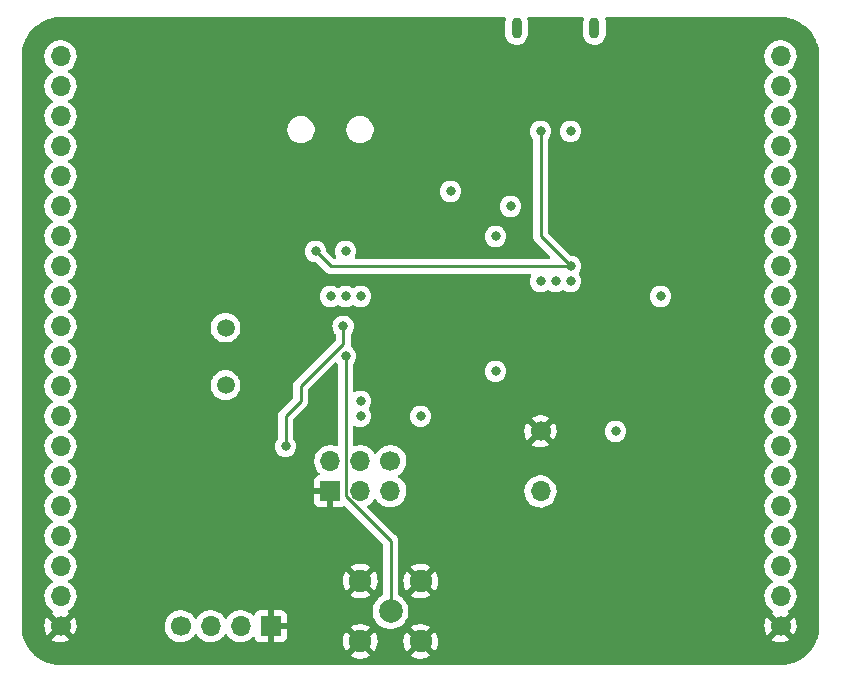
<source format=gbr>
%TF.GenerationSoftware,KiCad,Pcbnew,(6.0.5)*%
%TF.CreationDate,2022-09-12T21:51:21+10:00*%
%TF.ProjectId,shield,73686965-6c64-42e6-9b69-6361645f7063,rev?*%
%TF.SameCoordinates,Original*%
%TF.FileFunction,Copper,L3,Inr*%
%TF.FilePolarity,Positive*%
%FSLAX46Y46*%
G04 Gerber Fmt 4.6, Leading zero omitted, Abs format (unit mm)*
G04 Created by KiCad (PCBNEW (6.0.5)) date 2022-09-12 21:51:21*
%MOMM*%
%LPD*%
G01*
G04 APERTURE LIST*
%TA.AperFunction,ComponentPad*%
%ADD10C,2.006600*%
%TD*%
%TA.AperFunction,ComponentPad*%
%ADD11C,1.905000*%
%TD*%
%TA.AperFunction,ComponentPad*%
%ADD12O,0.900000X1.800000*%
%TD*%
%TA.AperFunction,ComponentPad*%
%ADD13C,1.700000*%
%TD*%
%TA.AperFunction,ComponentPad*%
%ADD14O,1.700000X1.700000*%
%TD*%
%TA.AperFunction,ComponentPad*%
%ADD15R,1.700000X1.700000*%
%TD*%
%TA.AperFunction,ComponentPad*%
%ADD16C,1.500000*%
%TD*%
%TA.AperFunction,ViaPad*%
%ADD17C,0.800000*%
%TD*%
%TA.AperFunction,Conductor*%
%ADD18C,0.250000*%
%TD*%
G04 APERTURE END LIST*
D10*
%TO.N,PIN_TRIG*%
%TO.C,J7*%
X78740000Y-111760000D03*
D11*
%TO.N,GND*%
X76187300Y-109207300D03*
X76187300Y-114312700D03*
X81292700Y-114312700D03*
X81292700Y-109207300D03*
%TD*%
D12*
%TO.N,Net-(J4-PadS1)*%
%TO.C,J4*%
X96009993Y-62407800D03*
X89410000Y-62407800D03*
%TD*%
D13*
%TO.N,H_MISO*%
%TO.C,J3*%
X78724989Y-99054996D03*
D14*
%TO.N,VCC*%
X78725000Y-101595000D03*
%TO.N,H_SCK*%
X76185000Y-99055000D03*
%TO.N,H_MOSI*%
X76185000Y-101595000D03*
%TO.N,AVR_RESET*%
X73645000Y-99055000D03*
D15*
%TO.N,GND*%
X73644989Y-101594996D03*
%TD*%
D13*
%TO.N,GND*%
%TO.C,J1*%
X50800000Y-113030000D03*
D14*
%TO.N,3.3V*%
X50800000Y-110490000D03*
%TO.N,unconnected-(J1-Pad3)*%
X50800000Y-107950000D03*
%TO.N,unconnected-(J1-Pad4)*%
X50800000Y-105410000D03*
%TO.N,unconnected-(J1-Pad5)*%
X50800000Y-102870000D03*
%TO.N,unconnected-(J1-Pad6)*%
X50800000Y-100330000D03*
%TO.N,unconnected-(J1-Pad7)*%
X50800000Y-97790000D03*
%TO.N,unconnected-(J1-Pad8)*%
X50800000Y-95250000D03*
%TO.N,unconnected-(J1-Pad9)*%
X50800000Y-92710000D03*
%TO.N,unconnected-(J1-Pad10)*%
X50800000Y-90170000D03*
%TO.N,unconnected-(J1-Pad11)*%
X50800000Y-87630000D03*
%TO.N,unconnected-(J1-Pad12)*%
X50800000Y-85090000D03*
%TO.N,unconnected-(J1-Pad13)*%
X50800000Y-82550000D03*
%TO.N,unconnected-(J1-Pad14)*%
X50800000Y-80010000D03*
%TO.N,unconnected-(J1-Pad15)*%
X50800000Y-77470000D03*
%TO.N,unconnected-(J1-Pad16)*%
X50800000Y-74930000D03*
%TO.N,unconnected-(J1-Pad17)*%
X50800000Y-72390000D03*
%TO.N,unconnected-(J1-Pad18)*%
X50800000Y-69850000D03*
%TO.N,unconnected-(J1-Pad19)*%
X50800000Y-67310000D03*
%TO.N,unconnected-(J1-Pad20)*%
X50800000Y-64770000D03*
%TD*%
D13*
%TO.N,GND*%
%TO.C,J2*%
X111760003Y-113030000D03*
D14*
%TO.N,5V*%
X111760000Y-110490000D03*
%TO.N,unconnected-(J2-Pad3)*%
X111760000Y-107950000D03*
%TO.N,unconnected-(J2-Pad4)*%
X111760000Y-105410000D03*
%TO.N,unconnected-(J2-Pad5)*%
X111760000Y-102870000D03*
%TO.N,unconnected-(J2-Pad6)*%
X111760000Y-100330000D03*
%TO.N,unconnected-(J2-Pad7)*%
X111760000Y-97790000D03*
%TO.N,unconnected-(J2-Pad8)*%
X111760000Y-95250000D03*
%TO.N,unconnected-(J2-Pad9)*%
X111760000Y-92710000D03*
%TO.N,unconnected-(J2-Pad10)*%
X111760000Y-90170000D03*
%TO.N,unconnected-(J2-Pad11)*%
X111760000Y-87630000D03*
%TO.N,unconnected-(J2-Pad12)*%
X111760000Y-85090000D03*
%TO.N,unconnected-(J2-Pad13)*%
X111760000Y-82550000D03*
%TO.N,unconnected-(J2-Pad14)*%
X111760000Y-80010000D03*
%TO.N,unconnected-(J2-Pad15)*%
X111760000Y-77470000D03*
%TO.N,unconnected-(J2-Pad16)*%
X111760000Y-74930000D03*
%TO.N,unconnected-(J2-Pad17)*%
X111760000Y-72390000D03*
%TO.N,unconnected-(J2-Pad18)*%
X111760000Y-69850000D03*
%TO.N,unconnected-(J2-Pad19)*%
X111760000Y-67310000D03*
%TO.N,unconnected-(J2-Pad20)*%
X111760000Y-64770000D03*
%TD*%
D13*
%TO.N,VCC*%
%TO.C,J6*%
X60970000Y-113030000D03*
D14*
%TO.N,TXD*%
X63510000Y-113030000D03*
%TO.N,RXD*%
X66050000Y-113030000D03*
D15*
%TO.N,GND*%
X68590000Y-113030000D03*
%TD*%
D16*
%TO.N,Net-(U1-Pad8)*%
%TO.C,Y1*%
X64770000Y-92620000D03*
%TO.N,Net-(U1-Pad7)*%
X64770000Y-87740000D03*
%TD*%
D13*
%TO.N,GND*%
%TO.C,SW1*%
X91440000Y-96535000D03*
D14*
%TO.N,AVR_RESET*%
X91440000Y-101615000D03*
%TD*%
D17*
%TO.N,PIN_TRIG*%
X74930000Y-90170000D03*
%TO.N,GND*%
X87630000Y-71120000D03*
X81280000Y-78740000D03*
X101600000Y-81280000D03*
%TO.N,5V*%
X83820000Y-76200000D03*
%TO.N,D_MINUS*%
X93980000Y-71120000D03*
X74930000Y-81280000D03*
X93980000Y-83820000D03*
%TO.N,D_PLUS*%
X91440000Y-71120000D03*
X93980000Y-82550000D03*
X72390000Y-81280000D03*
%TO.N,VCC*%
X74737011Y-87630000D03*
X101600000Y-85090000D03*
X87630000Y-80010000D03*
X69850000Y-97790000D03*
X97790000Y-96520000D03*
%TO.N,H_RESN*%
X92710000Y-83820000D03*
X76200000Y-95250000D03*
%TO.N,H_SS*%
X76200000Y-93980000D03*
X87630000Y-91440000D03*
%TO.N,H_SCK*%
X81280000Y-95250000D03*
%TO.N,AVR_RESET*%
X76200000Y-85090000D03*
%TO.N,TXD*%
X73660000Y-85090000D03*
%TO.N,RXD*%
X74930000Y-85090000D03*
%TO.N,VUSB_ON*%
X88900000Y-77470000D03*
X91440000Y-83820000D03*
%TD*%
D18*
%TO.N,PIN_TRIG*%
X74930000Y-102001010D02*
X78740000Y-105811010D01*
X78740000Y-105811010D02*
X78740000Y-111760000D01*
X74930000Y-90170000D02*
X74930000Y-102001010D01*
%TO.N,VCC*%
X69850000Y-95250000D02*
X69850000Y-97790000D01*
X71120000Y-93980000D02*
X69850000Y-95250000D01*
X74737011Y-89092989D02*
X71120000Y-92710000D01*
X71120000Y-92710000D02*
X71120000Y-93980000D01*
X74737011Y-87630000D02*
X74737011Y-89092989D01*
%TO.N,D_PLUS*%
X73660000Y-82550000D02*
X72390000Y-81280000D01*
X93980000Y-82550000D02*
X91440000Y-80010000D01*
X93980000Y-82550000D02*
X73660000Y-82550000D01*
X91440000Y-80010000D02*
X91440000Y-71120000D01*
%TD*%
%TA.AperFunction,Conductor*%
%TO.N,GND*%
G36*
X88453635Y-61488502D02*
G01*
X88500128Y-61542158D01*
X88510232Y-61612432D01*
X88501152Y-61644538D01*
X88491655Y-61666484D01*
X88490350Y-61672731D01*
X88490349Y-61672734D01*
X88471268Y-61764073D01*
X88451835Y-61857093D01*
X88451500Y-61863485D01*
X88451500Y-62906463D01*
X88466235Y-63051527D01*
X88468144Y-63057618D01*
X88522556Y-63231251D01*
X88522558Y-63231256D01*
X88524465Y-63237341D01*
X88618870Y-63407650D01*
X88623019Y-63412491D01*
X88623022Y-63412495D01*
X88720855Y-63526638D01*
X88745591Y-63555498D01*
X88899453Y-63674846D01*
X88905176Y-63677662D01*
X88905179Y-63677664D01*
X89068444Y-63758000D01*
X89074171Y-63760818D01*
X89080349Y-63762427D01*
X89080351Y-63762428D01*
X89256425Y-63808292D01*
X89256428Y-63808292D01*
X89262607Y-63809902D01*
X89346597Y-63814304D01*
X89450683Y-63819759D01*
X89450687Y-63819759D01*
X89457064Y-63820093D01*
X89612413Y-63796599D01*
X89643285Y-63791930D01*
X89643286Y-63791930D01*
X89649599Y-63790975D01*
X89655585Y-63788772D01*
X89655591Y-63788771D01*
X89826360Y-63725940D01*
X89826365Y-63725938D01*
X89832346Y-63723737D01*
X89997840Y-63621126D01*
X90002725Y-63616507D01*
X90134685Y-63491719D01*
X90139322Y-63487334D01*
X90251011Y-63327825D01*
X90328345Y-63149116D01*
X90329651Y-63142866D01*
X90367176Y-62963243D01*
X90367177Y-62963238D01*
X90368165Y-62958507D01*
X90368500Y-62952115D01*
X90368500Y-61909137D01*
X90353765Y-61764073D01*
X90312432Y-61632178D01*
X90311148Y-61561194D01*
X90348445Y-61500783D01*
X90412482Y-61470127D01*
X90432666Y-61468500D01*
X94985507Y-61468500D01*
X95053628Y-61488502D01*
X95100121Y-61542158D01*
X95110225Y-61612432D01*
X95101145Y-61644538D01*
X95091648Y-61666484D01*
X95090343Y-61672731D01*
X95090342Y-61672734D01*
X95071261Y-61764073D01*
X95051828Y-61857093D01*
X95051493Y-61863485D01*
X95051493Y-62906463D01*
X95066228Y-63051527D01*
X95068137Y-63057618D01*
X95122549Y-63231251D01*
X95122551Y-63231256D01*
X95124458Y-63237341D01*
X95218863Y-63407650D01*
X95223012Y-63412491D01*
X95223015Y-63412495D01*
X95320848Y-63526638D01*
X95345584Y-63555498D01*
X95499446Y-63674846D01*
X95505169Y-63677662D01*
X95505172Y-63677664D01*
X95668437Y-63758000D01*
X95674164Y-63760818D01*
X95680342Y-63762427D01*
X95680344Y-63762428D01*
X95856418Y-63808292D01*
X95856421Y-63808292D01*
X95862600Y-63809902D01*
X95946590Y-63814304D01*
X96050676Y-63819759D01*
X96050680Y-63819759D01*
X96057057Y-63820093D01*
X96212406Y-63796599D01*
X96243278Y-63791930D01*
X96243279Y-63791930D01*
X96249592Y-63790975D01*
X96255578Y-63788772D01*
X96255584Y-63788771D01*
X96426353Y-63725940D01*
X96426358Y-63725938D01*
X96432339Y-63723737D01*
X96597833Y-63621126D01*
X96602718Y-63616507D01*
X96734678Y-63491719D01*
X96739315Y-63487334D01*
X96851004Y-63327825D01*
X96928338Y-63149116D01*
X96929644Y-63142866D01*
X96967169Y-62963243D01*
X96967170Y-62963238D01*
X96968158Y-62958507D01*
X96968493Y-62952115D01*
X96968493Y-61909137D01*
X96953758Y-61764073D01*
X96912425Y-61632178D01*
X96911141Y-61561194D01*
X96948438Y-61500783D01*
X97012475Y-61470127D01*
X97032659Y-61468500D01*
X111710633Y-61468500D01*
X111730018Y-61470000D01*
X111744851Y-61472310D01*
X111744855Y-61472310D01*
X111753724Y-61473691D01*
X111772436Y-61471244D01*
X111795366Y-61470353D01*
X112098503Y-61486240D01*
X112111617Y-61487618D01*
X112439898Y-61539613D01*
X112452799Y-61542355D01*
X112714331Y-61612432D01*
X112773846Y-61628379D01*
X112786382Y-61632453D01*
X113057468Y-61736513D01*
X113096672Y-61751562D01*
X113108720Y-61756926D01*
X113404867Y-61907820D01*
X113416288Y-61914414D01*
X113695040Y-62095437D01*
X113705710Y-62103190D01*
X113964004Y-62312352D01*
X113973805Y-62321177D01*
X114208823Y-62556195D01*
X114217648Y-62565996D01*
X114426810Y-62824290D01*
X114434563Y-62834960D01*
X114615586Y-63113712D01*
X114622180Y-63125133D01*
X114773074Y-63421280D01*
X114778438Y-63433328D01*
X114785632Y-63452069D01*
X114888626Y-63720375D01*
X114897545Y-63743610D01*
X114901620Y-63756152D01*
X114944561Y-63916411D01*
X114987645Y-64077202D01*
X114990387Y-64090102D01*
X115042382Y-64418383D01*
X115043760Y-64431500D01*
X115059262Y-64727298D01*
X115057935Y-64753273D01*
X115057691Y-64754843D01*
X115057691Y-64754849D01*
X115056309Y-64763724D01*
X115057473Y-64772626D01*
X115057473Y-64772628D01*
X115060436Y-64795283D01*
X115061500Y-64811621D01*
X115061500Y-112980633D01*
X115060000Y-113000018D01*
X115057690Y-113014851D01*
X115057690Y-113014855D01*
X115056309Y-113023724D01*
X115058136Y-113037693D01*
X115058756Y-113042433D01*
X115059647Y-113065366D01*
X115047239Y-113302115D01*
X115043760Y-113368501D01*
X115042382Y-113381617D01*
X114990387Y-113709898D01*
X114987645Y-113722798D01*
X114927260Y-113948161D01*
X114901621Y-114043846D01*
X114897547Y-114056382D01*
X114800443Y-114309347D01*
X114778438Y-114366672D01*
X114773074Y-114378720D01*
X114622180Y-114674867D01*
X114615586Y-114686288D01*
X114434563Y-114965040D01*
X114426810Y-114975710D01*
X114217648Y-115234004D01*
X114208823Y-115243805D01*
X113973805Y-115478823D01*
X113964004Y-115487648D01*
X113705710Y-115696810D01*
X113695040Y-115704563D01*
X113416288Y-115885586D01*
X113404867Y-115892180D01*
X113108720Y-116043074D01*
X113096671Y-116048438D01*
X112786382Y-116167547D01*
X112773846Y-116171621D01*
X112452798Y-116257645D01*
X112439898Y-116260387D01*
X112111617Y-116312382D01*
X112098501Y-116313760D01*
X112064848Y-116315524D01*
X111802702Y-116329262D01*
X111776727Y-116327935D01*
X111775157Y-116327691D01*
X111775151Y-116327691D01*
X111766276Y-116326309D01*
X111757374Y-116327473D01*
X111757372Y-116327473D01*
X111742323Y-116329441D01*
X111734714Y-116330436D01*
X111718379Y-116331500D01*
X50849367Y-116331500D01*
X50829982Y-116330000D01*
X50815149Y-116327690D01*
X50815145Y-116327690D01*
X50806276Y-116326309D01*
X50787564Y-116328756D01*
X50764634Y-116329647D01*
X50461497Y-116313760D01*
X50448383Y-116312382D01*
X50120102Y-116260387D01*
X50107202Y-116257645D01*
X49786154Y-116171621D01*
X49773618Y-116167547D01*
X49463329Y-116048438D01*
X49451280Y-116043074D01*
X49155133Y-115892180D01*
X49143712Y-115885586D01*
X48864960Y-115704563D01*
X48854290Y-115696810D01*
X48627703Y-115513324D01*
X75351912Y-115513324D01*
X75355414Y-115518251D01*
X75549618Y-115631735D01*
X75558901Y-115636182D01*
X75773606Y-115718170D01*
X75783508Y-115721047D01*
X76008702Y-115766863D01*
X76018954Y-115768086D01*
X76248616Y-115776507D01*
X76258902Y-115776040D01*
X76486865Y-115746837D01*
X76496951Y-115744694D01*
X76717079Y-115678652D01*
X76726674Y-115674891D01*
X76933050Y-115573789D01*
X76941916Y-115568504D01*
X77010037Y-115519913D01*
X77015210Y-115513324D01*
X80457312Y-115513324D01*
X80460814Y-115518251D01*
X80655018Y-115631735D01*
X80664301Y-115636182D01*
X80879006Y-115718170D01*
X80888908Y-115721047D01*
X81114102Y-115766863D01*
X81124354Y-115768086D01*
X81354016Y-115776507D01*
X81364302Y-115776040D01*
X81592265Y-115746837D01*
X81602351Y-115744694D01*
X81822479Y-115678652D01*
X81832074Y-115674891D01*
X82038450Y-115573789D01*
X82047316Y-115568504D01*
X82115437Y-115519913D01*
X82123838Y-115509213D01*
X82116850Y-115496060D01*
X81305512Y-114684722D01*
X81291568Y-114677108D01*
X81289735Y-114677239D01*
X81283120Y-114681490D01*
X80464560Y-115500050D01*
X80457312Y-115513324D01*
X77015210Y-115513324D01*
X77018438Y-115509213D01*
X77011450Y-115496060D01*
X76200112Y-114684722D01*
X76186168Y-114677108D01*
X76184335Y-114677239D01*
X76177720Y-114681490D01*
X75359160Y-115500050D01*
X75351912Y-115513324D01*
X48627703Y-115513324D01*
X48595996Y-115487648D01*
X48586195Y-115478823D01*
X48351177Y-115243805D01*
X48342352Y-115234004D01*
X48133190Y-114975710D01*
X48125437Y-114965040D01*
X47944414Y-114686288D01*
X47937820Y-114674867D01*
X47786926Y-114378720D01*
X47781562Y-114366672D01*
X47759557Y-114309347D01*
X47700252Y-114154853D01*
X50039977Y-114154853D01*
X50045258Y-114161907D01*
X50206756Y-114256279D01*
X50216042Y-114260729D01*
X50415001Y-114336703D01*
X50424899Y-114339579D01*
X50633595Y-114382038D01*
X50643823Y-114383257D01*
X50856650Y-114391062D01*
X50866936Y-114390595D01*
X51078185Y-114363534D01*
X51088262Y-114361392D01*
X51292255Y-114300191D01*
X51301842Y-114296433D01*
X51493098Y-114202738D01*
X51501944Y-114197465D01*
X51549247Y-114163723D01*
X51557648Y-114153023D01*
X51550660Y-114139870D01*
X50812812Y-113402022D01*
X50798868Y-113394408D01*
X50797035Y-113394539D01*
X50790420Y-113398790D01*
X50046737Y-114142473D01*
X50039977Y-114154853D01*
X47700252Y-114154853D01*
X47662453Y-114056382D01*
X47658379Y-114043846D01*
X47632741Y-113948161D01*
X47572355Y-113722798D01*
X47569613Y-113709898D01*
X47517618Y-113381617D01*
X47516240Y-113368501D01*
X47512761Y-113302115D01*
X47500932Y-113076413D01*
X47502506Y-113048910D01*
X47502770Y-113047341D01*
X47503576Y-113042552D01*
X47503729Y-113030000D01*
X47499773Y-113002376D01*
X47499736Y-113001863D01*
X49438050Y-113001863D01*
X49450309Y-113214477D01*
X49451745Y-113224697D01*
X49498565Y-113432446D01*
X49501645Y-113442275D01*
X49581770Y-113639603D01*
X49586413Y-113648794D01*
X49666460Y-113779420D01*
X49676916Y-113788880D01*
X49685694Y-113785096D01*
X50427978Y-113042812D01*
X50434356Y-113031132D01*
X51164408Y-113031132D01*
X51164539Y-113032965D01*
X51168790Y-113039580D01*
X51910474Y-113781264D01*
X51922484Y-113787823D01*
X51934223Y-113778855D01*
X51965004Y-113736019D01*
X51970315Y-113727180D01*
X52064670Y-113536267D01*
X52068469Y-113526672D01*
X52130376Y-113322915D01*
X52132555Y-113312834D01*
X52160590Y-113099887D01*
X52161109Y-113093212D01*
X52162572Y-113033364D01*
X52162378Y-113026646D01*
X52159916Y-112996695D01*
X59607251Y-112996695D01*
X59607548Y-113001848D01*
X59607548Y-113001851D01*
X59613962Y-113113084D01*
X59620110Y-113219715D01*
X59621247Y-113224761D01*
X59621248Y-113224767D01*
X59642275Y-113318069D01*
X59669222Y-113437639D01*
X59728875Y-113584547D01*
X59745266Y-113624913D01*
X59753266Y-113644616D01*
X59793271Y-113709898D01*
X59867291Y-113830688D01*
X59869987Y-113835088D01*
X60016250Y-114003938D01*
X60188126Y-114146632D01*
X60381000Y-114259338D01*
X60589692Y-114339030D01*
X60594760Y-114340061D01*
X60594763Y-114340062D01*
X60699604Y-114361392D01*
X60808597Y-114383567D01*
X60813772Y-114383757D01*
X60813774Y-114383757D01*
X61026673Y-114391564D01*
X61026677Y-114391564D01*
X61031837Y-114391753D01*
X61036957Y-114391097D01*
X61036959Y-114391097D01*
X61248288Y-114364025D01*
X61248289Y-114364025D01*
X61253416Y-114363368D01*
X61258366Y-114361883D01*
X61462429Y-114300661D01*
X61462434Y-114300659D01*
X61467384Y-114299174D01*
X61667994Y-114200896D01*
X61849860Y-114071173D01*
X61870887Y-114050220D01*
X61973171Y-113948292D01*
X62008096Y-113913489D01*
X62067594Y-113830689D01*
X62138453Y-113732077D01*
X62139776Y-113733028D01*
X62186645Y-113689857D01*
X62256580Y-113677625D01*
X62322026Y-113705144D01*
X62349875Y-113736994D01*
X62409987Y-113835088D01*
X62556250Y-114003938D01*
X62728126Y-114146632D01*
X62921000Y-114259338D01*
X63129692Y-114339030D01*
X63134760Y-114340061D01*
X63134763Y-114340062D01*
X63239604Y-114361392D01*
X63348597Y-114383567D01*
X63353772Y-114383757D01*
X63353774Y-114383757D01*
X63566673Y-114391564D01*
X63566677Y-114391564D01*
X63571837Y-114391753D01*
X63576957Y-114391097D01*
X63576959Y-114391097D01*
X63788288Y-114364025D01*
X63788289Y-114364025D01*
X63793416Y-114363368D01*
X63798366Y-114361883D01*
X64002429Y-114300661D01*
X64002434Y-114300659D01*
X64007384Y-114299174D01*
X64207994Y-114200896D01*
X64389860Y-114071173D01*
X64410887Y-114050220D01*
X64513171Y-113948292D01*
X64548096Y-113913489D01*
X64607594Y-113830689D01*
X64678453Y-113732077D01*
X64679776Y-113733028D01*
X64726645Y-113689857D01*
X64796580Y-113677625D01*
X64862026Y-113705144D01*
X64889875Y-113736994D01*
X64949987Y-113835088D01*
X65096250Y-114003938D01*
X65268126Y-114146632D01*
X65461000Y-114259338D01*
X65669692Y-114339030D01*
X65674760Y-114340061D01*
X65674763Y-114340062D01*
X65779604Y-114361392D01*
X65888597Y-114383567D01*
X65893772Y-114383757D01*
X65893774Y-114383757D01*
X66106673Y-114391564D01*
X66106677Y-114391564D01*
X66111837Y-114391753D01*
X66116957Y-114391097D01*
X66116959Y-114391097D01*
X66328288Y-114364025D01*
X66328289Y-114364025D01*
X66333416Y-114363368D01*
X66338366Y-114361883D01*
X66542429Y-114300661D01*
X66542434Y-114300659D01*
X66547384Y-114299174D01*
X66747994Y-114200896D01*
X66929860Y-114071173D01*
X66950887Y-114050220D01*
X67038479Y-113962933D01*
X67100851Y-113929017D01*
X67171658Y-113934205D01*
X67228419Y-113976851D01*
X67245401Y-114007954D01*
X67286676Y-114118054D01*
X67295214Y-114133649D01*
X67371715Y-114235724D01*
X67384276Y-114248285D01*
X67486351Y-114324786D01*
X67501946Y-114333324D01*
X67622394Y-114378478D01*
X67637649Y-114382105D01*
X67688514Y-114387631D01*
X67695328Y-114388000D01*
X68317885Y-114388000D01*
X68333124Y-114383525D01*
X68334329Y-114382135D01*
X68336000Y-114374452D01*
X68336000Y-114369884D01*
X68844000Y-114369884D01*
X68848475Y-114385123D01*
X68849865Y-114386328D01*
X68857548Y-114387999D01*
X69484669Y-114387999D01*
X69491490Y-114387629D01*
X69542352Y-114382105D01*
X69557604Y-114378479D01*
X69678054Y-114333324D01*
X69693649Y-114324786D01*
X69750670Y-114282051D01*
X74722529Y-114282051D01*
X74735759Y-114511490D01*
X74737195Y-114521711D01*
X74787720Y-114745904D01*
X74790799Y-114755732D01*
X74877267Y-114968676D01*
X74881910Y-114977867D01*
X74979219Y-115136661D01*
X74989676Y-115146121D01*
X74998452Y-115142338D01*
X75815278Y-114325512D01*
X75821656Y-114313832D01*
X76551708Y-114313832D01*
X76551839Y-114315665D01*
X76556090Y-114322280D01*
X77371222Y-115137412D01*
X77383232Y-115143971D01*
X77394971Y-115135003D01*
X77440465Y-115071691D01*
X77445776Y-115062852D01*
X77547598Y-114856829D01*
X77551397Y-114847234D01*
X77618204Y-114627350D01*
X77620383Y-114617269D01*
X77650618Y-114387612D01*
X77651137Y-114380937D01*
X77652723Y-114316064D01*
X77652529Y-114309347D01*
X77650285Y-114282051D01*
X79827929Y-114282051D01*
X79841159Y-114511490D01*
X79842595Y-114521711D01*
X79893120Y-114745904D01*
X79896199Y-114755732D01*
X79982667Y-114968676D01*
X79987310Y-114977867D01*
X80084619Y-115136661D01*
X80095076Y-115146121D01*
X80103852Y-115142338D01*
X80920678Y-114325512D01*
X80927056Y-114313832D01*
X81657108Y-114313832D01*
X81657239Y-114315665D01*
X81661490Y-114322280D01*
X82476622Y-115137412D01*
X82488632Y-115143971D01*
X82500371Y-115135003D01*
X82545865Y-115071691D01*
X82551176Y-115062852D01*
X82652998Y-114856829D01*
X82656797Y-114847234D01*
X82723604Y-114627350D01*
X82725783Y-114617269D01*
X82756018Y-114387612D01*
X82756537Y-114380937D01*
X82758123Y-114316064D01*
X82757929Y-114309347D01*
X82745228Y-114154853D01*
X110999980Y-114154853D01*
X111005261Y-114161907D01*
X111166759Y-114256279D01*
X111176045Y-114260729D01*
X111375004Y-114336703D01*
X111384902Y-114339579D01*
X111593598Y-114382038D01*
X111603826Y-114383257D01*
X111816653Y-114391062D01*
X111826939Y-114390595D01*
X112038188Y-114363534D01*
X112048265Y-114361392D01*
X112252258Y-114300191D01*
X112261845Y-114296433D01*
X112453101Y-114202738D01*
X112461947Y-114197465D01*
X112509250Y-114163723D01*
X112517651Y-114153023D01*
X112510663Y-114139870D01*
X111772815Y-113402022D01*
X111758871Y-113394408D01*
X111757038Y-113394539D01*
X111750423Y-113398790D01*
X111006740Y-114142473D01*
X110999980Y-114154853D01*
X82745228Y-114154853D01*
X82738950Y-114078496D01*
X82737267Y-114068334D01*
X82681278Y-113845429D01*
X82677959Y-113835681D01*
X82586316Y-113624913D01*
X82581449Y-113615836D01*
X82499891Y-113489769D01*
X82489205Y-113480567D01*
X82479640Y-113484970D01*
X81664722Y-114299888D01*
X81657108Y-114313832D01*
X80927056Y-114313832D01*
X80928292Y-114311568D01*
X80928161Y-114309735D01*
X80923910Y-114303120D01*
X80108785Y-113487995D01*
X80097249Y-113481695D01*
X80084966Y-113491319D01*
X80021370Y-113584547D01*
X80016271Y-113593521D01*
X79919513Y-113801969D01*
X79915950Y-113811656D01*
X79854535Y-114033109D01*
X79852604Y-114043229D01*
X79828181Y-114271763D01*
X79827929Y-114282051D01*
X77650285Y-114282051D01*
X77633550Y-114078496D01*
X77631867Y-114068334D01*
X77575878Y-113845429D01*
X77572559Y-113835681D01*
X77480916Y-113624913D01*
X77476049Y-113615836D01*
X77394491Y-113489769D01*
X77383805Y-113480567D01*
X77374240Y-113484970D01*
X76559322Y-114299888D01*
X76551708Y-114313832D01*
X75821656Y-114313832D01*
X75822892Y-114311568D01*
X75822761Y-114309735D01*
X75818510Y-114303120D01*
X75003385Y-113487995D01*
X74991849Y-113481695D01*
X74979566Y-113491319D01*
X74915970Y-113584547D01*
X74910871Y-113593521D01*
X74814113Y-113801969D01*
X74810550Y-113811656D01*
X74749135Y-114033109D01*
X74747204Y-114043229D01*
X74722781Y-114271763D01*
X74722529Y-114282051D01*
X69750670Y-114282051D01*
X69795724Y-114248285D01*
X69808285Y-114235724D01*
X69884786Y-114133649D01*
X69893324Y-114118054D01*
X69938478Y-113997606D01*
X69942105Y-113982351D01*
X69947631Y-113931486D01*
X69948000Y-113924672D01*
X69948000Y-113302115D01*
X69943525Y-113286876D01*
X69942135Y-113285671D01*
X69934452Y-113284000D01*
X68862115Y-113284000D01*
X68846876Y-113288475D01*
X68845671Y-113289865D01*
X68844000Y-113297548D01*
X68844000Y-114369884D01*
X68336000Y-114369884D01*
X68336000Y-113115913D01*
X75355309Y-113115913D01*
X75362053Y-113128243D01*
X76174488Y-113940678D01*
X76188432Y-113948292D01*
X76190265Y-113948161D01*
X76196880Y-113943910D01*
X77013670Y-113127120D01*
X77020690Y-113114264D01*
X77012915Y-113103594D01*
X77002361Y-113095258D01*
X76993768Y-113089549D01*
X76792578Y-112978486D01*
X76783166Y-112974256D01*
X76566532Y-112897541D01*
X76556561Y-112894907D01*
X76330305Y-112854605D01*
X76320052Y-112853636D01*
X76090242Y-112850828D01*
X76079958Y-112851548D01*
X75852784Y-112886310D01*
X75842757Y-112888699D01*
X75624312Y-112960098D01*
X75614803Y-112964095D01*
X75410953Y-113070213D01*
X75402235Y-113075702D01*
X75363762Y-113104588D01*
X75355309Y-113115913D01*
X68336000Y-113115913D01*
X68336000Y-112757885D01*
X68844000Y-112757885D01*
X68848475Y-112773124D01*
X68849865Y-112774329D01*
X68857548Y-112776000D01*
X69929884Y-112776000D01*
X69945123Y-112771525D01*
X69946328Y-112770135D01*
X69947999Y-112762452D01*
X69947999Y-112135331D01*
X69947629Y-112128510D01*
X69942105Y-112077648D01*
X69938479Y-112062396D01*
X69893324Y-111941946D01*
X69884786Y-111926351D01*
X69808285Y-111824276D01*
X69795724Y-111811715D01*
X69693649Y-111735214D01*
X69678054Y-111726676D01*
X69557606Y-111681522D01*
X69542351Y-111677895D01*
X69491486Y-111672369D01*
X69484672Y-111672000D01*
X68862115Y-111672000D01*
X68846876Y-111676475D01*
X68845671Y-111677865D01*
X68844000Y-111685548D01*
X68844000Y-112757885D01*
X68336000Y-112757885D01*
X68336000Y-111690116D01*
X68331525Y-111674877D01*
X68330135Y-111673672D01*
X68322452Y-111672001D01*
X67695331Y-111672001D01*
X67688510Y-111672371D01*
X67637648Y-111677895D01*
X67622396Y-111681521D01*
X67501946Y-111726676D01*
X67486351Y-111735214D01*
X67384276Y-111811715D01*
X67371715Y-111824276D01*
X67295214Y-111926351D01*
X67286676Y-111941946D01*
X67245297Y-112052322D01*
X67202655Y-112109087D01*
X67136093Y-112133786D01*
X67066744Y-112118578D01*
X67034121Y-112092891D01*
X66983151Y-112036876D01*
X66983145Y-112036870D01*
X66979670Y-112033051D01*
X66975619Y-112029852D01*
X66975615Y-112029848D01*
X66808414Y-111897800D01*
X66808410Y-111897798D01*
X66804359Y-111894598D01*
X66608789Y-111786638D01*
X66603920Y-111784914D01*
X66603916Y-111784912D01*
X66403087Y-111713795D01*
X66403083Y-111713794D01*
X66398212Y-111712069D01*
X66393119Y-111711162D01*
X66393116Y-111711161D01*
X66183373Y-111673800D01*
X66183367Y-111673799D01*
X66178284Y-111672894D01*
X66104452Y-111671992D01*
X65960081Y-111670228D01*
X65960079Y-111670228D01*
X65954911Y-111670165D01*
X65734091Y-111703955D01*
X65521756Y-111773357D01*
X65491443Y-111789137D01*
X65335479Y-111870327D01*
X65323607Y-111876507D01*
X65319474Y-111879610D01*
X65319471Y-111879612D01*
X65149100Y-112007530D01*
X65144965Y-112010635D01*
X64990629Y-112172138D01*
X64883201Y-112329621D01*
X64828293Y-112374621D01*
X64757768Y-112382792D01*
X64694021Y-112351538D01*
X64673324Y-112327054D01*
X64592822Y-112202617D01*
X64592820Y-112202614D01*
X64590014Y-112198277D01*
X64439670Y-112033051D01*
X64435619Y-112029852D01*
X64435615Y-112029848D01*
X64268414Y-111897800D01*
X64268410Y-111897798D01*
X64264359Y-111894598D01*
X64068789Y-111786638D01*
X64063920Y-111784914D01*
X64063916Y-111784912D01*
X63863087Y-111713795D01*
X63863083Y-111713794D01*
X63858212Y-111712069D01*
X63853119Y-111711162D01*
X63853116Y-111711161D01*
X63643373Y-111673800D01*
X63643367Y-111673799D01*
X63638284Y-111672894D01*
X63564452Y-111671992D01*
X63420081Y-111670228D01*
X63420079Y-111670228D01*
X63414911Y-111670165D01*
X63194091Y-111703955D01*
X62981756Y-111773357D01*
X62951443Y-111789137D01*
X62795479Y-111870327D01*
X62783607Y-111876507D01*
X62779474Y-111879610D01*
X62779471Y-111879612D01*
X62609100Y-112007530D01*
X62604965Y-112010635D01*
X62450629Y-112172138D01*
X62343201Y-112329621D01*
X62288293Y-112374621D01*
X62217768Y-112382792D01*
X62154021Y-112351538D01*
X62133324Y-112327054D01*
X62052822Y-112202617D01*
X62052820Y-112202614D01*
X62050014Y-112198277D01*
X61899670Y-112033051D01*
X61895619Y-112029852D01*
X61895615Y-112029848D01*
X61728414Y-111897800D01*
X61728410Y-111897798D01*
X61724359Y-111894598D01*
X61528789Y-111786638D01*
X61523920Y-111784914D01*
X61523916Y-111784912D01*
X61323087Y-111713795D01*
X61323083Y-111713794D01*
X61318212Y-111712069D01*
X61313119Y-111711162D01*
X61313116Y-111711161D01*
X61103373Y-111673800D01*
X61103367Y-111673799D01*
X61098284Y-111672894D01*
X61024452Y-111671992D01*
X60880081Y-111670228D01*
X60880079Y-111670228D01*
X60874911Y-111670165D01*
X60654091Y-111703955D01*
X60441756Y-111773357D01*
X60411443Y-111789137D01*
X60255479Y-111870327D01*
X60243607Y-111876507D01*
X60239474Y-111879610D01*
X60239471Y-111879612D01*
X60069100Y-112007530D01*
X60064965Y-112010635D01*
X59910629Y-112172138D01*
X59784743Y-112356680D01*
X59690688Y-112559305D01*
X59630989Y-112774570D01*
X59607251Y-112996695D01*
X52159916Y-112996695D01*
X52144781Y-112812604D01*
X52143096Y-112802424D01*
X52091214Y-112595875D01*
X52087894Y-112586124D01*
X52002972Y-112390814D01*
X51998105Y-112381739D01*
X51933063Y-112281197D01*
X51922377Y-112271995D01*
X51912812Y-112276398D01*
X51172022Y-113017188D01*
X51164408Y-113031132D01*
X50434356Y-113031132D01*
X50435592Y-113028868D01*
X50435461Y-113027035D01*
X50431210Y-113020420D01*
X49689849Y-112279059D01*
X49678313Y-112272759D01*
X49666031Y-112282382D01*
X49618089Y-112352662D01*
X49613004Y-112361613D01*
X49523338Y-112554783D01*
X49519775Y-112564470D01*
X49462864Y-112769681D01*
X49460933Y-112779800D01*
X49438302Y-112991574D01*
X49438050Y-113001863D01*
X47499736Y-113001863D01*
X47498500Y-112984514D01*
X47498500Y-110456695D01*
X49437251Y-110456695D01*
X49437548Y-110461848D01*
X49437548Y-110461851D01*
X49446250Y-110612770D01*
X49450110Y-110679715D01*
X49451247Y-110684761D01*
X49451248Y-110684767D01*
X49451907Y-110687690D01*
X49499222Y-110897639D01*
X49537461Y-110991811D01*
X49571691Y-111076109D01*
X49583266Y-111104616D01*
X49699987Y-111295088D01*
X49846250Y-111463938D01*
X50018126Y-111606632D01*
X50091955Y-111649774D01*
X50140679Y-111701412D01*
X50153750Y-111771195D01*
X50127019Y-111836967D01*
X50086562Y-111870327D01*
X50078460Y-111874544D01*
X50069734Y-111880039D01*
X50049677Y-111895099D01*
X50041223Y-111906427D01*
X50047968Y-111918758D01*
X50787188Y-112657978D01*
X50801132Y-112665592D01*
X50802965Y-112665461D01*
X50809580Y-112661210D01*
X51553389Y-111917401D01*
X51560410Y-111904544D01*
X51553611Y-111895213D01*
X51549559Y-111892521D01*
X51512602Y-111872120D01*
X51462631Y-111821687D01*
X51447859Y-111752245D01*
X51472975Y-111685839D01*
X51500327Y-111659232D01*
X51523797Y-111642491D01*
X51679860Y-111531173D01*
X51688292Y-111522771D01*
X51834435Y-111377137D01*
X51838096Y-111373489D01*
X51897594Y-111290689D01*
X51965435Y-111196277D01*
X51968453Y-111192077D01*
X52067430Y-110991811D01*
X52132370Y-110778069D01*
X52161529Y-110556590D01*
X52163156Y-110490000D01*
X52156408Y-110407924D01*
X75351912Y-110407924D01*
X75355414Y-110412851D01*
X75549618Y-110526335D01*
X75558901Y-110530782D01*
X75773606Y-110612770D01*
X75783508Y-110615647D01*
X76008702Y-110661463D01*
X76018954Y-110662686D01*
X76248616Y-110671107D01*
X76258902Y-110670640D01*
X76486865Y-110641437D01*
X76496951Y-110639294D01*
X76717079Y-110573252D01*
X76726674Y-110569491D01*
X76933050Y-110468389D01*
X76941916Y-110463104D01*
X77010037Y-110414513D01*
X77018438Y-110403813D01*
X77011450Y-110390660D01*
X76200112Y-109579322D01*
X76186168Y-109571708D01*
X76184335Y-109571839D01*
X76177720Y-109576090D01*
X75359160Y-110394650D01*
X75351912Y-110407924D01*
X52156408Y-110407924D01*
X52144852Y-110267361D01*
X52090431Y-110050702D01*
X52001354Y-109845840D01*
X51940277Y-109751429D01*
X51882822Y-109662617D01*
X51882820Y-109662614D01*
X51880014Y-109658277D01*
X51729670Y-109493051D01*
X51725619Y-109489852D01*
X51725615Y-109489848D01*
X51558414Y-109357800D01*
X51558410Y-109357798D01*
X51554359Y-109354598D01*
X51513053Y-109331796D01*
X51463084Y-109281364D01*
X51448312Y-109211921D01*
X51461652Y-109176651D01*
X74722529Y-109176651D01*
X74735759Y-109406090D01*
X74737195Y-109416311D01*
X74787720Y-109640504D01*
X74790799Y-109650332D01*
X74877267Y-109863276D01*
X74881910Y-109872467D01*
X74979219Y-110031261D01*
X74989676Y-110040721D01*
X74998452Y-110036938D01*
X75815278Y-109220112D01*
X75821656Y-109208432D01*
X76551708Y-109208432D01*
X76551839Y-109210265D01*
X76556090Y-109216880D01*
X77371222Y-110032012D01*
X77383232Y-110038571D01*
X77394971Y-110029603D01*
X77440465Y-109966291D01*
X77445776Y-109957452D01*
X77547598Y-109751429D01*
X77551397Y-109741834D01*
X77618204Y-109521950D01*
X77620383Y-109511869D01*
X77650618Y-109282212D01*
X77651137Y-109275537D01*
X77652723Y-109210664D01*
X77652529Y-109203947D01*
X77633550Y-108973096D01*
X77631867Y-108962934D01*
X77575878Y-108740029D01*
X77572559Y-108730281D01*
X77480916Y-108519513D01*
X77476049Y-108510436D01*
X77394491Y-108384369D01*
X77383805Y-108375167D01*
X77374240Y-108379570D01*
X76559322Y-109194488D01*
X76551708Y-109208432D01*
X75821656Y-109208432D01*
X75822892Y-109206168D01*
X75822761Y-109204335D01*
X75818510Y-109197720D01*
X75003385Y-108382595D01*
X74991849Y-108376295D01*
X74979566Y-108385919D01*
X74915970Y-108479147D01*
X74910871Y-108488121D01*
X74814113Y-108696569D01*
X74810550Y-108706256D01*
X74749135Y-108927709D01*
X74747204Y-108937829D01*
X74722781Y-109166363D01*
X74722529Y-109176651D01*
X51461652Y-109176651D01*
X51473428Y-109145516D01*
X51500780Y-109118909D01*
X51544603Y-109087650D01*
X51679860Y-108991173D01*
X51838096Y-108833489D01*
X51897594Y-108750689D01*
X51965435Y-108656277D01*
X51968453Y-108652077D01*
X52067430Y-108451811D01*
X52132370Y-108238069D01*
X52161529Y-108016590D01*
X52161611Y-108013240D01*
X52161678Y-108010513D01*
X75355309Y-108010513D01*
X75362053Y-108022843D01*
X76174488Y-108835278D01*
X76188432Y-108842892D01*
X76190265Y-108842761D01*
X76196880Y-108838510D01*
X77013670Y-108021720D01*
X77020690Y-108008864D01*
X77012915Y-107998194D01*
X77002361Y-107989858D01*
X76993768Y-107984149D01*
X76792578Y-107873086D01*
X76783166Y-107868856D01*
X76566532Y-107792141D01*
X76556561Y-107789507D01*
X76330305Y-107749205D01*
X76320052Y-107748236D01*
X76090242Y-107745428D01*
X76079958Y-107746148D01*
X75852784Y-107780910D01*
X75842757Y-107783299D01*
X75624312Y-107854698D01*
X75614803Y-107858695D01*
X75410953Y-107964813D01*
X75402235Y-107970302D01*
X75363762Y-107999188D01*
X75355309Y-108010513D01*
X52161678Y-108010513D01*
X52163074Y-107953365D01*
X52163074Y-107953361D01*
X52163156Y-107950000D01*
X52144852Y-107727361D01*
X52090431Y-107510702D01*
X52001354Y-107305840D01*
X51880014Y-107118277D01*
X51729670Y-106953051D01*
X51725619Y-106949852D01*
X51725615Y-106949848D01*
X51558414Y-106817800D01*
X51558410Y-106817798D01*
X51554359Y-106814598D01*
X51513053Y-106791796D01*
X51463084Y-106741364D01*
X51448312Y-106671921D01*
X51473428Y-106605516D01*
X51500780Y-106578909D01*
X51544603Y-106547650D01*
X51679860Y-106451173D01*
X51838096Y-106293489D01*
X51897594Y-106210689D01*
X51965435Y-106116277D01*
X51968453Y-106112077D01*
X51975005Y-106098821D01*
X52065136Y-105916453D01*
X52065137Y-105916451D01*
X52067430Y-105911811D01*
X52113172Y-105761257D01*
X52130865Y-105703023D01*
X52130865Y-105703021D01*
X52132370Y-105698069D01*
X52161529Y-105476590D01*
X52161748Y-105467622D01*
X52163074Y-105413365D01*
X52163074Y-105413361D01*
X52163156Y-105410000D01*
X52144852Y-105187361D01*
X52090431Y-104970702D01*
X52001354Y-104765840D01*
X51880014Y-104578277D01*
X51729670Y-104413051D01*
X51725619Y-104409852D01*
X51725615Y-104409848D01*
X51558414Y-104277800D01*
X51558410Y-104277798D01*
X51554359Y-104274598D01*
X51513053Y-104251796D01*
X51463084Y-104201364D01*
X51448312Y-104131921D01*
X51473428Y-104065516D01*
X51500780Y-104038909D01*
X51544603Y-104007650D01*
X51679860Y-103911173D01*
X51838096Y-103753489D01*
X51897594Y-103670689D01*
X51965435Y-103576277D01*
X51968453Y-103572077D01*
X52067430Y-103371811D01*
X52132370Y-103158069D01*
X52161529Y-102936590D01*
X52161881Y-102922185D01*
X52163074Y-102873365D01*
X52163074Y-102873361D01*
X52163156Y-102870000D01*
X52144852Y-102647361D01*
X52105241Y-102489665D01*
X72286990Y-102489665D01*
X72287360Y-102496486D01*
X72292884Y-102547348D01*
X72296510Y-102562600D01*
X72341665Y-102683050D01*
X72350203Y-102698645D01*
X72426704Y-102800720D01*
X72439265Y-102813281D01*
X72541340Y-102889782D01*
X72556935Y-102898320D01*
X72677383Y-102943474D01*
X72692638Y-102947101D01*
X72743503Y-102952627D01*
X72750317Y-102952996D01*
X73372874Y-102952996D01*
X73388113Y-102948521D01*
X73389318Y-102947131D01*
X73390989Y-102939448D01*
X73390989Y-101867111D01*
X73386514Y-101851872D01*
X73385124Y-101850667D01*
X73377441Y-101848996D01*
X72305105Y-101848996D01*
X72289866Y-101853471D01*
X72288661Y-101854861D01*
X72286990Y-101862544D01*
X72286990Y-102489665D01*
X52105241Y-102489665D01*
X52090431Y-102430702D01*
X52001354Y-102225840D01*
X51927615Y-102111857D01*
X51882822Y-102042617D01*
X51882820Y-102042614D01*
X51880014Y-102038277D01*
X51729670Y-101873051D01*
X51725619Y-101869852D01*
X51725615Y-101869848D01*
X51558414Y-101737800D01*
X51558410Y-101737798D01*
X51554359Y-101734598D01*
X51513053Y-101711796D01*
X51463084Y-101661364D01*
X51448312Y-101591921D01*
X51473428Y-101525516D01*
X51500780Y-101498909D01*
X51545520Y-101466996D01*
X51679860Y-101371173D01*
X51683705Y-101367342D01*
X51834435Y-101217137D01*
X51838096Y-101213489D01*
X51887810Y-101144305D01*
X51965435Y-101036277D01*
X51968453Y-101032077D01*
X51996371Y-100975590D01*
X52065136Y-100836453D01*
X52065137Y-100836451D01*
X52067430Y-100831811D01*
X52132370Y-100618069D01*
X52161529Y-100396590D01*
X52162463Y-100358357D01*
X52163074Y-100333365D01*
X52163074Y-100333361D01*
X52163156Y-100330000D01*
X52144852Y-100107361D01*
X52090431Y-99890702D01*
X52001354Y-99685840D01*
X51920882Y-99561449D01*
X51882822Y-99502617D01*
X51882820Y-99502614D01*
X51880014Y-99498277D01*
X51729670Y-99333051D01*
X51725619Y-99329852D01*
X51725615Y-99329848D01*
X51558414Y-99197800D01*
X51558410Y-99197798D01*
X51554359Y-99194598D01*
X51513053Y-99171796D01*
X51463084Y-99121364D01*
X51448312Y-99051921D01*
X51473428Y-98985516D01*
X51500780Y-98958909D01*
X51544603Y-98927650D01*
X51679860Y-98831173D01*
X51683709Y-98827338D01*
X51834435Y-98677137D01*
X51838096Y-98673489D01*
X51847670Y-98660166D01*
X51965435Y-98496277D01*
X51968453Y-98492077D01*
X51978006Y-98472749D01*
X52065136Y-98296453D01*
X52065137Y-98296451D01*
X52067430Y-98291811D01*
X52132370Y-98078069D01*
X52161529Y-97856590D01*
X52161766Y-97846903D01*
X52163074Y-97793365D01*
X52163074Y-97793361D01*
X52163156Y-97790000D01*
X68936496Y-97790000D01*
X68937186Y-97796565D01*
X68943844Y-97859908D01*
X68956458Y-97979928D01*
X69015473Y-98161556D01*
X69018776Y-98167278D01*
X69018777Y-98167279D01*
X69038476Y-98201399D01*
X69110960Y-98326944D01*
X69115378Y-98331851D01*
X69115379Y-98331852D01*
X69234325Y-98463955D01*
X69238747Y-98468866D01*
X69393248Y-98581118D01*
X69399276Y-98583802D01*
X69399278Y-98583803D01*
X69561681Y-98656109D01*
X69567712Y-98658794D01*
X69654009Y-98677137D01*
X69748056Y-98697128D01*
X69748061Y-98697128D01*
X69754513Y-98698500D01*
X69945487Y-98698500D01*
X69951939Y-98697128D01*
X69951944Y-98697128D01*
X70045991Y-98677137D01*
X70132288Y-98658794D01*
X70138319Y-98656109D01*
X70300722Y-98583803D01*
X70300724Y-98583802D01*
X70306752Y-98581118D01*
X70461253Y-98468866D01*
X70465675Y-98463955D01*
X70584621Y-98331852D01*
X70584622Y-98331851D01*
X70589040Y-98326944D01*
X70661524Y-98201399D01*
X70681223Y-98167279D01*
X70681224Y-98167278D01*
X70684527Y-98161556D01*
X70743542Y-97979928D01*
X70756157Y-97859908D01*
X70762814Y-97796565D01*
X70763504Y-97790000D01*
X70757257Y-97730562D01*
X70744232Y-97606635D01*
X70744232Y-97606633D01*
X70743542Y-97600072D01*
X70684527Y-97418444D01*
X70589040Y-97253056D01*
X70515863Y-97171785D01*
X70485147Y-97107779D01*
X70483500Y-97087476D01*
X70483500Y-95564594D01*
X70503502Y-95496473D01*
X70520405Y-95475499D01*
X71512247Y-94483657D01*
X71520537Y-94476113D01*
X71527018Y-94472000D01*
X71573659Y-94422332D01*
X71576413Y-94419491D01*
X71596134Y-94399770D01*
X71598612Y-94396575D01*
X71606318Y-94387553D01*
X71631158Y-94361101D01*
X71636586Y-94355321D01*
X71646346Y-94337568D01*
X71657199Y-94321045D01*
X71664753Y-94311306D01*
X71669613Y-94305041D01*
X71687176Y-94264457D01*
X71692383Y-94253827D01*
X71713695Y-94215060D01*
X71715666Y-94207383D01*
X71715668Y-94207378D01*
X71718732Y-94195442D01*
X71725138Y-94176730D01*
X71730033Y-94165419D01*
X71733181Y-94158145D01*
X71734421Y-94150317D01*
X71734423Y-94150310D01*
X71740099Y-94114476D01*
X71742505Y-94102856D01*
X71751528Y-94067711D01*
X71751528Y-94067710D01*
X71753500Y-94060030D01*
X71753500Y-94039776D01*
X71755051Y-94020065D01*
X71756980Y-94007886D01*
X71758220Y-94000057D01*
X71754059Y-93956038D01*
X71753500Y-93944181D01*
X71753500Y-93024594D01*
X71773502Y-92956473D01*
X71790405Y-92935499D01*
X74015581Y-90710324D01*
X74077893Y-90676298D01*
X74148709Y-90681363D01*
X74198312Y-90715109D01*
X74264136Y-90788214D01*
X74294854Y-90852221D01*
X74296500Y-90872524D01*
X74296500Y-97666183D01*
X74276498Y-97734304D01*
X74222842Y-97780797D01*
X74152568Y-97790901D01*
X74128444Y-97784957D01*
X74034139Y-97751562D01*
X73998087Y-97738795D01*
X73998083Y-97738794D01*
X73993212Y-97737069D01*
X73988119Y-97736162D01*
X73988116Y-97736161D01*
X73778373Y-97698800D01*
X73778367Y-97698799D01*
X73773284Y-97697894D01*
X73699452Y-97696992D01*
X73555081Y-97695228D01*
X73555079Y-97695228D01*
X73549911Y-97695165D01*
X73329091Y-97728955D01*
X73116756Y-97798357D01*
X73086451Y-97814133D01*
X72946402Y-97887038D01*
X72918607Y-97901507D01*
X72914477Y-97904608D01*
X72914471Y-97904612D01*
X72744100Y-98032530D01*
X72739965Y-98035635D01*
X72585629Y-98197138D01*
X72459743Y-98381680D01*
X72365688Y-98584305D01*
X72305989Y-98799570D01*
X72282251Y-99021695D01*
X72282548Y-99026848D01*
X72282548Y-99026851D01*
X72292220Y-99194598D01*
X72295110Y-99244715D01*
X72296247Y-99249761D01*
X72296248Y-99249767D01*
X72309266Y-99307530D01*
X72344222Y-99462639D01*
X72428266Y-99669616D01*
X72544987Y-99860088D01*
X72691250Y-100028938D01*
X72695225Y-100032238D01*
X72695228Y-100032241D01*
X72700413Y-100036545D01*
X72740051Y-100095446D01*
X72741552Y-100166427D01*
X72704439Y-100226951D01*
X72664162Y-100251474D01*
X72556935Y-100291672D01*
X72541340Y-100300210D01*
X72439265Y-100376711D01*
X72426704Y-100389272D01*
X72350203Y-100491347D01*
X72341665Y-100506942D01*
X72296511Y-100627390D01*
X72292884Y-100642645D01*
X72287358Y-100693510D01*
X72286989Y-100700324D01*
X72286989Y-101322881D01*
X72291464Y-101338120D01*
X72292854Y-101339325D01*
X72300537Y-101340996D01*
X73772989Y-101340996D01*
X73841110Y-101360998D01*
X73887603Y-101414654D01*
X73898989Y-101466996D01*
X73898989Y-102934880D01*
X73903464Y-102950119D01*
X73904854Y-102951324D01*
X73912537Y-102952995D01*
X74539658Y-102952995D01*
X74546479Y-102952625D01*
X74597341Y-102947101D01*
X74612593Y-102943475D01*
X74733048Y-102898318D01*
X74748631Y-102889787D01*
X74760813Y-102880657D01*
X74827319Y-102855809D01*
X74896702Y-102870861D01*
X74925474Y-102892388D01*
X78069595Y-106036509D01*
X78103621Y-106098821D01*
X78106500Y-106125604D01*
X78106500Y-110304565D01*
X78086498Y-110372686D01*
X78046334Y-110411998D01*
X77852861Y-110530558D01*
X77848638Y-110533146D01*
X77844878Y-110536358D01*
X77844873Y-110536361D01*
X77721845Y-110641437D01*
X77667690Y-110687690D01*
X77664477Y-110691452D01*
X77516361Y-110864873D01*
X77516358Y-110864878D01*
X77513146Y-110868638D01*
X77388811Y-111071535D01*
X77297747Y-111291383D01*
X77296592Y-111296195D01*
X77243350Y-111517958D01*
X77243349Y-111517964D01*
X77242195Y-111522771D01*
X77223525Y-111760000D01*
X77242195Y-111997229D01*
X77243349Y-112002036D01*
X77243350Y-112002042D01*
X77269050Y-112109087D01*
X77297747Y-112228617D01*
X77299640Y-112233188D01*
X77299641Y-112233190D01*
X77358224Y-112374621D01*
X77388811Y-112448465D01*
X77513146Y-112651362D01*
X77516358Y-112655122D01*
X77516361Y-112655127D01*
X77653763Y-112816003D01*
X77667690Y-112832310D01*
X77671452Y-112835523D01*
X77844873Y-112983639D01*
X77844878Y-112983642D01*
X77848638Y-112986854D01*
X78051535Y-113111189D01*
X78056105Y-113113082D01*
X78056109Y-113113084D01*
X78266810Y-113200359D01*
X78271383Y-113202253D01*
X78322299Y-113214477D01*
X78497958Y-113256650D01*
X78497964Y-113256651D01*
X78502771Y-113257805D01*
X78740000Y-113276475D01*
X78977229Y-113257805D01*
X78982036Y-113256651D01*
X78982042Y-113256650D01*
X79157701Y-113214477D01*
X79208617Y-113202253D01*
X79213190Y-113200359D01*
X79417061Y-113115913D01*
X80460709Y-113115913D01*
X80467453Y-113128243D01*
X81279888Y-113940678D01*
X81293832Y-113948292D01*
X81295665Y-113948161D01*
X81302280Y-113943910D01*
X82119070Y-113127120D01*
X82126090Y-113114264D01*
X82118315Y-113103594D01*
X82107761Y-113095258D01*
X82099168Y-113089549D01*
X81940325Y-113001863D01*
X110398053Y-113001863D01*
X110410312Y-113214477D01*
X110411748Y-113224697D01*
X110458568Y-113432446D01*
X110461648Y-113442275D01*
X110541773Y-113639603D01*
X110546416Y-113648794D01*
X110626463Y-113779420D01*
X110636919Y-113788880D01*
X110645697Y-113785096D01*
X111387981Y-113042812D01*
X111394359Y-113031132D01*
X112124411Y-113031132D01*
X112124542Y-113032965D01*
X112128793Y-113039580D01*
X112870477Y-113781264D01*
X112882487Y-113787823D01*
X112894226Y-113778855D01*
X112925007Y-113736019D01*
X112930318Y-113727180D01*
X113024673Y-113536267D01*
X113028472Y-113526672D01*
X113090379Y-113322915D01*
X113092558Y-113312834D01*
X113120593Y-113099887D01*
X113121112Y-113093212D01*
X113122575Y-113033364D01*
X113122381Y-113026646D01*
X113104784Y-112812604D01*
X113103099Y-112802424D01*
X113051217Y-112595875D01*
X113047897Y-112586124D01*
X112962975Y-112390814D01*
X112958108Y-112381739D01*
X112893066Y-112281197D01*
X112882380Y-112271995D01*
X112872815Y-112276398D01*
X112132025Y-113017188D01*
X112124411Y-113031132D01*
X111394359Y-113031132D01*
X111395595Y-113028868D01*
X111395464Y-113027035D01*
X111391213Y-113020420D01*
X110649852Y-112279059D01*
X110638316Y-112272759D01*
X110626034Y-112282382D01*
X110578092Y-112352662D01*
X110573007Y-112361613D01*
X110483341Y-112554783D01*
X110479778Y-112564470D01*
X110422867Y-112769681D01*
X110420936Y-112779800D01*
X110398305Y-112991574D01*
X110398053Y-113001863D01*
X81940325Y-113001863D01*
X81897978Y-112978486D01*
X81888566Y-112974256D01*
X81671932Y-112897541D01*
X81661961Y-112894907D01*
X81435705Y-112854605D01*
X81425452Y-112853636D01*
X81195642Y-112850828D01*
X81185358Y-112851548D01*
X80958184Y-112886310D01*
X80948157Y-112888699D01*
X80729712Y-112960098D01*
X80720203Y-112964095D01*
X80516353Y-113070213D01*
X80507635Y-113075702D01*
X80469162Y-113104588D01*
X80460709Y-113115913D01*
X79417061Y-113115913D01*
X79423891Y-113113084D01*
X79423895Y-113113082D01*
X79428465Y-113111189D01*
X79631362Y-112986854D01*
X79635122Y-112983642D01*
X79635127Y-112983639D01*
X79808548Y-112835523D01*
X79812310Y-112832310D01*
X79826237Y-112816003D01*
X79963639Y-112655127D01*
X79963642Y-112655122D01*
X79966854Y-112651362D01*
X80091189Y-112448465D01*
X80121777Y-112374621D01*
X80180359Y-112233190D01*
X80180360Y-112233188D01*
X80182253Y-112228617D01*
X80210950Y-112109087D01*
X80236650Y-112002042D01*
X80236651Y-112002036D01*
X80237805Y-111997229D01*
X80256475Y-111760000D01*
X80237805Y-111522771D01*
X80236651Y-111517964D01*
X80236650Y-111517958D01*
X80183408Y-111296195D01*
X80182253Y-111291383D01*
X80091189Y-111071535D01*
X79966854Y-110868638D01*
X79963642Y-110864878D01*
X79963639Y-110864873D01*
X79815523Y-110691452D01*
X79812310Y-110687690D01*
X79758155Y-110641437D01*
X79635127Y-110536361D01*
X79635122Y-110536358D01*
X79631362Y-110533146D01*
X79627139Y-110530558D01*
X79433666Y-110411998D01*
X79429980Y-110407924D01*
X80457312Y-110407924D01*
X80460814Y-110412851D01*
X80655018Y-110526335D01*
X80664301Y-110530782D01*
X80879006Y-110612770D01*
X80888908Y-110615647D01*
X81114102Y-110661463D01*
X81124354Y-110662686D01*
X81354016Y-110671107D01*
X81364302Y-110670640D01*
X81592265Y-110641437D01*
X81602351Y-110639294D01*
X81822479Y-110573252D01*
X81832074Y-110569491D01*
X82038450Y-110468389D01*
X82047316Y-110463104D01*
X82056301Y-110456695D01*
X110397251Y-110456695D01*
X110397548Y-110461848D01*
X110397548Y-110461851D01*
X110406250Y-110612770D01*
X110410110Y-110679715D01*
X110411247Y-110684761D01*
X110411248Y-110684767D01*
X110411907Y-110687690D01*
X110459222Y-110897639D01*
X110497461Y-110991811D01*
X110531691Y-111076109D01*
X110543266Y-111104616D01*
X110659987Y-111295088D01*
X110806250Y-111463938D01*
X110978126Y-111606632D01*
X111051955Y-111649774D01*
X111051957Y-111649775D01*
X111100680Y-111701414D01*
X111113751Y-111771197D01*
X111087019Y-111836969D01*
X111046563Y-111870328D01*
X111038464Y-111874544D01*
X111029737Y-111880039D01*
X111009680Y-111895099D01*
X111001226Y-111906427D01*
X111007971Y-111918758D01*
X111747191Y-112657978D01*
X111761135Y-112665592D01*
X111762968Y-112665461D01*
X111769583Y-112661210D01*
X112513392Y-111917401D01*
X112520413Y-111904544D01*
X112513614Y-111895213D01*
X112509562Y-111892521D01*
X112472603Y-111872119D01*
X112422632Y-111821686D01*
X112407860Y-111752244D01*
X112432976Y-111685838D01*
X112460328Y-111659231D01*
X112473585Y-111649775D01*
X112639860Y-111531173D01*
X112648292Y-111522771D01*
X112794435Y-111377137D01*
X112798096Y-111373489D01*
X112857594Y-111290689D01*
X112925435Y-111196277D01*
X112928453Y-111192077D01*
X113027430Y-110991811D01*
X113092370Y-110778069D01*
X113121529Y-110556590D01*
X113123156Y-110490000D01*
X113104852Y-110267361D01*
X113050431Y-110050702D01*
X112961354Y-109845840D01*
X112900277Y-109751429D01*
X112842822Y-109662617D01*
X112842820Y-109662614D01*
X112840014Y-109658277D01*
X112689670Y-109493051D01*
X112685619Y-109489852D01*
X112685615Y-109489848D01*
X112518414Y-109357800D01*
X112518410Y-109357798D01*
X112514359Y-109354598D01*
X112473053Y-109331796D01*
X112423084Y-109281364D01*
X112408312Y-109211921D01*
X112433428Y-109145516D01*
X112460780Y-109118909D01*
X112504603Y-109087650D01*
X112639860Y-108991173D01*
X112798096Y-108833489D01*
X112857594Y-108750689D01*
X112925435Y-108656277D01*
X112928453Y-108652077D01*
X113027430Y-108451811D01*
X113092370Y-108238069D01*
X113121529Y-108016590D01*
X113121611Y-108013240D01*
X113123074Y-107953365D01*
X113123074Y-107953361D01*
X113123156Y-107950000D01*
X113104852Y-107727361D01*
X113050431Y-107510702D01*
X112961354Y-107305840D01*
X112840014Y-107118277D01*
X112689670Y-106953051D01*
X112685619Y-106949852D01*
X112685615Y-106949848D01*
X112518414Y-106817800D01*
X112518410Y-106817798D01*
X112514359Y-106814598D01*
X112473053Y-106791796D01*
X112423084Y-106741364D01*
X112408312Y-106671921D01*
X112433428Y-106605516D01*
X112460780Y-106578909D01*
X112504603Y-106547650D01*
X112639860Y-106451173D01*
X112798096Y-106293489D01*
X112857594Y-106210689D01*
X112925435Y-106116277D01*
X112928453Y-106112077D01*
X112935005Y-106098821D01*
X113025136Y-105916453D01*
X113025137Y-105916451D01*
X113027430Y-105911811D01*
X113073172Y-105761257D01*
X113090865Y-105703023D01*
X113090865Y-105703021D01*
X113092370Y-105698069D01*
X113121529Y-105476590D01*
X113121748Y-105467622D01*
X113123074Y-105413365D01*
X113123074Y-105413361D01*
X113123156Y-105410000D01*
X113104852Y-105187361D01*
X113050431Y-104970702D01*
X112961354Y-104765840D01*
X112840014Y-104578277D01*
X112689670Y-104413051D01*
X112685619Y-104409852D01*
X112685615Y-104409848D01*
X112518414Y-104277800D01*
X112518410Y-104277798D01*
X112514359Y-104274598D01*
X112473053Y-104251796D01*
X112423084Y-104201364D01*
X112408312Y-104131921D01*
X112433428Y-104065516D01*
X112460780Y-104038909D01*
X112504603Y-104007650D01*
X112639860Y-103911173D01*
X112798096Y-103753489D01*
X112857594Y-103670689D01*
X112925435Y-103576277D01*
X112928453Y-103572077D01*
X113027430Y-103371811D01*
X113092370Y-103158069D01*
X113121529Y-102936590D01*
X113121881Y-102922185D01*
X113123074Y-102873365D01*
X113123074Y-102873361D01*
X113123156Y-102870000D01*
X113104852Y-102647361D01*
X113050431Y-102430702D01*
X112961354Y-102225840D01*
X112887615Y-102111857D01*
X112842822Y-102042617D01*
X112842820Y-102042614D01*
X112840014Y-102038277D01*
X112689670Y-101873051D01*
X112685619Y-101869852D01*
X112685615Y-101869848D01*
X112518414Y-101737800D01*
X112518410Y-101737798D01*
X112514359Y-101734598D01*
X112473053Y-101711796D01*
X112423084Y-101661364D01*
X112408312Y-101591921D01*
X112433428Y-101525516D01*
X112460780Y-101498909D01*
X112505520Y-101466996D01*
X112639860Y-101371173D01*
X112643705Y-101367342D01*
X112794435Y-101217137D01*
X112798096Y-101213489D01*
X112847810Y-101144305D01*
X112925435Y-101036277D01*
X112928453Y-101032077D01*
X112956371Y-100975590D01*
X113025136Y-100836453D01*
X113025137Y-100836451D01*
X113027430Y-100831811D01*
X113092370Y-100618069D01*
X113121529Y-100396590D01*
X113122463Y-100358357D01*
X113123074Y-100333365D01*
X113123074Y-100333361D01*
X113123156Y-100330000D01*
X113104852Y-100107361D01*
X113050431Y-99890702D01*
X112961354Y-99685840D01*
X112880882Y-99561449D01*
X112842822Y-99502617D01*
X112842820Y-99502614D01*
X112840014Y-99498277D01*
X112689670Y-99333051D01*
X112685619Y-99329852D01*
X112685615Y-99329848D01*
X112518414Y-99197800D01*
X112518410Y-99197798D01*
X112514359Y-99194598D01*
X112473053Y-99171796D01*
X112423084Y-99121364D01*
X112408312Y-99051921D01*
X112433428Y-98985516D01*
X112460780Y-98958909D01*
X112504603Y-98927650D01*
X112639860Y-98831173D01*
X112643709Y-98827338D01*
X112794435Y-98677137D01*
X112798096Y-98673489D01*
X112807670Y-98660166D01*
X112925435Y-98496277D01*
X112928453Y-98492077D01*
X112938006Y-98472749D01*
X113025136Y-98296453D01*
X113025137Y-98296451D01*
X113027430Y-98291811D01*
X113092370Y-98078069D01*
X113121529Y-97856590D01*
X113121766Y-97846903D01*
X113123074Y-97793365D01*
X113123074Y-97793361D01*
X113123156Y-97790000D01*
X113104852Y-97567361D01*
X113050431Y-97350702D01*
X112961354Y-97145840D01*
X112903845Y-97056944D01*
X112842822Y-96962617D01*
X112842820Y-96962614D01*
X112840014Y-96958277D01*
X112689670Y-96793051D01*
X112685619Y-96789852D01*
X112685615Y-96789848D01*
X112518414Y-96657800D01*
X112518410Y-96657798D01*
X112514359Y-96654598D01*
X112473053Y-96631796D01*
X112423084Y-96581364D01*
X112408312Y-96511921D01*
X112433428Y-96445516D01*
X112460780Y-96418909D01*
X112504603Y-96387650D01*
X112639860Y-96291173D01*
X112646256Y-96284800D01*
X112760863Y-96170592D01*
X112798096Y-96133489D01*
X112807670Y-96120166D01*
X112925435Y-95956277D01*
X112928453Y-95952077D01*
X112938006Y-95932749D01*
X113025136Y-95756453D01*
X113025137Y-95756451D01*
X113027430Y-95751811D01*
X113092370Y-95538069D01*
X113121529Y-95316590D01*
X113122281Y-95285819D01*
X113123074Y-95253365D01*
X113123074Y-95253361D01*
X113123156Y-95250000D01*
X113104852Y-95027361D01*
X113050431Y-94810702D01*
X112961354Y-94605840D01*
X112912737Y-94530689D01*
X112842822Y-94422617D01*
X112842820Y-94422614D01*
X112840014Y-94418277D01*
X112689670Y-94253051D01*
X112685619Y-94249852D01*
X112685615Y-94249848D01*
X112518414Y-94117800D01*
X112518410Y-94117798D01*
X112514359Y-94114598D01*
X112473053Y-94091796D01*
X112423084Y-94041364D01*
X112408312Y-93971921D01*
X112433428Y-93905516D01*
X112460780Y-93878909D01*
X112504603Y-93847650D01*
X112639860Y-93751173D01*
X112798096Y-93593489D01*
X112857594Y-93510689D01*
X112925435Y-93416277D01*
X112928453Y-93412077D01*
X113027430Y-93211811D01*
X113092370Y-92998069D01*
X113121529Y-92776590D01*
X113123156Y-92710000D01*
X113104852Y-92487361D01*
X113050431Y-92270702D01*
X112961354Y-92065840D01*
X112903845Y-91976944D01*
X112842822Y-91882617D01*
X112842820Y-91882614D01*
X112840014Y-91878277D01*
X112689670Y-91713051D01*
X112685619Y-91709852D01*
X112685615Y-91709848D01*
X112518414Y-91577800D01*
X112518410Y-91577798D01*
X112514359Y-91574598D01*
X112473053Y-91551796D01*
X112423084Y-91501364D01*
X112408312Y-91431921D01*
X112433428Y-91365516D01*
X112460780Y-91338909D01*
X112504603Y-91307650D01*
X112639860Y-91211173D01*
X112798096Y-91053489D01*
X112857594Y-90970689D01*
X112925435Y-90876277D01*
X112928453Y-90872077D01*
X112938267Y-90852221D01*
X113025136Y-90676453D01*
X113025137Y-90676451D01*
X113027430Y-90671811D01*
X113092370Y-90458069D01*
X113121529Y-90236590D01*
X113123156Y-90170000D01*
X113104852Y-89947361D01*
X113050431Y-89730702D01*
X112961354Y-89525840D01*
X112840014Y-89338277D01*
X112689670Y-89173051D01*
X112685619Y-89169852D01*
X112685615Y-89169848D01*
X112518414Y-89037800D01*
X112518410Y-89037798D01*
X112514359Y-89034598D01*
X112473053Y-89011796D01*
X112423084Y-88961364D01*
X112408312Y-88891921D01*
X112433428Y-88825516D01*
X112460780Y-88798909D01*
X112504603Y-88767650D01*
X112639860Y-88671173D01*
X112798096Y-88513489D01*
X112857594Y-88430689D01*
X112925435Y-88336277D01*
X112928453Y-88332077D01*
X112938267Y-88312221D01*
X113025136Y-88136453D01*
X113025137Y-88136451D01*
X113027430Y-88131811D01*
X113078208Y-87964681D01*
X113090865Y-87923023D01*
X113090865Y-87923021D01*
X113092370Y-87918069D01*
X113121529Y-87696590D01*
X113123156Y-87630000D01*
X113104852Y-87407361D01*
X113050431Y-87190702D01*
X112961354Y-86985840D01*
X112921390Y-86924065D01*
X112842822Y-86802617D01*
X112842820Y-86802614D01*
X112840014Y-86798277D01*
X112689670Y-86633051D01*
X112685619Y-86629852D01*
X112685615Y-86629848D01*
X112518414Y-86497800D01*
X112518410Y-86497798D01*
X112514359Y-86494598D01*
X112473053Y-86471796D01*
X112423084Y-86421364D01*
X112408312Y-86351921D01*
X112433428Y-86285516D01*
X112460780Y-86258909D01*
X112504603Y-86227650D01*
X112639860Y-86131173D01*
X112798096Y-85973489D01*
X112807670Y-85960166D01*
X112925435Y-85796277D01*
X112928453Y-85792077D01*
X112933650Y-85781563D01*
X113025136Y-85596453D01*
X113025137Y-85596451D01*
X113027430Y-85591811D01*
X113092370Y-85378069D01*
X113121529Y-85156590D01*
X113123156Y-85090000D01*
X113104852Y-84867361D01*
X113050431Y-84650702D01*
X112961354Y-84445840D01*
X112903845Y-84356944D01*
X112842822Y-84262617D01*
X112842820Y-84262614D01*
X112840014Y-84258277D01*
X112689670Y-84093051D01*
X112685619Y-84089852D01*
X112685615Y-84089848D01*
X112518414Y-83957800D01*
X112518410Y-83957798D01*
X112514359Y-83954598D01*
X112473053Y-83931796D01*
X112423084Y-83881364D01*
X112408312Y-83811921D01*
X112433428Y-83745516D01*
X112460780Y-83718909D01*
X112504603Y-83687650D01*
X112639860Y-83591173D01*
X112798096Y-83433489D01*
X112857594Y-83350689D01*
X112925435Y-83256277D01*
X112928453Y-83252077D01*
X112961605Y-83185000D01*
X113025136Y-83056453D01*
X113025137Y-83056451D01*
X113027430Y-83051811D01*
X113092370Y-82838069D01*
X113121529Y-82616590D01*
X113123156Y-82550000D01*
X113104852Y-82327361D01*
X113050431Y-82110702D01*
X112961354Y-81905840D01*
X112903845Y-81816944D01*
X112842822Y-81722617D01*
X112842820Y-81722614D01*
X112840014Y-81718277D01*
X112689670Y-81553051D01*
X112685619Y-81549852D01*
X112685615Y-81549848D01*
X112518414Y-81417800D01*
X112518410Y-81417798D01*
X112514359Y-81414598D01*
X112473053Y-81391796D01*
X112423084Y-81341364D01*
X112408312Y-81271921D01*
X112433428Y-81205516D01*
X112460780Y-81178909D01*
X112504603Y-81147650D01*
X112639860Y-81051173D01*
X112798096Y-80893489D01*
X112807670Y-80880166D01*
X112925435Y-80716277D01*
X112928453Y-80712077D01*
X112938006Y-80692749D01*
X113025136Y-80516453D01*
X113025137Y-80516451D01*
X113027430Y-80511811D01*
X113092370Y-80298069D01*
X113121529Y-80076590D01*
X113121940Y-80059760D01*
X113123074Y-80013365D01*
X113123074Y-80013361D01*
X113123156Y-80010000D01*
X113104852Y-79787361D01*
X113050431Y-79570702D01*
X112961354Y-79365840D01*
X112921906Y-79304862D01*
X112842822Y-79182617D01*
X112842820Y-79182614D01*
X112840014Y-79178277D01*
X112689670Y-79013051D01*
X112685619Y-79009852D01*
X112685615Y-79009848D01*
X112518414Y-78877800D01*
X112518410Y-78877798D01*
X112514359Y-78874598D01*
X112473053Y-78851796D01*
X112423084Y-78801364D01*
X112408312Y-78731921D01*
X112433428Y-78665516D01*
X112460780Y-78638909D01*
X112504603Y-78607650D01*
X112639860Y-78511173D01*
X112798096Y-78353489D01*
X112807670Y-78340166D01*
X112925435Y-78176277D01*
X112928453Y-78172077D01*
X112938006Y-78152749D01*
X113025136Y-77976453D01*
X113025137Y-77976451D01*
X113027430Y-77971811D01*
X113092370Y-77758069D01*
X113121529Y-77536590D01*
X113123156Y-77470000D01*
X113104852Y-77247361D01*
X113050431Y-77030702D01*
X112961354Y-76825840D01*
X112903845Y-76736944D01*
X112842822Y-76642617D01*
X112842820Y-76642614D01*
X112840014Y-76638277D01*
X112689670Y-76473051D01*
X112685619Y-76469852D01*
X112685615Y-76469848D01*
X112518414Y-76337800D01*
X112518410Y-76337798D01*
X112514359Y-76334598D01*
X112473053Y-76311796D01*
X112423084Y-76261364D01*
X112408312Y-76191921D01*
X112433428Y-76125516D01*
X112460780Y-76098909D01*
X112504603Y-76067650D01*
X112639860Y-75971173D01*
X112798096Y-75813489D01*
X112857594Y-75730689D01*
X112925435Y-75636277D01*
X112928453Y-75632077D01*
X113027430Y-75431811D01*
X113092370Y-75218069D01*
X113121529Y-74996590D01*
X113123156Y-74930000D01*
X113104852Y-74707361D01*
X113050431Y-74490702D01*
X112961354Y-74285840D01*
X112840014Y-74098277D01*
X112689670Y-73933051D01*
X112685619Y-73929852D01*
X112685615Y-73929848D01*
X112518414Y-73797800D01*
X112518410Y-73797798D01*
X112514359Y-73794598D01*
X112473053Y-73771796D01*
X112423084Y-73721364D01*
X112408312Y-73651921D01*
X112433428Y-73585516D01*
X112460780Y-73558909D01*
X112504603Y-73527650D01*
X112639860Y-73431173D01*
X112798096Y-73273489D01*
X112857594Y-73190689D01*
X112925435Y-73096277D01*
X112928453Y-73092077D01*
X113027430Y-72891811D01*
X113092370Y-72678069D01*
X113121529Y-72456590D01*
X113123156Y-72390000D01*
X113104852Y-72167361D01*
X113050431Y-71950702D01*
X112961354Y-71745840D01*
X112907020Y-71661852D01*
X112842822Y-71562617D01*
X112842820Y-71562614D01*
X112840014Y-71558277D01*
X112689670Y-71393051D01*
X112685619Y-71389852D01*
X112685615Y-71389848D01*
X112518414Y-71257800D01*
X112518410Y-71257798D01*
X112514359Y-71254598D01*
X112473053Y-71231796D01*
X112423084Y-71181364D01*
X112408312Y-71111921D01*
X112433428Y-71045516D01*
X112460780Y-71018909D01*
X112504603Y-70987650D01*
X112639860Y-70891173D01*
X112798096Y-70733489D01*
X112857594Y-70650689D01*
X112925435Y-70556277D01*
X112928453Y-70552077D01*
X112964513Y-70479116D01*
X113025136Y-70356453D01*
X113025137Y-70356451D01*
X113027430Y-70351811D01*
X113092370Y-70138069D01*
X113121529Y-69916590D01*
X113122023Y-69896368D01*
X113123074Y-69853365D01*
X113123074Y-69853361D01*
X113123156Y-69850000D01*
X113104852Y-69627361D01*
X113050431Y-69410702D01*
X112961354Y-69205840D01*
X112840014Y-69018277D01*
X112689670Y-68853051D01*
X112685619Y-68849852D01*
X112685615Y-68849848D01*
X112518414Y-68717800D01*
X112518410Y-68717798D01*
X112514359Y-68714598D01*
X112473053Y-68691796D01*
X112423084Y-68641364D01*
X112408312Y-68571921D01*
X112433428Y-68505516D01*
X112460780Y-68478909D01*
X112504603Y-68447650D01*
X112639860Y-68351173D01*
X112798096Y-68193489D01*
X112857594Y-68110689D01*
X112925435Y-68016277D01*
X112928453Y-68012077D01*
X113027430Y-67811811D01*
X113092370Y-67598069D01*
X113121529Y-67376590D01*
X113123156Y-67310000D01*
X113104852Y-67087361D01*
X113050431Y-66870702D01*
X112961354Y-66665840D01*
X112840014Y-66478277D01*
X112689670Y-66313051D01*
X112685619Y-66309852D01*
X112685615Y-66309848D01*
X112518414Y-66177800D01*
X112518410Y-66177798D01*
X112514359Y-66174598D01*
X112473053Y-66151796D01*
X112423084Y-66101364D01*
X112408312Y-66031921D01*
X112433428Y-65965516D01*
X112460780Y-65938909D01*
X112504603Y-65907650D01*
X112639860Y-65811173D01*
X112798096Y-65653489D01*
X112857594Y-65570689D01*
X112925435Y-65476277D01*
X112928453Y-65472077D01*
X113027430Y-65271811D01*
X113092370Y-65058069D01*
X113121529Y-64836590D01*
X113122139Y-64811621D01*
X113123074Y-64773365D01*
X113123074Y-64773361D01*
X113123156Y-64770000D01*
X113104852Y-64547361D01*
X113050431Y-64330702D01*
X112961354Y-64125840D01*
X112840014Y-63938277D01*
X112689670Y-63773051D01*
X112685619Y-63769852D01*
X112685615Y-63769848D01*
X112518414Y-63637800D01*
X112518410Y-63637798D01*
X112514359Y-63634598D01*
X112489955Y-63621126D01*
X112427997Y-63586924D01*
X112318789Y-63526638D01*
X112313920Y-63524914D01*
X112313916Y-63524912D01*
X112113087Y-63453795D01*
X112113083Y-63453794D01*
X112108212Y-63452069D01*
X112103119Y-63451162D01*
X112103116Y-63451161D01*
X111893373Y-63413800D01*
X111893367Y-63413799D01*
X111888284Y-63412894D01*
X111814452Y-63411992D01*
X111670081Y-63410228D01*
X111670079Y-63410228D01*
X111664911Y-63410165D01*
X111444091Y-63443955D01*
X111231756Y-63513357D01*
X111033607Y-63616507D01*
X111029474Y-63619610D01*
X111029471Y-63619612D01*
X110864321Y-63743610D01*
X110854965Y-63750635D01*
X110700629Y-63912138D01*
X110574743Y-64096680D01*
X110480688Y-64299305D01*
X110420989Y-64514570D01*
X110397251Y-64736695D01*
X110397548Y-64741848D01*
X110397548Y-64741851D01*
X110403011Y-64836590D01*
X110410110Y-64959715D01*
X110411247Y-64964761D01*
X110411248Y-64964767D01*
X110431119Y-65052939D01*
X110459222Y-65177639D01*
X110543266Y-65384616D01*
X110659987Y-65575088D01*
X110806250Y-65743938D01*
X110978126Y-65886632D01*
X111048595Y-65927811D01*
X111051445Y-65929476D01*
X111100169Y-65981114D01*
X111113240Y-66050897D01*
X111086509Y-66116669D01*
X111046055Y-66150027D01*
X111033607Y-66156507D01*
X111029474Y-66159610D01*
X111029471Y-66159612D01*
X111005247Y-66177800D01*
X110854965Y-66290635D01*
X110700629Y-66452138D01*
X110574743Y-66636680D01*
X110480688Y-66839305D01*
X110420989Y-67054570D01*
X110397251Y-67276695D01*
X110397548Y-67281848D01*
X110397548Y-67281851D01*
X110403011Y-67376590D01*
X110410110Y-67499715D01*
X110411247Y-67504761D01*
X110411248Y-67504767D01*
X110431119Y-67592939D01*
X110459222Y-67717639D01*
X110543266Y-67924616D01*
X110659987Y-68115088D01*
X110806250Y-68283938D01*
X110978126Y-68426632D01*
X111048595Y-68467811D01*
X111051445Y-68469476D01*
X111100169Y-68521114D01*
X111113240Y-68590897D01*
X111086509Y-68656669D01*
X111046055Y-68690027D01*
X111033607Y-68696507D01*
X111029474Y-68699610D01*
X111029471Y-68699612D01*
X111005247Y-68717800D01*
X110854965Y-68830635D01*
X110700629Y-68992138D01*
X110574743Y-69176680D01*
X110480688Y-69379305D01*
X110420989Y-69594570D01*
X110397251Y-69816695D01*
X110397548Y-69821848D01*
X110397548Y-69821851D01*
X110407909Y-70001547D01*
X110410110Y-70039715D01*
X110411247Y-70044761D01*
X110411248Y-70044767D01*
X110428117Y-70119617D01*
X110459222Y-70257639D01*
X110497461Y-70351811D01*
X110538062Y-70451799D01*
X110543266Y-70464616D01*
X110659987Y-70655088D01*
X110806250Y-70823938D01*
X110978126Y-70966632D01*
X111048595Y-71007811D01*
X111051445Y-71009476D01*
X111100169Y-71061114D01*
X111113240Y-71130897D01*
X111086509Y-71196669D01*
X111046055Y-71230027D01*
X111033607Y-71236507D01*
X111029474Y-71239610D01*
X111029471Y-71239612D01*
X110859100Y-71367530D01*
X110854965Y-71370635D01*
X110851393Y-71374373D01*
X110749609Y-71480884D01*
X110700629Y-71532138D01*
X110574743Y-71716680D01*
X110559003Y-71750590D01*
X110486290Y-71907237D01*
X110480688Y-71919305D01*
X110420989Y-72134570D01*
X110397251Y-72356695D01*
X110397548Y-72361848D01*
X110397548Y-72361851D01*
X110403011Y-72456590D01*
X110410110Y-72579715D01*
X110411247Y-72584761D01*
X110411248Y-72584767D01*
X110431119Y-72672939D01*
X110459222Y-72797639D01*
X110543266Y-73004616D01*
X110659987Y-73195088D01*
X110806250Y-73363938D01*
X110978126Y-73506632D01*
X111048595Y-73547811D01*
X111051445Y-73549476D01*
X111100169Y-73601114D01*
X111113240Y-73670897D01*
X111086509Y-73736669D01*
X111046055Y-73770027D01*
X111033607Y-73776507D01*
X111029474Y-73779610D01*
X111029471Y-73779612D01*
X111005247Y-73797800D01*
X110854965Y-73910635D01*
X110700629Y-74072138D01*
X110574743Y-74256680D01*
X110480688Y-74459305D01*
X110420989Y-74674570D01*
X110397251Y-74896695D01*
X110397548Y-74901848D01*
X110397548Y-74901851D01*
X110403011Y-74996590D01*
X110410110Y-75119715D01*
X110411247Y-75124761D01*
X110411248Y-75124767D01*
X110431119Y-75212939D01*
X110459222Y-75337639D01*
X110543266Y-75544616D01*
X110659987Y-75735088D01*
X110806250Y-75903938D01*
X110978126Y-76046632D01*
X111048595Y-76087811D01*
X111051445Y-76089476D01*
X111100169Y-76141114D01*
X111113240Y-76210897D01*
X111086509Y-76276669D01*
X111046055Y-76310027D01*
X111033607Y-76316507D01*
X111029474Y-76319610D01*
X111029471Y-76319612D01*
X110859100Y-76447530D01*
X110854965Y-76450635D01*
X110700629Y-76612138D01*
X110574743Y-76796680D01*
X110559003Y-76830590D01*
X110486290Y-76987237D01*
X110480688Y-76999305D01*
X110420989Y-77214570D01*
X110397251Y-77436695D01*
X110397548Y-77441848D01*
X110397548Y-77441851D01*
X110403011Y-77536590D01*
X110410110Y-77659715D01*
X110411247Y-77664761D01*
X110411248Y-77664767D01*
X110431119Y-77752939D01*
X110459222Y-77877639D01*
X110543266Y-78084616D01*
X110545965Y-78089020D01*
X110653072Y-78263803D01*
X110659987Y-78275088D01*
X110806250Y-78443938D01*
X110978126Y-78586632D01*
X111048595Y-78627811D01*
X111051445Y-78629476D01*
X111100169Y-78681114D01*
X111113240Y-78750897D01*
X111086509Y-78816669D01*
X111046055Y-78850027D01*
X111033607Y-78856507D01*
X111029474Y-78859610D01*
X111029471Y-78859612D01*
X111005247Y-78877800D01*
X110854965Y-78990635D01*
X110700629Y-79152138D01*
X110574743Y-79336680D01*
X110480688Y-79539305D01*
X110420989Y-79754570D01*
X110397251Y-79976695D01*
X110397548Y-79981848D01*
X110397548Y-79981851D01*
X110407874Y-80160930D01*
X110410110Y-80199715D01*
X110411247Y-80204761D01*
X110411248Y-80204767D01*
X110428435Y-80281028D01*
X110459222Y-80417639D01*
X110543266Y-80624616D01*
X110545965Y-80629020D01*
X110653072Y-80803803D01*
X110659987Y-80815088D01*
X110806250Y-80983938D01*
X110978126Y-81126632D01*
X111048595Y-81167811D01*
X111051445Y-81169476D01*
X111100169Y-81221114D01*
X111113240Y-81290897D01*
X111086509Y-81356669D01*
X111046055Y-81390027D01*
X111033607Y-81396507D01*
X111029474Y-81399610D01*
X111029471Y-81399612D01*
X110859100Y-81527530D01*
X110854965Y-81530635D01*
X110700629Y-81692138D01*
X110574743Y-81876680D01*
X110560449Y-81907474D01*
X110486290Y-82067237D01*
X110480688Y-82079305D01*
X110420989Y-82294570D01*
X110397251Y-82516695D01*
X110397548Y-82521848D01*
X110397548Y-82521851D01*
X110403011Y-82616590D01*
X110410110Y-82739715D01*
X110411247Y-82744761D01*
X110411248Y-82744767D01*
X110431119Y-82832939D01*
X110459222Y-82957639D01*
X110520673Y-83108976D01*
X110524000Y-83117168D01*
X110543266Y-83164616D01*
X110659987Y-83355088D01*
X110806250Y-83523938D01*
X110978126Y-83666632D01*
X111048595Y-83707811D01*
X111051445Y-83709476D01*
X111100169Y-83761114D01*
X111113240Y-83830897D01*
X111086509Y-83896669D01*
X111046055Y-83930027D01*
X111033607Y-83936507D01*
X111029474Y-83939610D01*
X111029471Y-83939612D01*
X110859100Y-84067530D01*
X110854965Y-84070635D01*
X110700629Y-84232138D01*
X110574743Y-84416680D01*
X110559003Y-84450590D01*
X110486290Y-84607237D01*
X110480688Y-84619305D01*
X110420989Y-84834570D01*
X110397251Y-85056695D01*
X110397548Y-85061848D01*
X110397548Y-85061851D01*
X110403011Y-85156590D01*
X110410110Y-85279715D01*
X110411247Y-85284761D01*
X110411248Y-85284767D01*
X110431119Y-85372939D01*
X110459222Y-85497639D01*
X110543266Y-85704616D01*
X110579629Y-85763955D01*
X110653072Y-85883803D01*
X110659987Y-85895088D01*
X110806250Y-86063938D01*
X110978126Y-86206632D01*
X111048595Y-86247811D01*
X111051445Y-86249476D01*
X111100169Y-86301114D01*
X111113240Y-86370897D01*
X111086509Y-86436669D01*
X111046055Y-86470027D01*
X111033607Y-86476507D01*
X111029474Y-86479610D01*
X111029471Y-86479612D01*
X110859100Y-86607530D01*
X110854965Y-86610635D01*
X110700629Y-86772138D01*
X110574743Y-86956680D01*
X110480688Y-87159305D01*
X110420989Y-87374570D01*
X110397251Y-87596695D01*
X110397548Y-87601848D01*
X110397548Y-87601851D01*
X110403011Y-87696590D01*
X110410110Y-87819715D01*
X110411247Y-87824761D01*
X110411248Y-87824767D01*
X110431119Y-87912939D01*
X110459222Y-88037639D01*
X110543266Y-88244616D01*
X110659987Y-88435088D01*
X110806250Y-88603938D01*
X110978126Y-88746632D01*
X111032482Y-88778395D01*
X111051445Y-88789476D01*
X111100169Y-88841114D01*
X111113240Y-88910897D01*
X111086509Y-88976669D01*
X111046055Y-89010027D01*
X111033607Y-89016507D01*
X111029474Y-89019610D01*
X111029471Y-89019612D01*
X110859100Y-89147530D01*
X110854965Y-89150635D01*
X110700629Y-89312138D01*
X110697715Y-89316410D01*
X110697714Y-89316411D01*
X110655099Y-89378882D01*
X110574743Y-89496680D01*
X110480688Y-89699305D01*
X110420989Y-89914570D01*
X110397251Y-90136695D01*
X110397548Y-90141848D01*
X110397548Y-90141851D01*
X110403011Y-90236590D01*
X110410110Y-90359715D01*
X110411247Y-90364761D01*
X110411248Y-90364767D01*
X110431119Y-90452939D01*
X110459222Y-90577639D01*
X110543266Y-90784616D01*
X110659987Y-90975088D01*
X110806250Y-91143938D01*
X110978126Y-91286632D01*
X111048595Y-91327811D01*
X111051445Y-91329476D01*
X111100169Y-91381114D01*
X111113240Y-91450897D01*
X111086509Y-91516669D01*
X111046055Y-91550027D01*
X111033607Y-91556507D01*
X111029474Y-91559610D01*
X111029471Y-91559612D01*
X110900897Y-91656148D01*
X110854965Y-91690635D01*
X110700629Y-91852138D01*
X110574743Y-92036680D01*
X110559003Y-92070590D01*
X110486290Y-92227237D01*
X110480688Y-92239305D01*
X110420989Y-92454570D01*
X110397251Y-92676695D01*
X110397548Y-92681848D01*
X110397548Y-92681851D01*
X110403011Y-92776590D01*
X110410110Y-92899715D01*
X110411247Y-92904761D01*
X110411248Y-92904767D01*
X110418174Y-92935499D01*
X110459222Y-93117639D01*
X110543266Y-93324616D01*
X110659987Y-93515088D01*
X110806250Y-93683938D01*
X110978126Y-93826632D01*
X111039836Y-93862692D01*
X111051445Y-93869476D01*
X111100169Y-93921114D01*
X111113240Y-93990897D01*
X111086509Y-94056669D01*
X111046055Y-94090027D01*
X111033607Y-94096507D01*
X111029474Y-94099610D01*
X111029471Y-94099612D01*
X110885940Y-94207378D01*
X110854965Y-94230635D01*
X110851393Y-94234373D01*
X110705011Y-94387553D01*
X110700629Y-94392138D01*
X110574743Y-94576680D01*
X110559003Y-94610590D01*
X110492278Y-94754337D01*
X110480688Y-94779305D01*
X110420989Y-94994570D01*
X110397251Y-95216695D01*
X110397548Y-95221848D01*
X110397548Y-95221851D01*
X110403011Y-95316590D01*
X110410110Y-95439715D01*
X110411247Y-95444761D01*
X110411248Y-95444767D01*
X110418174Y-95475499D01*
X110459222Y-95657639D01*
X110543266Y-95864616D01*
X110579629Y-95923955D01*
X110653072Y-96043803D01*
X110659987Y-96055088D01*
X110806250Y-96223938D01*
X110978126Y-96366632D01*
X111048595Y-96407811D01*
X111051445Y-96409476D01*
X111100169Y-96461114D01*
X111113240Y-96530897D01*
X111086509Y-96596669D01*
X111046055Y-96630027D01*
X111033607Y-96636507D01*
X111029474Y-96639610D01*
X111029471Y-96639612D01*
X110923101Y-96719477D01*
X110854965Y-96770635D01*
X110851393Y-96774373D01*
X110731907Y-96899408D01*
X110700629Y-96932138D01*
X110697715Y-96936410D01*
X110697714Y-96936411D01*
X110626186Y-97041267D01*
X110574743Y-97116680D01*
X110549163Y-97171787D01*
X110486290Y-97307237D01*
X110480688Y-97319305D01*
X110420989Y-97534570D01*
X110397251Y-97756695D01*
X110397548Y-97761848D01*
X110397548Y-97761851D01*
X110406644Y-97919598D01*
X110410110Y-97979715D01*
X110411247Y-97984761D01*
X110411248Y-97984767D01*
X110427041Y-98054844D01*
X110459222Y-98197639D01*
X110497461Y-98291811D01*
X110541234Y-98399611D01*
X110543266Y-98404616D01*
X110579629Y-98463955D01*
X110653072Y-98583803D01*
X110659987Y-98595088D01*
X110806250Y-98763938D01*
X110978126Y-98906632D01*
X111048595Y-98947811D01*
X111051445Y-98949476D01*
X111100169Y-99001114D01*
X111113240Y-99070897D01*
X111086509Y-99136669D01*
X111046055Y-99170027D01*
X111033607Y-99176507D01*
X111029474Y-99179610D01*
X111029471Y-99179612D01*
X110859100Y-99307530D01*
X110854965Y-99310635D01*
X110700629Y-99472138D01*
X110574743Y-99656680D01*
X110480688Y-99859305D01*
X110420989Y-100074570D01*
X110397251Y-100296695D01*
X110397548Y-100301848D01*
X110397548Y-100301851D01*
X110409812Y-100514547D01*
X110410110Y-100519715D01*
X110411247Y-100524761D01*
X110411248Y-100524767D01*
X110427764Y-100598051D01*
X110459222Y-100737639D01*
X110543266Y-100944616D01*
X110545965Y-100949020D01*
X110642411Y-101106406D01*
X110659987Y-101135088D01*
X110806250Y-101303938D01*
X110978126Y-101446632D01*
X111012975Y-101466996D01*
X111051445Y-101489476D01*
X111100169Y-101541114D01*
X111113240Y-101610897D01*
X111086509Y-101676669D01*
X111046055Y-101710027D01*
X111033607Y-101716507D01*
X111029474Y-101719610D01*
X111029471Y-101719612D01*
X110909396Y-101809767D01*
X110854965Y-101850635D01*
X110839220Y-101867111D01*
X110768688Y-101940919D01*
X110700629Y-102012138D01*
X110697715Y-102016410D01*
X110697714Y-102016411D01*
X110646248Y-102091857D01*
X110574743Y-102196680D01*
X110480688Y-102399305D01*
X110420989Y-102614570D01*
X110397251Y-102836695D01*
X110397548Y-102841848D01*
X110397548Y-102841851D01*
X110405897Y-102986652D01*
X110410110Y-103059715D01*
X110411247Y-103064761D01*
X110411248Y-103064767D01*
X110431119Y-103152939D01*
X110459222Y-103277639D01*
X110543266Y-103484616D01*
X110659987Y-103675088D01*
X110806250Y-103843938D01*
X110978126Y-103986632D01*
X111048595Y-104027811D01*
X111051445Y-104029476D01*
X111100169Y-104081114D01*
X111113240Y-104150897D01*
X111086509Y-104216669D01*
X111046055Y-104250027D01*
X111033607Y-104256507D01*
X111029474Y-104259610D01*
X111029471Y-104259612D01*
X111005247Y-104277800D01*
X110854965Y-104390635D01*
X110700629Y-104552138D01*
X110574743Y-104736680D01*
X110480688Y-104939305D01*
X110420989Y-105154570D01*
X110397251Y-105376695D01*
X110397548Y-105381848D01*
X110397548Y-105381851D01*
X110407278Y-105550594D01*
X110410110Y-105599715D01*
X110411247Y-105604761D01*
X110411248Y-105604767D01*
X110428686Y-105682143D01*
X110459222Y-105817639D01*
X110543266Y-106024616D01*
X110659987Y-106215088D01*
X110806250Y-106383938D01*
X110978126Y-106526632D01*
X111048595Y-106567811D01*
X111051445Y-106569476D01*
X111100169Y-106621114D01*
X111113240Y-106690897D01*
X111086509Y-106756669D01*
X111046055Y-106790027D01*
X111033607Y-106796507D01*
X111029474Y-106799610D01*
X111029471Y-106799612D01*
X111005247Y-106817800D01*
X110854965Y-106930635D01*
X110700629Y-107092138D01*
X110574743Y-107276680D01*
X110480688Y-107479305D01*
X110420989Y-107694570D01*
X110397251Y-107916695D01*
X110397548Y-107921848D01*
X110397548Y-107921851D01*
X110403371Y-108022843D01*
X110410110Y-108139715D01*
X110411247Y-108144761D01*
X110411248Y-108144767D01*
X110431119Y-108232939D01*
X110459222Y-108357639D01*
X110543266Y-108564616D01*
X110545965Y-108569020D01*
X110624127Y-108696569D01*
X110659987Y-108755088D01*
X110806250Y-108923938D01*
X110978126Y-109066632D01*
X111048595Y-109107811D01*
X111051445Y-109109476D01*
X111100169Y-109161114D01*
X111113240Y-109230897D01*
X111086509Y-109296669D01*
X111046055Y-109330027D01*
X111033607Y-109336507D01*
X111029474Y-109339610D01*
X111029471Y-109339612D01*
X110859100Y-109467530D01*
X110854965Y-109470635D01*
X110700629Y-109632138D01*
X110574743Y-109816680D01*
X110480688Y-110019305D01*
X110420989Y-110234570D01*
X110397251Y-110456695D01*
X82056301Y-110456695D01*
X82115437Y-110414513D01*
X82123838Y-110403813D01*
X82116850Y-110390660D01*
X81305512Y-109579322D01*
X81291568Y-109571708D01*
X81289735Y-109571839D01*
X81283120Y-109576090D01*
X80464560Y-110394650D01*
X80457312Y-110407924D01*
X79429980Y-110407924D01*
X79386034Y-110359350D01*
X79373500Y-110304565D01*
X79373500Y-109176651D01*
X79827929Y-109176651D01*
X79841159Y-109406090D01*
X79842595Y-109416311D01*
X79893120Y-109640504D01*
X79896199Y-109650332D01*
X79982667Y-109863276D01*
X79987310Y-109872467D01*
X80084619Y-110031261D01*
X80095076Y-110040721D01*
X80103852Y-110036938D01*
X80920678Y-109220112D01*
X80927056Y-109208432D01*
X81657108Y-109208432D01*
X81657239Y-109210265D01*
X81661490Y-109216880D01*
X82476622Y-110032012D01*
X82488632Y-110038571D01*
X82500371Y-110029603D01*
X82545865Y-109966291D01*
X82551176Y-109957452D01*
X82652998Y-109751429D01*
X82656797Y-109741834D01*
X82723604Y-109521950D01*
X82725783Y-109511869D01*
X82756018Y-109282212D01*
X82756537Y-109275537D01*
X82758123Y-109210664D01*
X82757929Y-109203947D01*
X82738950Y-108973096D01*
X82737267Y-108962934D01*
X82681278Y-108740029D01*
X82677959Y-108730281D01*
X82586316Y-108519513D01*
X82581449Y-108510436D01*
X82499891Y-108384369D01*
X82489205Y-108375167D01*
X82479640Y-108379570D01*
X81664722Y-109194488D01*
X81657108Y-109208432D01*
X80927056Y-109208432D01*
X80928292Y-109206168D01*
X80928161Y-109204335D01*
X80923910Y-109197720D01*
X80108785Y-108382595D01*
X80097249Y-108376295D01*
X80084966Y-108385919D01*
X80021370Y-108479147D01*
X80016271Y-108488121D01*
X79919513Y-108696569D01*
X79915950Y-108706256D01*
X79854535Y-108927709D01*
X79852604Y-108937829D01*
X79828181Y-109166363D01*
X79827929Y-109176651D01*
X79373500Y-109176651D01*
X79373500Y-108010513D01*
X80460709Y-108010513D01*
X80467453Y-108022843D01*
X81279888Y-108835278D01*
X81293832Y-108842892D01*
X81295665Y-108842761D01*
X81302280Y-108838510D01*
X82119070Y-108021720D01*
X82126090Y-108008864D01*
X82118315Y-107998194D01*
X82107761Y-107989858D01*
X82099168Y-107984149D01*
X81897978Y-107873086D01*
X81888566Y-107868856D01*
X81671932Y-107792141D01*
X81661961Y-107789507D01*
X81435705Y-107749205D01*
X81425452Y-107748236D01*
X81195642Y-107745428D01*
X81185358Y-107746148D01*
X80958184Y-107780910D01*
X80948157Y-107783299D01*
X80729712Y-107854698D01*
X80720203Y-107858695D01*
X80516353Y-107964813D01*
X80507635Y-107970302D01*
X80469162Y-107999188D01*
X80460709Y-108010513D01*
X79373500Y-108010513D01*
X79373500Y-105889778D01*
X79374027Y-105878595D01*
X79375702Y-105871102D01*
X79373562Y-105803011D01*
X79373500Y-105799054D01*
X79373500Y-105771154D01*
X79372996Y-105767163D01*
X79372063Y-105755321D01*
X79370923Y-105719046D01*
X79370674Y-105711121D01*
X79368461Y-105703503D01*
X79365021Y-105691662D01*
X79361012Y-105672303D01*
X79360846Y-105670993D01*
X79358474Y-105652213D01*
X79355558Y-105644847D01*
X79355556Y-105644841D01*
X79342200Y-105611108D01*
X79338355Y-105599878D01*
X79328230Y-105565027D01*
X79328230Y-105565026D01*
X79326019Y-105557417D01*
X79315705Y-105539976D01*
X79307008Y-105522223D01*
X79302472Y-105510768D01*
X79299552Y-105503393D01*
X79281746Y-105478885D01*
X79273563Y-105467622D01*
X79267047Y-105457702D01*
X79248578Y-105426473D01*
X79244542Y-105419648D01*
X79230221Y-105405327D01*
X79217380Y-105390293D01*
X79205472Y-105373903D01*
X79171395Y-105345712D01*
X79162616Y-105337722D01*
X76811547Y-102986652D01*
X76777521Y-102924340D01*
X76782586Y-102853524D01*
X76825133Y-102796689D01*
X76845200Y-102784411D01*
X76882994Y-102765896D01*
X77064860Y-102636173D01*
X77223096Y-102478489D01*
X77229134Y-102470087D01*
X77353453Y-102297077D01*
X77354776Y-102298028D01*
X77401645Y-102254857D01*
X77471580Y-102242625D01*
X77537026Y-102270144D01*
X77564875Y-102301994D01*
X77624987Y-102400088D01*
X77771250Y-102568938D01*
X77943126Y-102711632D01*
X78136000Y-102824338D01*
X78140825Y-102826180D01*
X78140826Y-102826181D01*
X78181862Y-102841851D01*
X78344692Y-102904030D01*
X78349760Y-102905061D01*
X78349763Y-102905062D01*
X78444518Y-102924340D01*
X78563597Y-102948567D01*
X78568772Y-102948757D01*
X78568774Y-102948757D01*
X78781673Y-102956564D01*
X78781677Y-102956564D01*
X78786837Y-102956753D01*
X78791957Y-102956097D01*
X78791959Y-102956097D01*
X79003288Y-102929025D01*
X79003289Y-102929025D01*
X79008416Y-102928368D01*
X79013366Y-102926883D01*
X79217429Y-102865661D01*
X79217434Y-102865659D01*
X79222384Y-102864174D01*
X79422994Y-102765896D01*
X79604860Y-102636173D01*
X79763096Y-102478489D01*
X79769134Y-102470087D01*
X79890435Y-102301277D01*
X79893453Y-102297077D01*
X79914320Y-102254857D01*
X79990136Y-102101453D01*
X79990137Y-102101451D01*
X79992430Y-102096811D01*
X80057370Y-101883069D01*
X80086529Y-101661590D01*
X80087585Y-101618365D01*
X80088074Y-101598365D01*
X80088074Y-101598361D01*
X80088156Y-101595000D01*
X80087062Y-101581695D01*
X90077251Y-101581695D01*
X90077548Y-101586848D01*
X90077548Y-101586851D01*
X90083011Y-101681590D01*
X90090110Y-101804715D01*
X90091247Y-101809761D01*
X90091248Y-101809767D01*
X90111119Y-101897939D01*
X90139222Y-102022639D01*
X90177461Y-102116811D01*
X90211799Y-102201375D01*
X90223266Y-102229616D01*
X90225965Y-102234020D01*
X90336077Y-102413707D01*
X90339987Y-102420088D01*
X90486250Y-102588938D01*
X90658126Y-102731632D01*
X90851000Y-102844338D01*
X90855825Y-102846180D01*
X90855826Y-102846181D01*
X90881039Y-102855809D01*
X91059692Y-102924030D01*
X91064760Y-102925061D01*
X91064763Y-102925062D01*
X91172017Y-102946883D01*
X91278597Y-102968567D01*
X91283772Y-102968757D01*
X91283774Y-102968757D01*
X91496673Y-102976564D01*
X91496677Y-102976564D01*
X91501837Y-102976753D01*
X91506957Y-102976097D01*
X91506959Y-102976097D01*
X91718288Y-102949025D01*
X91718289Y-102949025D01*
X91723416Y-102948368D01*
X91739725Y-102943475D01*
X91932429Y-102885661D01*
X91932434Y-102885659D01*
X91937384Y-102884174D01*
X92137994Y-102785896D01*
X92319860Y-102656173D01*
X92333740Y-102642342D01*
X92474435Y-102502137D01*
X92478096Y-102498489D01*
X92492468Y-102478489D01*
X92605435Y-102321277D01*
X92608453Y-102317077D01*
X92612630Y-102308627D01*
X92705136Y-102121453D01*
X92705137Y-102121451D01*
X92707430Y-102116811D01*
X92772370Y-101903069D01*
X92801529Y-101681590D01*
X92803156Y-101615000D01*
X92784852Y-101392361D01*
X92730431Y-101175702D01*
X92641354Y-100970840D01*
X92520014Y-100783277D01*
X92369670Y-100618051D01*
X92365619Y-100614852D01*
X92365615Y-100614848D01*
X92198414Y-100482800D01*
X92198410Y-100482798D01*
X92194359Y-100479598D01*
X92163930Y-100462800D01*
X92065686Y-100408567D01*
X91998789Y-100371638D01*
X91993920Y-100369914D01*
X91993916Y-100369912D01*
X91793087Y-100298795D01*
X91793083Y-100298794D01*
X91788212Y-100297069D01*
X91783119Y-100296162D01*
X91783116Y-100296161D01*
X91573373Y-100258800D01*
X91573367Y-100258799D01*
X91568284Y-100257894D01*
X91494452Y-100256992D01*
X91350081Y-100255228D01*
X91350079Y-100255228D01*
X91344911Y-100255165D01*
X91124091Y-100288955D01*
X90911756Y-100358357D01*
X90838311Y-100396590D01*
X90722077Y-100457098D01*
X90713607Y-100461507D01*
X90709474Y-100464610D01*
X90709471Y-100464612D01*
X90556624Y-100579373D01*
X90534965Y-100595635D01*
X90531393Y-100599373D01*
X90403313Y-100733401D01*
X90380629Y-100757138D01*
X90377715Y-100761410D01*
X90377714Y-100761411D01*
X90326524Y-100836453D01*
X90254743Y-100941680D01*
X90160688Y-101144305D01*
X90100989Y-101359570D01*
X90077251Y-101581695D01*
X80087062Y-101581695D01*
X80069852Y-101372361D01*
X80015431Y-101155702D01*
X79926354Y-100950840D01*
X79846146Y-100826857D01*
X79807822Y-100767617D01*
X79807820Y-100767614D01*
X79805014Y-100763277D01*
X79654670Y-100598051D01*
X79650619Y-100594852D01*
X79650615Y-100594848D01*
X79483414Y-100462800D01*
X79483410Y-100462798D01*
X79479359Y-100459598D01*
X79474835Y-100457100D01*
X79474831Y-100457098D01*
X79438046Y-100436792D01*
X79388074Y-100386360D01*
X79373302Y-100316917D01*
X79398418Y-100250512D01*
X79425770Y-100223904D01*
X79438986Y-100214477D01*
X79604849Y-100096169D01*
X79763085Y-99938485D01*
X79893442Y-99757073D01*
X79914309Y-99714853D01*
X79990125Y-99561449D01*
X79990126Y-99561447D01*
X79992419Y-99556807D01*
X80057359Y-99343065D01*
X80086518Y-99121586D01*
X80087372Y-99086638D01*
X80088063Y-99058361D01*
X80088063Y-99058357D01*
X80088145Y-99054996D01*
X80069841Y-98832357D01*
X80015420Y-98615698D01*
X79926343Y-98410836D01*
X79849342Y-98291811D01*
X79807811Y-98227613D01*
X79807809Y-98227610D01*
X79805003Y-98223273D01*
X79654659Y-98058047D01*
X79650608Y-98054848D01*
X79650604Y-98054844D01*
X79483403Y-97922796D01*
X79483399Y-97922794D01*
X79479348Y-97919594D01*
X79283778Y-97811634D01*
X79278909Y-97809910D01*
X79278905Y-97809908D01*
X79078076Y-97738791D01*
X79078072Y-97738790D01*
X79073201Y-97737065D01*
X79068108Y-97736158D01*
X79068105Y-97736157D01*
X78858362Y-97698796D01*
X78858356Y-97698795D01*
X78853273Y-97697890D01*
X78779441Y-97696988D01*
X78635070Y-97695224D01*
X78635068Y-97695224D01*
X78629900Y-97695161D01*
X78409080Y-97728951D01*
X78196745Y-97798353D01*
X77998596Y-97901503D01*
X77994463Y-97904606D01*
X77994460Y-97904608D01*
X77885782Y-97986206D01*
X77819954Y-98035631D01*
X77816382Y-98039369D01*
X77669955Y-98192596D01*
X77665618Y-98197134D01*
X77558195Y-98354611D01*
X77503286Y-98399611D01*
X77432761Y-98407782D01*
X77369014Y-98376528D01*
X77348317Y-98352044D01*
X77267822Y-98227617D01*
X77267819Y-98227613D01*
X77265014Y-98223277D01*
X77114670Y-98058051D01*
X77110619Y-98054852D01*
X77110615Y-98054848D01*
X76943414Y-97922800D01*
X76943408Y-97922796D01*
X76939359Y-97919598D01*
X76934829Y-97917097D01*
X76831230Y-97859908D01*
X76743789Y-97811638D01*
X76738920Y-97809914D01*
X76738916Y-97809912D01*
X76538087Y-97738795D01*
X76538083Y-97738794D01*
X76533212Y-97737069D01*
X76528119Y-97736162D01*
X76528116Y-97736161D01*
X76318373Y-97698800D01*
X76318367Y-97698799D01*
X76313284Y-97697894D01*
X76239452Y-97696992D01*
X76095081Y-97695228D01*
X76095079Y-97695228D01*
X76089911Y-97695165D01*
X75869091Y-97728955D01*
X75728645Y-97774860D01*
X75657681Y-97777011D01*
X75596820Y-97740455D01*
X75565383Y-97676798D01*
X75563913Y-97659853D01*
X90679977Y-97659853D01*
X90685258Y-97666907D01*
X90846756Y-97761279D01*
X90856042Y-97765729D01*
X91055001Y-97841703D01*
X91064899Y-97844579D01*
X91273595Y-97887038D01*
X91283823Y-97888257D01*
X91496650Y-97896062D01*
X91506936Y-97895595D01*
X91718185Y-97868534D01*
X91728262Y-97866392D01*
X91932255Y-97805191D01*
X91941842Y-97801433D01*
X92133098Y-97707738D01*
X92141944Y-97702465D01*
X92189247Y-97668723D01*
X92197648Y-97658023D01*
X92190660Y-97644870D01*
X91452812Y-96907022D01*
X91438868Y-96899408D01*
X91437035Y-96899539D01*
X91430420Y-96903790D01*
X90686737Y-97647473D01*
X90679977Y-97659853D01*
X75563913Y-97659853D01*
X75563500Y-97655095D01*
X75563500Y-96506863D01*
X90078050Y-96506863D01*
X90090309Y-96719477D01*
X90091745Y-96729697D01*
X90138565Y-96937446D01*
X90141645Y-96947275D01*
X90221770Y-97144603D01*
X90226413Y-97153794D01*
X90306460Y-97284420D01*
X90316916Y-97293880D01*
X90325694Y-97290096D01*
X91067978Y-96547812D01*
X91074356Y-96536132D01*
X91804408Y-96536132D01*
X91804539Y-96537965D01*
X91808790Y-96544580D01*
X92550474Y-97286264D01*
X92562484Y-97292823D01*
X92574223Y-97283855D01*
X92605004Y-97241019D01*
X92610315Y-97232180D01*
X92704670Y-97041267D01*
X92708469Y-97031672D01*
X92770376Y-96827915D01*
X92772555Y-96817834D01*
X92800590Y-96604887D01*
X92801109Y-96598212D01*
X92802572Y-96538364D01*
X92802378Y-96531646D01*
X92801421Y-96520000D01*
X96876496Y-96520000D01*
X96877186Y-96526565D01*
X96890381Y-96652104D01*
X96896458Y-96709928D01*
X96955473Y-96891556D01*
X96958776Y-96897278D01*
X96958777Y-96897279D01*
X96978903Y-96932138D01*
X97050960Y-97056944D01*
X97055378Y-97061851D01*
X97055379Y-97061852D01*
X97104746Y-97116680D01*
X97178747Y-97198866D01*
X97253333Y-97253056D01*
X97299040Y-97286264D01*
X97333248Y-97311118D01*
X97339276Y-97313802D01*
X97339278Y-97313803D01*
X97433426Y-97355720D01*
X97507712Y-97388794D01*
X97601112Y-97408647D01*
X97688056Y-97427128D01*
X97688061Y-97427128D01*
X97694513Y-97428500D01*
X97885487Y-97428500D01*
X97891939Y-97427128D01*
X97891944Y-97427128D01*
X97978888Y-97408647D01*
X98072288Y-97388794D01*
X98146574Y-97355720D01*
X98240722Y-97313803D01*
X98240724Y-97313802D01*
X98246752Y-97311118D01*
X98280961Y-97286264D01*
X98326667Y-97253056D01*
X98401253Y-97198866D01*
X98475254Y-97116680D01*
X98524621Y-97061852D01*
X98524622Y-97061851D01*
X98529040Y-97056944D01*
X98601097Y-96932138D01*
X98621223Y-96897279D01*
X98621224Y-96897278D01*
X98624527Y-96891556D01*
X98683542Y-96709928D01*
X98689620Y-96652104D01*
X98702814Y-96526565D01*
X98703504Y-96520000D01*
X98683542Y-96330072D01*
X98624527Y-96148444D01*
X98588857Y-96086661D01*
X98532341Y-95988774D01*
X98529040Y-95983056D01*
X98501147Y-95952077D01*
X98405675Y-95846045D01*
X98405674Y-95846044D01*
X98401253Y-95841134D01*
X98278311Y-95751811D01*
X98252094Y-95732763D01*
X98252093Y-95732762D01*
X98246752Y-95728882D01*
X98240724Y-95726198D01*
X98240722Y-95726197D01*
X98078319Y-95653891D01*
X98078318Y-95653891D01*
X98072288Y-95651206D01*
X97959721Y-95627279D01*
X97891944Y-95612872D01*
X97891939Y-95612872D01*
X97885487Y-95611500D01*
X97694513Y-95611500D01*
X97688061Y-95612872D01*
X97688056Y-95612872D01*
X97620279Y-95627279D01*
X97507712Y-95651206D01*
X97501682Y-95653891D01*
X97501681Y-95653891D01*
X97339278Y-95726197D01*
X97339276Y-95726198D01*
X97333248Y-95728882D01*
X97327907Y-95732762D01*
X97327906Y-95732763D01*
X97301689Y-95751811D01*
X97178747Y-95841134D01*
X97174326Y-95846044D01*
X97174325Y-95846045D01*
X97078854Y-95952077D01*
X97050960Y-95983056D01*
X97047659Y-95988774D01*
X96991144Y-96086661D01*
X96955473Y-96148444D01*
X96896458Y-96330072D01*
X96876496Y-96520000D01*
X92801421Y-96520000D01*
X92784781Y-96317604D01*
X92783096Y-96307424D01*
X92731214Y-96100875D01*
X92727894Y-96091124D01*
X92642972Y-95895814D01*
X92638105Y-95886739D01*
X92573063Y-95786197D01*
X92562377Y-95776995D01*
X92552812Y-95781398D01*
X91812022Y-96522188D01*
X91804408Y-96536132D01*
X91074356Y-96536132D01*
X91075592Y-96533868D01*
X91075461Y-96532035D01*
X91071210Y-96525420D01*
X90329849Y-95784059D01*
X90318313Y-95777759D01*
X90306031Y-95787382D01*
X90258089Y-95857662D01*
X90253004Y-95866613D01*
X90163338Y-96059783D01*
X90159775Y-96069470D01*
X90102864Y-96274681D01*
X90100933Y-96284800D01*
X90078302Y-96496574D01*
X90078050Y-96506863D01*
X75563500Y-96506863D01*
X75563500Y-96154782D01*
X75583502Y-96086661D01*
X75637158Y-96040168D01*
X75707432Y-96030064D01*
X75742730Y-96042282D01*
X75743248Y-96041118D01*
X75917712Y-96118794D01*
X76004009Y-96137137D01*
X76098056Y-96157128D01*
X76098061Y-96157128D01*
X76104513Y-96158500D01*
X76295487Y-96158500D01*
X76301939Y-96157128D01*
X76301944Y-96157128D01*
X76395991Y-96137137D01*
X76482288Y-96118794D01*
X76522535Y-96100875D01*
X76650722Y-96043803D01*
X76650724Y-96043802D01*
X76656752Y-96041118D01*
X76671967Y-96030064D01*
X76785691Y-95947438D01*
X76811253Y-95928866D01*
X76890247Y-95841134D01*
X76934621Y-95791852D01*
X76934622Y-95791851D01*
X76939040Y-95786944D01*
X77010931Y-95662425D01*
X77031223Y-95627279D01*
X77031224Y-95627278D01*
X77034527Y-95621556D01*
X77093542Y-95439928D01*
X77096736Y-95409544D01*
X77112814Y-95256565D01*
X77113504Y-95250000D01*
X80366496Y-95250000D01*
X80367186Y-95256565D01*
X80383265Y-95409544D01*
X80386458Y-95439928D01*
X80445473Y-95621556D01*
X80448776Y-95627278D01*
X80448777Y-95627279D01*
X80469069Y-95662425D01*
X80540960Y-95786944D01*
X80545378Y-95791851D01*
X80545379Y-95791852D01*
X80589753Y-95841134D01*
X80668747Y-95928866D01*
X80694309Y-95947438D01*
X80808034Y-96030064D01*
X80823248Y-96041118D01*
X80829276Y-96043802D01*
X80829278Y-96043803D01*
X80957465Y-96100875D01*
X80997712Y-96118794D01*
X81084009Y-96137137D01*
X81178056Y-96157128D01*
X81178061Y-96157128D01*
X81184513Y-96158500D01*
X81375487Y-96158500D01*
X81381939Y-96157128D01*
X81381944Y-96157128D01*
X81475991Y-96137137D01*
X81562288Y-96118794D01*
X81602535Y-96100875D01*
X81730722Y-96043803D01*
X81730724Y-96043802D01*
X81736752Y-96041118D01*
X81751967Y-96030064D01*
X81865691Y-95947438D01*
X81891253Y-95928866D01*
X81970247Y-95841134D01*
X82014621Y-95791852D01*
X82014622Y-95791851D01*
X82019040Y-95786944D01*
X82090931Y-95662425D01*
X82111223Y-95627279D01*
X82111224Y-95627278D01*
X82114527Y-95621556D01*
X82173542Y-95439928D01*
X82176538Y-95411427D01*
X90681223Y-95411427D01*
X90687968Y-95423758D01*
X91427188Y-96162978D01*
X91441132Y-96170592D01*
X91442965Y-96170461D01*
X91449580Y-96166210D01*
X92193389Y-95422401D01*
X92200410Y-95409544D01*
X92193611Y-95400213D01*
X92189554Y-95397518D01*
X92003117Y-95294599D01*
X91993705Y-95290369D01*
X91792959Y-95219280D01*
X91782989Y-95216646D01*
X91573327Y-95179301D01*
X91563073Y-95178331D01*
X91350116Y-95175728D01*
X91339832Y-95176448D01*
X91129321Y-95208661D01*
X91119293Y-95211050D01*
X90916868Y-95277212D01*
X90907359Y-95281209D01*
X90718466Y-95379540D01*
X90709734Y-95385039D01*
X90689677Y-95400099D01*
X90681223Y-95411427D01*
X82176538Y-95411427D01*
X82176736Y-95409544D01*
X82192814Y-95256565D01*
X82193504Y-95250000D01*
X82185926Y-95177899D01*
X82174232Y-95066635D01*
X82174232Y-95066633D01*
X82173542Y-95060072D01*
X82114527Y-94878444D01*
X82019040Y-94713056D01*
X81922503Y-94605840D01*
X81895675Y-94576045D01*
X81895674Y-94576044D01*
X81891253Y-94571134D01*
X81759856Y-94475668D01*
X81742094Y-94462763D01*
X81742093Y-94462762D01*
X81736752Y-94458882D01*
X81730724Y-94456198D01*
X81730722Y-94456197D01*
X81568319Y-94383891D01*
X81568318Y-94383891D01*
X81562288Y-94381206D01*
X81449721Y-94357279D01*
X81381944Y-94342872D01*
X81381939Y-94342872D01*
X81375487Y-94341500D01*
X81184513Y-94341500D01*
X81178061Y-94342872D01*
X81178056Y-94342872D01*
X81110279Y-94357279D01*
X80997712Y-94381206D01*
X80991682Y-94383891D01*
X80991681Y-94383891D01*
X80829278Y-94456197D01*
X80829276Y-94456198D01*
X80823248Y-94458882D01*
X80817907Y-94462762D01*
X80817906Y-94462763D01*
X80800144Y-94475668D01*
X80668747Y-94571134D01*
X80664326Y-94576044D01*
X80664325Y-94576045D01*
X80637498Y-94605840D01*
X80540960Y-94713056D01*
X80445473Y-94878444D01*
X80386458Y-95060072D01*
X80385768Y-95066633D01*
X80385768Y-95066635D01*
X80374074Y-95177899D01*
X80366496Y-95250000D01*
X77113504Y-95250000D01*
X77105926Y-95177899D01*
X77094232Y-95066635D01*
X77094232Y-95066633D01*
X77093542Y-95060072D01*
X77034527Y-94878444D01*
X76939040Y-94713056D01*
X76926662Y-94699309D01*
X76895946Y-94635303D01*
X76904710Y-94564850D01*
X76926661Y-94530693D01*
X76939040Y-94516944D01*
X77011242Y-94391886D01*
X77031223Y-94357279D01*
X77031224Y-94357278D01*
X77034527Y-94351556D01*
X77093542Y-94169928D01*
X77094781Y-94158145D01*
X77112814Y-93986565D01*
X77113504Y-93980000D01*
X77101888Y-93869476D01*
X77094232Y-93796635D01*
X77094232Y-93796633D01*
X77093542Y-93790072D01*
X77034527Y-93608444D01*
X76939040Y-93443056D01*
X76929120Y-93432038D01*
X76815675Y-93306045D01*
X76815674Y-93306044D01*
X76811253Y-93301134D01*
X76688311Y-93211811D01*
X76662094Y-93192763D01*
X76662093Y-93192762D01*
X76656752Y-93188882D01*
X76650724Y-93186198D01*
X76650722Y-93186197D01*
X76488319Y-93113891D01*
X76488318Y-93113891D01*
X76482288Y-93111206D01*
X76388887Y-93091353D01*
X76301944Y-93072872D01*
X76301939Y-93072872D01*
X76295487Y-93071500D01*
X76104513Y-93071500D01*
X76098061Y-93072872D01*
X76098056Y-93072872D01*
X76011113Y-93091353D01*
X75917712Y-93111206D01*
X75911682Y-93113891D01*
X75911681Y-93113891D01*
X75768006Y-93177859D01*
X75743248Y-93188882D01*
X75742323Y-93186804D01*
X75683512Y-93201076D01*
X75616419Y-93177859D01*
X75572528Y-93122055D01*
X75563500Y-93075218D01*
X75563500Y-91440000D01*
X86716496Y-91440000D01*
X86717186Y-91446565D01*
X86730381Y-91572104D01*
X86736458Y-91629928D01*
X86795473Y-91811556D01*
X86798776Y-91817278D01*
X86798777Y-91817279D01*
X86818903Y-91852138D01*
X86890960Y-91976944D01*
X86895378Y-91981851D01*
X86895379Y-91981852D01*
X86944746Y-92036680D01*
X87018747Y-92118866D01*
X87106936Y-92182939D01*
X87155193Y-92218000D01*
X87173248Y-92231118D01*
X87179276Y-92233802D01*
X87179278Y-92233803D01*
X87341681Y-92306109D01*
X87347712Y-92308794D01*
X87441112Y-92328647D01*
X87528056Y-92347128D01*
X87528061Y-92347128D01*
X87534513Y-92348500D01*
X87725487Y-92348500D01*
X87731939Y-92347128D01*
X87731944Y-92347128D01*
X87818888Y-92328647D01*
X87912288Y-92308794D01*
X87918319Y-92306109D01*
X88080722Y-92233803D01*
X88080724Y-92233802D01*
X88086752Y-92231118D01*
X88104808Y-92218000D01*
X88153064Y-92182939D01*
X88241253Y-92118866D01*
X88315254Y-92036680D01*
X88364621Y-91981852D01*
X88364622Y-91981851D01*
X88369040Y-91976944D01*
X88441097Y-91852138D01*
X88461223Y-91817279D01*
X88461224Y-91817278D01*
X88464527Y-91811556D01*
X88523542Y-91629928D01*
X88529620Y-91572104D01*
X88542814Y-91446565D01*
X88543504Y-91440000D01*
X88523542Y-91250072D01*
X88464527Y-91068444D01*
X88369040Y-90903056D01*
X88341147Y-90872077D01*
X88245675Y-90766045D01*
X88245674Y-90766044D01*
X88241253Y-90761134D01*
X88118311Y-90671811D01*
X88092094Y-90652763D01*
X88092093Y-90652762D01*
X88086752Y-90648882D01*
X88080724Y-90646198D01*
X88080722Y-90646197D01*
X87918319Y-90573891D01*
X87918318Y-90573891D01*
X87912288Y-90571206D01*
X87799721Y-90547279D01*
X87731944Y-90532872D01*
X87731939Y-90532872D01*
X87725487Y-90531500D01*
X87534513Y-90531500D01*
X87528061Y-90532872D01*
X87528056Y-90532872D01*
X87460279Y-90547279D01*
X87347712Y-90571206D01*
X87341682Y-90573891D01*
X87341681Y-90573891D01*
X87179278Y-90646197D01*
X87179276Y-90646198D01*
X87173248Y-90648882D01*
X87167907Y-90652762D01*
X87167906Y-90652763D01*
X87141689Y-90671811D01*
X87018747Y-90761134D01*
X87014326Y-90766044D01*
X87014325Y-90766045D01*
X86918854Y-90872077D01*
X86890960Y-90903056D01*
X86795473Y-91068444D01*
X86736458Y-91250072D01*
X86716496Y-91440000D01*
X75563500Y-91440000D01*
X75563500Y-90872524D01*
X75583502Y-90804403D01*
X75595858Y-90788221D01*
X75669040Y-90706944D01*
X75740931Y-90582425D01*
X75761223Y-90547279D01*
X75761224Y-90547278D01*
X75764527Y-90541556D01*
X75823542Y-90359928D01*
X75836157Y-90239908D01*
X75842814Y-90176565D01*
X75843504Y-90170000D01*
X75823542Y-89980072D01*
X75764527Y-89798444D01*
X75669040Y-89633056D01*
X75572503Y-89525840D01*
X75545675Y-89496045D01*
X75545674Y-89496044D01*
X75541253Y-89491134D01*
X75401127Y-89389326D01*
X75357773Y-89333103D01*
X75350740Y-89267676D01*
X75357110Y-89227464D01*
X75359516Y-89215845D01*
X75368539Y-89180700D01*
X75368539Y-89180699D01*
X75370511Y-89173019D01*
X75370511Y-89152765D01*
X75372062Y-89133054D01*
X75373991Y-89120875D01*
X75375231Y-89113046D01*
X75371070Y-89069027D01*
X75370511Y-89057170D01*
X75370511Y-88332524D01*
X75390513Y-88264403D01*
X75402869Y-88248221D01*
X75476051Y-88166944D01*
X75547942Y-88042425D01*
X75568234Y-88007279D01*
X75568235Y-88007278D01*
X75571538Y-88001556D01*
X75630553Y-87819928D01*
X75643168Y-87699908D01*
X75649825Y-87636565D01*
X75650515Y-87630000D01*
X75646475Y-87591562D01*
X75631243Y-87446635D01*
X75631243Y-87446633D01*
X75630553Y-87440072D01*
X75571538Y-87258444D01*
X75476051Y-87093056D01*
X75379514Y-86985840D01*
X75352686Y-86956045D01*
X75352685Y-86956044D01*
X75348264Y-86951134D01*
X75193763Y-86838882D01*
X75187735Y-86836198D01*
X75187733Y-86836197D01*
X75025330Y-86763891D01*
X75025329Y-86763891D01*
X75019299Y-86761206D01*
X74925898Y-86741353D01*
X74838955Y-86722872D01*
X74838950Y-86722872D01*
X74832498Y-86721500D01*
X74641524Y-86721500D01*
X74635072Y-86722872D01*
X74635067Y-86722872D01*
X74548124Y-86741353D01*
X74454723Y-86761206D01*
X74448693Y-86763891D01*
X74448692Y-86763891D01*
X74286289Y-86836197D01*
X74286287Y-86836198D01*
X74280259Y-86838882D01*
X74125758Y-86951134D01*
X74121337Y-86956044D01*
X74121336Y-86956045D01*
X74094509Y-86985840D01*
X73997971Y-87093056D01*
X73902484Y-87258444D01*
X73843469Y-87440072D01*
X73842779Y-87446633D01*
X73842779Y-87446635D01*
X73827547Y-87591562D01*
X73823507Y-87630000D01*
X73824197Y-87636565D01*
X73830855Y-87699908D01*
X73843469Y-87819928D01*
X73902484Y-88001556D01*
X73905787Y-88007278D01*
X73905788Y-88007279D01*
X73926080Y-88042425D01*
X73997971Y-88166944D01*
X74071148Y-88248215D01*
X74101864Y-88312221D01*
X74103511Y-88332524D01*
X74103511Y-88778395D01*
X74083509Y-88846516D01*
X74066606Y-88867490D01*
X72392539Y-90541556D01*
X70727747Y-92206348D01*
X70719461Y-92213888D01*
X70712982Y-92218000D01*
X70707557Y-92223777D01*
X70666357Y-92267651D01*
X70663602Y-92270493D01*
X70643865Y-92290230D01*
X70641385Y-92293427D01*
X70633682Y-92302447D01*
X70603414Y-92334679D01*
X70599595Y-92341625D01*
X70599593Y-92341628D01*
X70593652Y-92352434D01*
X70582801Y-92368953D01*
X70570386Y-92384959D01*
X70567241Y-92392228D01*
X70567238Y-92392232D01*
X70552826Y-92425537D01*
X70547609Y-92436187D01*
X70526305Y-92474940D01*
X70524334Y-92482615D01*
X70524334Y-92482616D01*
X70521267Y-92494562D01*
X70514863Y-92513266D01*
X70506819Y-92531855D01*
X70505580Y-92539678D01*
X70505577Y-92539688D01*
X70499901Y-92575524D01*
X70497495Y-92587144D01*
X70486500Y-92629970D01*
X70486500Y-92650224D01*
X70484949Y-92669934D01*
X70481780Y-92689943D01*
X70482526Y-92697835D01*
X70485941Y-92733961D01*
X70486500Y-92745819D01*
X70486500Y-93665405D01*
X70466498Y-93733526D01*
X70449595Y-93754500D01*
X69457747Y-94746348D01*
X69449461Y-94753888D01*
X69442982Y-94758000D01*
X69437557Y-94763777D01*
X69396357Y-94807651D01*
X69393602Y-94810493D01*
X69373865Y-94830230D01*
X69371385Y-94833427D01*
X69363682Y-94842447D01*
X69333414Y-94874679D01*
X69329595Y-94881625D01*
X69329593Y-94881628D01*
X69323652Y-94892434D01*
X69312801Y-94908953D01*
X69300386Y-94924959D01*
X69297241Y-94932228D01*
X69297238Y-94932232D01*
X69282826Y-94965537D01*
X69277609Y-94976187D01*
X69256305Y-95014940D01*
X69254334Y-95022615D01*
X69254334Y-95022616D01*
X69251267Y-95034562D01*
X69244863Y-95053266D01*
X69236819Y-95071855D01*
X69235580Y-95079678D01*
X69235577Y-95079688D01*
X69229901Y-95115524D01*
X69227495Y-95127144D01*
X69216500Y-95169970D01*
X69216500Y-95190224D01*
X69214949Y-95209934D01*
X69211780Y-95229943D01*
X69212526Y-95237835D01*
X69215941Y-95273961D01*
X69216500Y-95285819D01*
X69216500Y-97087476D01*
X69196498Y-97155597D01*
X69184142Y-97171779D01*
X69110960Y-97253056D01*
X69015473Y-97418444D01*
X68956458Y-97600072D01*
X68955768Y-97606633D01*
X68955768Y-97606635D01*
X68942743Y-97730562D01*
X68936496Y-97790000D01*
X52163156Y-97790000D01*
X52144852Y-97567361D01*
X52090431Y-97350702D01*
X52001354Y-97145840D01*
X51943845Y-97056944D01*
X51882822Y-96962617D01*
X51882820Y-96962614D01*
X51880014Y-96958277D01*
X51729670Y-96793051D01*
X51725619Y-96789852D01*
X51725615Y-96789848D01*
X51558414Y-96657800D01*
X51558410Y-96657798D01*
X51554359Y-96654598D01*
X51513053Y-96631796D01*
X51463084Y-96581364D01*
X51448312Y-96511921D01*
X51473428Y-96445516D01*
X51500780Y-96418909D01*
X51544603Y-96387650D01*
X51679860Y-96291173D01*
X51686256Y-96284800D01*
X51800863Y-96170592D01*
X51838096Y-96133489D01*
X51847670Y-96120166D01*
X51965435Y-95956277D01*
X51968453Y-95952077D01*
X51978006Y-95932749D01*
X52065136Y-95756453D01*
X52065137Y-95756451D01*
X52067430Y-95751811D01*
X52132370Y-95538069D01*
X52161529Y-95316590D01*
X52162281Y-95285819D01*
X52163074Y-95253365D01*
X52163074Y-95253361D01*
X52163156Y-95250000D01*
X52144852Y-95027361D01*
X52090431Y-94810702D01*
X52001354Y-94605840D01*
X51952737Y-94530689D01*
X51882822Y-94422617D01*
X51882820Y-94422614D01*
X51880014Y-94418277D01*
X51729670Y-94253051D01*
X51725619Y-94249852D01*
X51725615Y-94249848D01*
X51558414Y-94117800D01*
X51558410Y-94117798D01*
X51554359Y-94114598D01*
X51513053Y-94091796D01*
X51463084Y-94041364D01*
X51448312Y-93971921D01*
X51473428Y-93905516D01*
X51500780Y-93878909D01*
X51544603Y-93847650D01*
X51679860Y-93751173D01*
X51838096Y-93593489D01*
X51897594Y-93510689D01*
X51965435Y-93416277D01*
X51968453Y-93412077D01*
X52067430Y-93211811D01*
X52132370Y-92998069D01*
X52161529Y-92776590D01*
X52163156Y-92710000D01*
X52155757Y-92620000D01*
X63506693Y-92620000D01*
X63525885Y-92839371D01*
X63582880Y-93052076D01*
X63615512Y-93122055D01*
X63673618Y-93246666D01*
X63673621Y-93246671D01*
X63675944Y-93251653D01*
X63679100Y-93256160D01*
X63679101Y-93256162D01*
X63714030Y-93306045D01*
X63802251Y-93432038D01*
X63957962Y-93587749D01*
X63962471Y-93590906D01*
X63962473Y-93590908D01*
X63971369Y-93597137D01*
X64138346Y-93714056D01*
X64337924Y-93807120D01*
X64550629Y-93864115D01*
X64770000Y-93883307D01*
X64989371Y-93864115D01*
X65202076Y-93807120D01*
X65401654Y-93714056D01*
X65568631Y-93597137D01*
X65577527Y-93590908D01*
X65577529Y-93590906D01*
X65582038Y-93587749D01*
X65737749Y-93432038D01*
X65825971Y-93306045D01*
X65860899Y-93256162D01*
X65860900Y-93256160D01*
X65864056Y-93251653D01*
X65866379Y-93246671D01*
X65866382Y-93246666D01*
X65924488Y-93122055D01*
X65957120Y-93052076D01*
X66014115Y-92839371D01*
X66033307Y-92620000D01*
X66014115Y-92400629D01*
X65957120Y-92187924D01*
X65913585Y-92094562D01*
X65866382Y-91993334D01*
X65866379Y-91993329D01*
X65864056Y-91988347D01*
X65786984Y-91878277D01*
X65740908Y-91812473D01*
X65740906Y-91812470D01*
X65737749Y-91807962D01*
X65582038Y-91652251D01*
X65401654Y-91525944D01*
X65202076Y-91432880D01*
X64989371Y-91375885D01*
X64770000Y-91356693D01*
X64550629Y-91375885D01*
X64337924Y-91432880D01*
X64294011Y-91453357D01*
X64143334Y-91523618D01*
X64143329Y-91523621D01*
X64138347Y-91525944D01*
X64133840Y-91529100D01*
X64133838Y-91529101D01*
X63962473Y-91649092D01*
X63962470Y-91649094D01*
X63957962Y-91652251D01*
X63802251Y-91807962D01*
X63799094Y-91812470D01*
X63799092Y-91812473D01*
X63753016Y-91878277D01*
X63675944Y-91988347D01*
X63673621Y-91993329D01*
X63673618Y-91993334D01*
X63626415Y-92094562D01*
X63582880Y-92187924D01*
X63525885Y-92400629D01*
X63506693Y-92620000D01*
X52155757Y-92620000D01*
X52144852Y-92487361D01*
X52090431Y-92270702D01*
X52001354Y-92065840D01*
X51943845Y-91976944D01*
X51882822Y-91882617D01*
X51882820Y-91882614D01*
X51880014Y-91878277D01*
X51729670Y-91713051D01*
X51725619Y-91709852D01*
X51725615Y-91709848D01*
X51558414Y-91577800D01*
X51558410Y-91577798D01*
X51554359Y-91574598D01*
X51513053Y-91551796D01*
X51463084Y-91501364D01*
X51448312Y-91431921D01*
X51473428Y-91365516D01*
X51500780Y-91338909D01*
X51544603Y-91307650D01*
X51679860Y-91211173D01*
X51838096Y-91053489D01*
X51897594Y-90970689D01*
X51965435Y-90876277D01*
X51968453Y-90872077D01*
X51978267Y-90852221D01*
X52065136Y-90676453D01*
X52065137Y-90676451D01*
X52067430Y-90671811D01*
X52132370Y-90458069D01*
X52161529Y-90236590D01*
X52163156Y-90170000D01*
X52144852Y-89947361D01*
X52090431Y-89730702D01*
X52001354Y-89525840D01*
X51880014Y-89338277D01*
X51729670Y-89173051D01*
X51725619Y-89169852D01*
X51725615Y-89169848D01*
X51558414Y-89037800D01*
X51558410Y-89037798D01*
X51554359Y-89034598D01*
X51513053Y-89011796D01*
X51463084Y-88961364D01*
X51448312Y-88891921D01*
X51473428Y-88825516D01*
X51500780Y-88798909D01*
X51544603Y-88767650D01*
X51679860Y-88671173D01*
X51838096Y-88513489D01*
X51897594Y-88430689D01*
X51965435Y-88336277D01*
X51968453Y-88332077D01*
X51978267Y-88312221D01*
X52065136Y-88136453D01*
X52065137Y-88136451D01*
X52067430Y-88131811D01*
X52118208Y-87964681D01*
X52130865Y-87923023D01*
X52130865Y-87923021D01*
X52132370Y-87918069D01*
X52155814Y-87740000D01*
X63506693Y-87740000D01*
X63525885Y-87959371D01*
X63582880Y-88172076D01*
X63625933Y-88264403D01*
X63673618Y-88366666D01*
X63673621Y-88366671D01*
X63675944Y-88371653D01*
X63679100Y-88376160D01*
X63679101Y-88376162D01*
X63775259Y-88513489D01*
X63802251Y-88552038D01*
X63957962Y-88707749D01*
X64138346Y-88834056D01*
X64337924Y-88927120D01*
X64550629Y-88984115D01*
X64770000Y-89003307D01*
X64989371Y-88984115D01*
X65202076Y-88927120D01*
X65401654Y-88834056D01*
X65582038Y-88707749D01*
X65737749Y-88552038D01*
X65764742Y-88513489D01*
X65860899Y-88376162D01*
X65860900Y-88376160D01*
X65864056Y-88371653D01*
X65866379Y-88366671D01*
X65866382Y-88366666D01*
X65914067Y-88264403D01*
X65957120Y-88172076D01*
X66014115Y-87959371D01*
X66033307Y-87740000D01*
X66014115Y-87520629D01*
X65957120Y-87307924D01*
X65885629Y-87154610D01*
X65866382Y-87113334D01*
X65866379Y-87113329D01*
X65864056Y-87108347D01*
X65757413Y-86956045D01*
X65740908Y-86932473D01*
X65740906Y-86932470D01*
X65737749Y-86927962D01*
X65582038Y-86772251D01*
X65566265Y-86761206D01*
X65502759Y-86716739D01*
X65401654Y-86645944D01*
X65202076Y-86552880D01*
X64989371Y-86495885D01*
X64770000Y-86476693D01*
X64550629Y-86495885D01*
X64337924Y-86552880D01*
X64244562Y-86596415D01*
X64143334Y-86643618D01*
X64143329Y-86643621D01*
X64138347Y-86645944D01*
X64133840Y-86649100D01*
X64133838Y-86649101D01*
X63962473Y-86769092D01*
X63962470Y-86769094D01*
X63957962Y-86772251D01*
X63802251Y-86927962D01*
X63799094Y-86932470D01*
X63799092Y-86932473D01*
X63782587Y-86956045D01*
X63675944Y-87108347D01*
X63673621Y-87113329D01*
X63673618Y-87113334D01*
X63654371Y-87154610D01*
X63582880Y-87307924D01*
X63525885Y-87520629D01*
X63506693Y-87740000D01*
X52155814Y-87740000D01*
X52161529Y-87696590D01*
X52163156Y-87630000D01*
X52144852Y-87407361D01*
X52090431Y-87190702D01*
X52001354Y-86985840D01*
X51961390Y-86924065D01*
X51882822Y-86802617D01*
X51882820Y-86802614D01*
X51880014Y-86798277D01*
X51729670Y-86633051D01*
X51725619Y-86629852D01*
X51725615Y-86629848D01*
X51558414Y-86497800D01*
X51558410Y-86497798D01*
X51554359Y-86494598D01*
X51513053Y-86471796D01*
X51463084Y-86421364D01*
X51448312Y-86351921D01*
X51473428Y-86285516D01*
X51500780Y-86258909D01*
X51544603Y-86227650D01*
X51679860Y-86131173D01*
X51838096Y-85973489D01*
X51847670Y-85960166D01*
X51965435Y-85796277D01*
X51968453Y-85792077D01*
X51973650Y-85781563D01*
X52065136Y-85596453D01*
X52065137Y-85596451D01*
X52067430Y-85591811D01*
X52132370Y-85378069D01*
X52161529Y-85156590D01*
X52163156Y-85090000D01*
X72746496Y-85090000D01*
X72747186Y-85096565D01*
X72753844Y-85159908D01*
X72766458Y-85279928D01*
X72825473Y-85461556D01*
X72828776Y-85467278D01*
X72828777Y-85467279D01*
X72849069Y-85502425D01*
X72920960Y-85626944D01*
X73048747Y-85768866D01*
X73203248Y-85881118D01*
X73209276Y-85883802D01*
X73209278Y-85883803D01*
X73234625Y-85895088D01*
X73377712Y-85958794D01*
X73464009Y-85977137D01*
X73558056Y-85997128D01*
X73558061Y-85997128D01*
X73564513Y-85998500D01*
X73755487Y-85998500D01*
X73761939Y-85997128D01*
X73761944Y-85997128D01*
X73855991Y-85977137D01*
X73942288Y-85958794D01*
X74085375Y-85895088D01*
X74110722Y-85883803D01*
X74110724Y-85883802D01*
X74116752Y-85881118D01*
X74220940Y-85805421D01*
X74287806Y-85781563D01*
X74356958Y-85797643D01*
X74369056Y-85805418D01*
X74473248Y-85881118D01*
X74479276Y-85883802D01*
X74479278Y-85883803D01*
X74504625Y-85895088D01*
X74647712Y-85958794D01*
X74734009Y-85977137D01*
X74828056Y-85997128D01*
X74828061Y-85997128D01*
X74834513Y-85998500D01*
X75025487Y-85998500D01*
X75031939Y-85997128D01*
X75031944Y-85997128D01*
X75125991Y-85977137D01*
X75212288Y-85958794D01*
X75355375Y-85895088D01*
X75380722Y-85883803D01*
X75380724Y-85883802D01*
X75386752Y-85881118D01*
X75490940Y-85805421D01*
X75557806Y-85781563D01*
X75626958Y-85797643D01*
X75639056Y-85805418D01*
X75743248Y-85881118D01*
X75749276Y-85883802D01*
X75749278Y-85883803D01*
X75774625Y-85895088D01*
X75917712Y-85958794D01*
X76004009Y-85977137D01*
X76098056Y-85997128D01*
X76098061Y-85997128D01*
X76104513Y-85998500D01*
X76295487Y-85998500D01*
X76301939Y-85997128D01*
X76301944Y-85997128D01*
X76395991Y-85977137D01*
X76482288Y-85958794D01*
X76625375Y-85895088D01*
X76650722Y-85883803D01*
X76650724Y-85883802D01*
X76656752Y-85881118D01*
X76811253Y-85768866D01*
X76939040Y-85626944D01*
X77010931Y-85502425D01*
X77031223Y-85467279D01*
X77031224Y-85467278D01*
X77034527Y-85461556D01*
X77093542Y-85279928D01*
X77106157Y-85159908D01*
X77112814Y-85096565D01*
X77113504Y-85090000D01*
X100686496Y-85090000D01*
X100687186Y-85096565D01*
X100693844Y-85159908D01*
X100706458Y-85279928D01*
X100765473Y-85461556D01*
X100768776Y-85467278D01*
X100768777Y-85467279D01*
X100789069Y-85502425D01*
X100860960Y-85626944D01*
X100988747Y-85768866D01*
X101143248Y-85881118D01*
X101149276Y-85883802D01*
X101149278Y-85883803D01*
X101174625Y-85895088D01*
X101317712Y-85958794D01*
X101404009Y-85977137D01*
X101498056Y-85997128D01*
X101498061Y-85997128D01*
X101504513Y-85998500D01*
X101695487Y-85998500D01*
X101701939Y-85997128D01*
X101701944Y-85997128D01*
X101795991Y-85977137D01*
X101882288Y-85958794D01*
X102025375Y-85895088D01*
X102050722Y-85883803D01*
X102050724Y-85883802D01*
X102056752Y-85881118D01*
X102211253Y-85768866D01*
X102339040Y-85626944D01*
X102410931Y-85502425D01*
X102431223Y-85467279D01*
X102431224Y-85467278D01*
X102434527Y-85461556D01*
X102493542Y-85279928D01*
X102506157Y-85159908D01*
X102512814Y-85096565D01*
X102513504Y-85090000D01*
X102493542Y-84900072D01*
X102434527Y-84718444D01*
X102339040Y-84553056D01*
X102323162Y-84535421D01*
X102215675Y-84416045D01*
X102215674Y-84416044D01*
X102211253Y-84411134D01*
X102056752Y-84298882D01*
X102050724Y-84296198D01*
X102050722Y-84296197D01*
X101888319Y-84223891D01*
X101888318Y-84223891D01*
X101882288Y-84221206D01*
X101769721Y-84197279D01*
X101701944Y-84182872D01*
X101701939Y-84182872D01*
X101695487Y-84181500D01*
X101504513Y-84181500D01*
X101498061Y-84182872D01*
X101498056Y-84182872D01*
X101430279Y-84197279D01*
X101317712Y-84221206D01*
X101311682Y-84223891D01*
X101311681Y-84223891D01*
X101149278Y-84296197D01*
X101149276Y-84296198D01*
X101143248Y-84298882D01*
X100988747Y-84411134D01*
X100984326Y-84416044D01*
X100984325Y-84416045D01*
X100876839Y-84535421D01*
X100860960Y-84553056D01*
X100765473Y-84718444D01*
X100706458Y-84900072D01*
X100686496Y-85090000D01*
X77113504Y-85090000D01*
X77093542Y-84900072D01*
X77034527Y-84718444D01*
X76939040Y-84553056D01*
X76923162Y-84535421D01*
X76815675Y-84416045D01*
X76815674Y-84416044D01*
X76811253Y-84411134D01*
X76656752Y-84298882D01*
X76650724Y-84296198D01*
X76650722Y-84296197D01*
X76488319Y-84223891D01*
X76488318Y-84223891D01*
X76482288Y-84221206D01*
X76369721Y-84197279D01*
X76301944Y-84182872D01*
X76301939Y-84182872D01*
X76295487Y-84181500D01*
X76104513Y-84181500D01*
X76098061Y-84182872D01*
X76098056Y-84182872D01*
X76030279Y-84197279D01*
X75917712Y-84221206D01*
X75911682Y-84223891D01*
X75911681Y-84223891D01*
X75749278Y-84296197D01*
X75749276Y-84296198D01*
X75743248Y-84298882D01*
X75639060Y-84374579D01*
X75572194Y-84398437D01*
X75503042Y-84382357D01*
X75490944Y-84374582D01*
X75386752Y-84298882D01*
X75380724Y-84296198D01*
X75380722Y-84296197D01*
X75218319Y-84223891D01*
X75218318Y-84223891D01*
X75212288Y-84221206D01*
X75099721Y-84197279D01*
X75031944Y-84182872D01*
X75031939Y-84182872D01*
X75025487Y-84181500D01*
X74834513Y-84181500D01*
X74828061Y-84182872D01*
X74828056Y-84182872D01*
X74760279Y-84197279D01*
X74647712Y-84221206D01*
X74641682Y-84223891D01*
X74641681Y-84223891D01*
X74479278Y-84296197D01*
X74479276Y-84296198D01*
X74473248Y-84298882D01*
X74369060Y-84374579D01*
X74302194Y-84398437D01*
X74233042Y-84382357D01*
X74220944Y-84374582D01*
X74116752Y-84298882D01*
X74110724Y-84296198D01*
X74110722Y-84296197D01*
X73948319Y-84223891D01*
X73948318Y-84223891D01*
X73942288Y-84221206D01*
X73829721Y-84197279D01*
X73761944Y-84182872D01*
X73761939Y-84182872D01*
X73755487Y-84181500D01*
X73564513Y-84181500D01*
X73558061Y-84182872D01*
X73558056Y-84182872D01*
X73490279Y-84197279D01*
X73377712Y-84221206D01*
X73371682Y-84223891D01*
X73371681Y-84223891D01*
X73209278Y-84296197D01*
X73209276Y-84296198D01*
X73203248Y-84298882D01*
X73048747Y-84411134D01*
X73044326Y-84416044D01*
X73044325Y-84416045D01*
X72936839Y-84535421D01*
X72920960Y-84553056D01*
X72825473Y-84718444D01*
X72766458Y-84900072D01*
X72746496Y-85090000D01*
X52163156Y-85090000D01*
X52144852Y-84867361D01*
X52090431Y-84650702D01*
X52001354Y-84445840D01*
X51943845Y-84356944D01*
X51882822Y-84262617D01*
X51882820Y-84262614D01*
X51880014Y-84258277D01*
X51729670Y-84093051D01*
X51725619Y-84089852D01*
X51725615Y-84089848D01*
X51558414Y-83957800D01*
X51558410Y-83957798D01*
X51554359Y-83954598D01*
X51513053Y-83931796D01*
X51463084Y-83881364D01*
X51448312Y-83811921D01*
X51473428Y-83745516D01*
X51500780Y-83718909D01*
X51544603Y-83687650D01*
X51679860Y-83591173D01*
X51838096Y-83433489D01*
X51897594Y-83350689D01*
X51965435Y-83256277D01*
X51968453Y-83252077D01*
X52001605Y-83185000D01*
X52065136Y-83056453D01*
X52065137Y-83056451D01*
X52067430Y-83051811D01*
X52132370Y-82838069D01*
X52161529Y-82616590D01*
X52163156Y-82550000D01*
X52144852Y-82327361D01*
X52090431Y-82110702D01*
X52001354Y-81905840D01*
X51943845Y-81816944D01*
X51882822Y-81722617D01*
X51882820Y-81722614D01*
X51880014Y-81718277D01*
X51729670Y-81553051D01*
X51725619Y-81549852D01*
X51725615Y-81549848D01*
X51558414Y-81417800D01*
X51558410Y-81417798D01*
X51554359Y-81414598D01*
X51513053Y-81391796D01*
X51463084Y-81341364D01*
X51450031Y-81280000D01*
X71476496Y-81280000D01*
X71477186Y-81286565D01*
X71490381Y-81412104D01*
X71496458Y-81469928D01*
X71555473Y-81651556D01*
X71558776Y-81657278D01*
X71558777Y-81657279D01*
X71578903Y-81692138D01*
X71650960Y-81816944D01*
X71655378Y-81821851D01*
X71655379Y-81821852D01*
X71774325Y-81953955D01*
X71778747Y-81958866D01*
X71933248Y-82071118D01*
X71939276Y-82073802D01*
X71939278Y-82073803D01*
X72033426Y-82115720D01*
X72107712Y-82148794D01*
X72201112Y-82168647D01*
X72288056Y-82187128D01*
X72288061Y-82187128D01*
X72294513Y-82188500D01*
X72350406Y-82188500D01*
X72418527Y-82208502D01*
X72439501Y-82225405D01*
X73156343Y-82942247D01*
X73163887Y-82950537D01*
X73168000Y-82957018D01*
X73173777Y-82962443D01*
X73217667Y-83003658D01*
X73220509Y-83006413D01*
X73240230Y-83026134D01*
X73243425Y-83028612D01*
X73252447Y-83036318D01*
X73284679Y-83066586D01*
X73291628Y-83070406D01*
X73302432Y-83076346D01*
X73318956Y-83087199D01*
X73334959Y-83099613D01*
X73375543Y-83117176D01*
X73386173Y-83122383D01*
X73424940Y-83143695D01*
X73432617Y-83145666D01*
X73432622Y-83145668D01*
X73444558Y-83148732D01*
X73463266Y-83155137D01*
X73481855Y-83163181D01*
X73489683Y-83164421D01*
X73489690Y-83164423D01*
X73525524Y-83170099D01*
X73537144Y-83172505D01*
X73572289Y-83181528D01*
X73579970Y-83183500D01*
X73600224Y-83183500D01*
X73619934Y-83185051D01*
X73639943Y-83188220D01*
X73647835Y-83187474D01*
X73683961Y-83184059D01*
X73695819Y-83183500D01*
X90540200Y-83183500D01*
X90608321Y-83203502D01*
X90654814Y-83257158D01*
X90664918Y-83327432D01*
X90649319Y-83372500D01*
X90605473Y-83448444D01*
X90546458Y-83630072D01*
X90526496Y-83820000D01*
X90527186Y-83826565D01*
X90540381Y-83952104D01*
X90546458Y-84009928D01*
X90605473Y-84191556D01*
X90608776Y-84197278D01*
X90608777Y-84197279D01*
X90628903Y-84232138D01*
X90700960Y-84356944D01*
X90705378Y-84361851D01*
X90705379Y-84361852D01*
X90754175Y-84416045D01*
X90828747Y-84498866D01*
X90983248Y-84611118D01*
X90989276Y-84613802D01*
X90989278Y-84613803D01*
X91083426Y-84655720D01*
X91157712Y-84688794D01*
X91251113Y-84708647D01*
X91338056Y-84727128D01*
X91338061Y-84727128D01*
X91344513Y-84728500D01*
X91535487Y-84728500D01*
X91541939Y-84727128D01*
X91541944Y-84727128D01*
X91628887Y-84708647D01*
X91722288Y-84688794D01*
X91796574Y-84655720D01*
X91890722Y-84613803D01*
X91890724Y-84613802D01*
X91896752Y-84611118D01*
X92000940Y-84535421D01*
X92067806Y-84511563D01*
X92136958Y-84527643D01*
X92149056Y-84535418D01*
X92253248Y-84611118D01*
X92259276Y-84613802D01*
X92259278Y-84613803D01*
X92353426Y-84655720D01*
X92427712Y-84688794D01*
X92521113Y-84708647D01*
X92608056Y-84727128D01*
X92608061Y-84727128D01*
X92614513Y-84728500D01*
X92805487Y-84728500D01*
X92811939Y-84727128D01*
X92811944Y-84727128D01*
X92898887Y-84708647D01*
X92992288Y-84688794D01*
X93066574Y-84655720D01*
X93160722Y-84613803D01*
X93160724Y-84613802D01*
X93166752Y-84611118D01*
X93270940Y-84535421D01*
X93337806Y-84511563D01*
X93406958Y-84527643D01*
X93419056Y-84535418D01*
X93523248Y-84611118D01*
X93529276Y-84613802D01*
X93529278Y-84613803D01*
X93623426Y-84655720D01*
X93697712Y-84688794D01*
X93791113Y-84708647D01*
X93878056Y-84727128D01*
X93878061Y-84727128D01*
X93884513Y-84728500D01*
X94075487Y-84728500D01*
X94081939Y-84727128D01*
X94081944Y-84727128D01*
X94168887Y-84708647D01*
X94262288Y-84688794D01*
X94336574Y-84655720D01*
X94430722Y-84613803D01*
X94430724Y-84613802D01*
X94436752Y-84611118D01*
X94591253Y-84498866D01*
X94665825Y-84416045D01*
X94714621Y-84361852D01*
X94714622Y-84361851D01*
X94719040Y-84356944D01*
X94791097Y-84232138D01*
X94811223Y-84197279D01*
X94811224Y-84197278D01*
X94814527Y-84191556D01*
X94873542Y-84009928D01*
X94879620Y-83952104D01*
X94892814Y-83826565D01*
X94893504Y-83820000D01*
X94873542Y-83630072D01*
X94814527Y-83448444D01*
X94719040Y-83283056D01*
X94706662Y-83269309D01*
X94675946Y-83205303D01*
X94684710Y-83134850D01*
X94706661Y-83100693D01*
X94719040Y-83086944D01*
X94790931Y-82962425D01*
X94811223Y-82927279D01*
X94811224Y-82927278D01*
X94814527Y-82921556D01*
X94873542Y-82739928D01*
X94886157Y-82619908D01*
X94892814Y-82556565D01*
X94893504Y-82550000D01*
X94873542Y-82360072D01*
X94814527Y-82178444D01*
X94719040Y-82013056D01*
X94673744Y-81962749D01*
X94595675Y-81876045D01*
X94595674Y-81876044D01*
X94591253Y-81871134D01*
X94436752Y-81758882D01*
X94430724Y-81756198D01*
X94430722Y-81756197D01*
X94268319Y-81683891D01*
X94268318Y-81683891D01*
X94262288Y-81681206D01*
X94149721Y-81657279D01*
X94081944Y-81642872D01*
X94081939Y-81642872D01*
X94075487Y-81641500D01*
X94019595Y-81641500D01*
X93951474Y-81621498D01*
X93930500Y-81604595D01*
X92110405Y-79784500D01*
X92076379Y-79722188D01*
X92073500Y-79695405D01*
X92073500Y-71822524D01*
X92093502Y-71754403D01*
X92105858Y-71738221D01*
X92179040Y-71656944D01*
X92251097Y-71532138D01*
X92271223Y-71497279D01*
X92271224Y-71497278D01*
X92274527Y-71491556D01*
X92333542Y-71309928D01*
X92339620Y-71252104D01*
X92352814Y-71126565D01*
X92353504Y-71120000D01*
X93066496Y-71120000D01*
X93067186Y-71126565D01*
X93080381Y-71252104D01*
X93086458Y-71309928D01*
X93145473Y-71491556D01*
X93148776Y-71497278D01*
X93148777Y-71497279D01*
X93168903Y-71532138D01*
X93240960Y-71656944D01*
X93245375Y-71661847D01*
X93245379Y-71661852D01*
X93294746Y-71716680D01*
X93368747Y-71798866D01*
X93523248Y-71911118D01*
X93529276Y-71913802D01*
X93529278Y-71913803D01*
X93665764Y-71974570D01*
X93697712Y-71988794D01*
X93791112Y-72008647D01*
X93878056Y-72027128D01*
X93878061Y-72027128D01*
X93884513Y-72028500D01*
X94075487Y-72028500D01*
X94081939Y-72027128D01*
X94081944Y-72027128D01*
X94168888Y-72008647D01*
X94262288Y-71988794D01*
X94294236Y-71974570D01*
X94430722Y-71913803D01*
X94430724Y-71913802D01*
X94436752Y-71911118D01*
X94591253Y-71798866D01*
X94665254Y-71716680D01*
X94714621Y-71661852D01*
X94714625Y-71661847D01*
X94719040Y-71656944D01*
X94791097Y-71532138D01*
X94811223Y-71497279D01*
X94811224Y-71497278D01*
X94814527Y-71491556D01*
X94873542Y-71309928D01*
X94879620Y-71252104D01*
X94892814Y-71126565D01*
X94893504Y-71120000D01*
X94873542Y-70930072D01*
X94814527Y-70748444D01*
X94719040Y-70583056D01*
X94691147Y-70552077D01*
X94595675Y-70446045D01*
X94595674Y-70446044D01*
X94591253Y-70441134D01*
X94468311Y-70351811D01*
X94442094Y-70332763D01*
X94442093Y-70332762D01*
X94436752Y-70328882D01*
X94430724Y-70326198D01*
X94430722Y-70326197D01*
X94268319Y-70253891D01*
X94268318Y-70253891D01*
X94262288Y-70251206D01*
X94168888Y-70231353D01*
X94081944Y-70212872D01*
X94081939Y-70212872D01*
X94075487Y-70211500D01*
X93884513Y-70211500D01*
X93878061Y-70212872D01*
X93878056Y-70212872D01*
X93791112Y-70231353D01*
X93697712Y-70251206D01*
X93691682Y-70253891D01*
X93691681Y-70253891D01*
X93529278Y-70326197D01*
X93529276Y-70326198D01*
X93523248Y-70328882D01*
X93517907Y-70332762D01*
X93517906Y-70332763D01*
X93491689Y-70351811D01*
X93368747Y-70441134D01*
X93364326Y-70446044D01*
X93364325Y-70446045D01*
X93268854Y-70552077D01*
X93240960Y-70583056D01*
X93145473Y-70748444D01*
X93086458Y-70930072D01*
X93066496Y-71120000D01*
X92353504Y-71120000D01*
X92333542Y-70930072D01*
X92274527Y-70748444D01*
X92179040Y-70583056D01*
X92151147Y-70552077D01*
X92055675Y-70446045D01*
X92055674Y-70446044D01*
X92051253Y-70441134D01*
X91928311Y-70351811D01*
X91902094Y-70332763D01*
X91902093Y-70332762D01*
X91896752Y-70328882D01*
X91890724Y-70326198D01*
X91890722Y-70326197D01*
X91728319Y-70253891D01*
X91728318Y-70253891D01*
X91722288Y-70251206D01*
X91628888Y-70231353D01*
X91541944Y-70212872D01*
X91541939Y-70212872D01*
X91535487Y-70211500D01*
X91344513Y-70211500D01*
X91338061Y-70212872D01*
X91338056Y-70212872D01*
X91251112Y-70231353D01*
X91157712Y-70251206D01*
X91151682Y-70253891D01*
X91151681Y-70253891D01*
X90989278Y-70326197D01*
X90989276Y-70326198D01*
X90983248Y-70328882D01*
X90977907Y-70332762D01*
X90977906Y-70332763D01*
X90951689Y-70351811D01*
X90828747Y-70441134D01*
X90824326Y-70446044D01*
X90824325Y-70446045D01*
X90728854Y-70552077D01*
X90700960Y-70583056D01*
X90605473Y-70748444D01*
X90546458Y-70930072D01*
X90526496Y-71120000D01*
X90527186Y-71126565D01*
X90540381Y-71252104D01*
X90546458Y-71309928D01*
X90605473Y-71491556D01*
X90608776Y-71497278D01*
X90608777Y-71497279D01*
X90628903Y-71532138D01*
X90700960Y-71656944D01*
X90774137Y-71738215D01*
X90804853Y-71802221D01*
X90806500Y-71822524D01*
X90806500Y-79931233D01*
X90805973Y-79942416D01*
X90804298Y-79949909D01*
X90804547Y-79957835D01*
X90804547Y-79957836D01*
X90806438Y-80017986D01*
X90806500Y-80021945D01*
X90806500Y-80049856D01*
X90806997Y-80053790D01*
X90806997Y-80053791D01*
X90807005Y-80053856D01*
X90807938Y-80065693D01*
X90809327Y-80109889D01*
X90814978Y-80129339D01*
X90818987Y-80148700D01*
X90821526Y-80168797D01*
X90824445Y-80176168D01*
X90824445Y-80176170D01*
X90837804Y-80209912D01*
X90841649Y-80221142D01*
X90853982Y-80263593D01*
X90858015Y-80270412D01*
X90858017Y-80270417D01*
X90864293Y-80281028D01*
X90872988Y-80298776D01*
X90880448Y-80317617D01*
X90885110Y-80324033D01*
X90885110Y-80324034D01*
X90906436Y-80353387D01*
X90912952Y-80363307D01*
X90923745Y-80381556D01*
X90935458Y-80401362D01*
X90949779Y-80415683D01*
X90962619Y-80430716D01*
X90974528Y-80447107D01*
X90980634Y-80452158D01*
X91008605Y-80475298D01*
X91017384Y-80483288D01*
X92235501Y-81701405D01*
X92269527Y-81763717D01*
X92264462Y-81834532D01*
X92221915Y-81891368D01*
X92155395Y-81916179D01*
X92146406Y-81916500D01*
X75829800Y-81916500D01*
X75761679Y-81896498D01*
X75715186Y-81842842D01*
X75705082Y-81772568D01*
X75720681Y-81727500D01*
X75761223Y-81657279D01*
X75761224Y-81657278D01*
X75764527Y-81651556D01*
X75823542Y-81469928D01*
X75829620Y-81412104D01*
X75842814Y-81286565D01*
X75843504Y-81280000D01*
X75823542Y-81090072D01*
X75764527Y-80908444D01*
X75669040Y-80743056D01*
X75641147Y-80712077D01*
X75545675Y-80606045D01*
X75545674Y-80606044D01*
X75541253Y-80601134D01*
X75418311Y-80511811D01*
X75392094Y-80492763D01*
X75392093Y-80492762D01*
X75386752Y-80488882D01*
X75380724Y-80486198D01*
X75380722Y-80486197D01*
X75218319Y-80413891D01*
X75218318Y-80413891D01*
X75212288Y-80411206D01*
X75099721Y-80387279D01*
X75031944Y-80372872D01*
X75031939Y-80372872D01*
X75025487Y-80371500D01*
X74834513Y-80371500D01*
X74828061Y-80372872D01*
X74828056Y-80372872D01*
X74760279Y-80387279D01*
X74647712Y-80411206D01*
X74641682Y-80413891D01*
X74641681Y-80413891D01*
X74479278Y-80486197D01*
X74479276Y-80486198D01*
X74473248Y-80488882D01*
X74467907Y-80492762D01*
X74467906Y-80492763D01*
X74441689Y-80511811D01*
X74318747Y-80601134D01*
X74314326Y-80606044D01*
X74314325Y-80606045D01*
X74218854Y-80712077D01*
X74190960Y-80743056D01*
X74095473Y-80908444D01*
X74036458Y-81090072D01*
X74016496Y-81280000D01*
X74017186Y-81286565D01*
X74030381Y-81412104D01*
X74036458Y-81469928D01*
X74095473Y-81651556D01*
X74098776Y-81657278D01*
X74098777Y-81657279D01*
X74139319Y-81727500D01*
X74156057Y-81796496D01*
X74132836Y-81863587D01*
X74077029Y-81907474D01*
X74030200Y-81916500D01*
X73974595Y-81916500D01*
X73906474Y-81896498D01*
X73885500Y-81879595D01*
X73337122Y-81331217D01*
X73303096Y-81268905D01*
X73300907Y-81255292D01*
X73295676Y-81205516D01*
X73283542Y-81090072D01*
X73224527Y-80908444D01*
X73129040Y-80743056D01*
X73101147Y-80712077D01*
X73005675Y-80606045D01*
X73005674Y-80606044D01*
X73001253Y-80601134D01*
X72878311Y-80511811D01*
X72852094Y-80492763D01*
X72852093Y-80492762D01*
X72846752Y-80488882D01*
X72840724Y-80486198D01*
X72840722Y-80486197D01*
X72678319Y-80413891D01*
X72678318Y-80413891D01*
X72672288Y-80411206D01*
X72559721Y-80387279D01*
X72491944Y-80372872D01*
X72491939Y-80372872D01*
X72485487Y-80371500D01*
X72294513Y-80371500D01*
X72288061Y-80372872D01*
X72288056Y-80372872D01*
X72220279Y-80387279D01*
X72107712Y-80411206D01*
X72101682Y-80413891D01*
X72101681Y-80413891D01*
X71939278Y-80486197D01*
X71939276Y-80486198D01*
X71933248Y-80488882D01*
X71927907Y-80492762D01*
X71927906Y-80492763D01*
X71901689Y-80511811D01*
X71778747Y-80601134D01*
X71774326Y-80606044D01*
X71774325Y-80606045D01*
X71678854Y-80712077D01*
X71650960Y-80743056D01*
X71555473Y-80908444D01*
X71496458Y-81090072D01*
X71476496Y-81280000D01*
X51450031Y-81280000D01*
X51448312Y-81271921D01*
X51473428Y-81205516D01*
X51500780Y-81178909D01*
X51544603Y-81147650D01*
X51679860Y-81051173D01*
X51838096Y-80893489D01*
X51847670Y-80880166D01*
X51965435Y-80716277D01*
X51968453Y-80712077D01*
X51978006Y-80692749D01*
X52065136Y-80516453D01*
X52065137Y-80516451D01*
X52067430Y-80511811D01*
X52132370Y-80298069D01*
X52161529Y-80076590D01*
X52161940Y-80059760D01*
X52163074Y-80013365D01*
X52163074Y-80013361D01*
X52163156Y-80010000D01*
X86716496Y-80010000D01*
X86717186Y-80016565D01*
X86723844Y-80079908D01*
X86736458Y-80199928D01*
X86795473Y-80381556D01*
X86798776Y-80387278D01*
X86798777Y-80387279D01*
X86819069Y-80422425D01*
X86890960Y-80546944D01*
X86895378Y-80551851D01*
X86895379Y-80551852D01*
X86939753Y-80601134D01*
X87018747Y-80688866D01*
X87173248Y-80801118D01*
X87179276Y-80803802D01*
X87179278Y-80803803D01*
X87204625Y-80815088D01*
X87347712Y-80878794D01*
X87434009Y-80897137D01*
X87528056Y-80917128D01*
X87528061Y-80917128D01*
X87534513Y-80918500D01*
X87725487Y-80918500D01*
X87731939Y-80917128D01*
X87731944Y-80917128D01*
X87825991Y-80897137D01*
X87912288Y-80878794D01*
X88055375Y-80815088D01*
X88080722Y-80803803D01*
X88080724Y-80803802D01*
X88086752Y-80801118D01*
X88241253Y-80688866D01*
X88320247Y-80601134D01*
X88364621Y-80551852D01*
X88364622Y-80551851D01*
X88369040Y-80546944D01*
X88440931Y-80422425D01*
X88461223Y-80387279D01*
X88461224Y-80387278D01*
X88464527Y-80381556D01*
X88523542Y-80199928D01*
X88536157Y-80079908D01*
X88542814Y-80016565D01*
X88543504Y-80010000D01*
X88523542Y-79820072D01*
X88464527Y-79638444D01*
X88369040Y-79473056D01*
X88272503Y-79365840D01*
X88245675Y-79336045D01*
X88245674Y-79336044D01*
X88241253Y-79331134D01*
X88086752Y-79218882D01*
X88080724Y-79216198D01*
X88080722Y-79216197D01*
X87918319Y-79143891D01*
X87918318Y-79143891D01*
X87912288Y-79141206D01*
X87818887Y-79121353D01*
X87731944Y-79102872D01*
X87731939Y-79102872D01*
X87725487Y-79101500D01*
X87534513Y-79101500D01*
X87528061Y-79102872D01*
X87528056Y-79102872D01*
X87441113Y-79121353D01*
X87347712Y-79141206D01*
X87341682Y-79143891D01*
X87341681Y-79143891D01*
X87179278Y-79216197D01*
X87179276Y-79216198D01*
X87173248Y-79218882D01*
X87018747Y-79331134D01*
X87014326Y-79336044D01*
X87014325Y-79336045D01*
X86987498Y-79365840D01*
X86890960Y-79473056D01*
X86795473Y-79638444D01*
X86736458Y-79820072D01*
X86716496Y-80010000D01*
X52163156Y-80010000D01*
X52144852Y-79787361D01*
X52090431Y-79570702D01*
X52001354Y-79365840D01*
X51961906Y-79304862D01*
X51882822Y-79182617D01*
X51882820Y-79182614D01*
X51880014Y-79178277D01*
X51729670Y-79013051D01*
X51725619Y-79009852D01*
X51725615Y-79009848D01*
X51558414Y-78877800D01*
X51558410Y-78877798D01*
X51554359Y-78874598D01*
X51513053Y-78851796D01*
X51463084Y-78801364D01*
X51448312Y-78731921D01*
X51473428Y-78665516D01*
X51500780Y-78638909D01*
X51544603Y-78607650D01*
X51679860Y-78511173D01*
X51838096Y-78353489D01*
X51847670Y-78340166D01*
X51965435Y-78176277D01*
X51968453Y-78172077D01*
X51978006Y-78152749D01*
X52065136Y-77976453D01*
X52065137Y-77976451D01*
X52067430Y-77971811D01*
X52132370Y-77758069D01*
X52161529Y-77536590D01*
X52163156Y-77470000D01*
X87986496Y-77470000D01*
X87987186Y-77476565D01*
X87993844Y-77539908D01*
X88006458Y-77659928D01*
X88065473Y-77841556D01*
X88068776Y-77847278D01*
X88068777Y-77847279D01*
X88089069Y-77882425D01*
X88160960Y-78006944D01*
X88288747Y-78148866D01*
X88443248Y-78261118D01*
X88449276Y-78263802D01*
X88449278Y-78263803D01*
X88474625Y-78275088D01*
X88617712Y-78338794D01*
X88704009Y-78357137D01*
X88798056Y-78377128D01*
X88798061Y-78377128D01*
X88804513Y-78378500D01*
X88995487Y-78378500D01*
X89001939Y-78377128D01*
X89001944Y-78377128D01*
X89095991Y-78357137D01*
X89182288Y-78338794D01*
X89325375Y-78275088D01*
X89350722Y-78263803D01*
X89350724Y-78263802D01*
X89356752Y-78261118D01*
X89511253Y-78148866D01*
X89639040Y-78006944D01*
X89710931Y-77882425D01*
X89731223Y-77847279D01*
X89731224Y-77847278D01*
X89734527Y-77841556D01*
X89793542Y-77659928D01*
X89806157Y-77539908D01*
X89812814Y-77476565D01*
X89813504Y-77470000D01*
X89793542Y-77280072D01*
X89734527Y-77098444D01*
X89639040Y-76933056D01*
X89593744Y-76882749D01*
X89515675Y-76796045D01*
X89515674Y-76796044D01*
X89511253Y-76791134D01*
X89356752Y-76678882D01*
X89350724Y-76676198D01*
X89350722Y-76676197D01*
X89188319Y-76603891D01*
X89188318Y-76603891D01*
X89182288Y-76601206D01*
X89069721Y-76577279D01*
X89001944Y-76562872D01*
X89001939Y-76562872D01*
X88995487Y-76561500D01*
X88804513Y-76561500D01*
X88798061Y-76562872D01*
X88798056Y-76562872D01*
X88730279Y-76577279D01*
X88617712Y-76601206D01*
X88611682Y-76603891D01*
X88611681Y-76603891D01*
X88449278Y-76676197D01*
X88449276Y-76676198D01*
X88443248Y-76678882D01*
X88288747Y-76791134D01*
X88284326Y-76796044D01*
X88284325Y-76796045D01*
X88206257Y-76882749D01*
X88160960Y-76933056D01*
X88065473Y-77098444D01*
X88006458Y-77280072D01*
X87986496Y-77470000D01*
X52163156Y-77470000D01*
X52144852Y-77247361D01*
X52090431Y-77030702D01*
X52001354Y-76825840D01*
X51943845Y-76736944D01*
X51882822Y-76642617D01*
X51882820Y-76642614D01*
X51880014Y-76638277D01*
X51729670Y-76473051D01*
X51725619Y-76469852D01*
X51725615Y-76469848D01*
X51558414Y-76337800D01*
X51558410Y-76337798D01*
X51554359Y-76334598D01*
X51513053Y-76311796D01*
X51463084Y-76261364D01*
X51450031Y-76200000D01*
X82906496Y-76200000D01*
X82907186Y-76206565D01*
X82920381Y-76332104D01*
X82926458Y-76389928D01*
X82985473Y-76571556D01*
X82988776Y-76577278D01*
X82988777Y-76577279D01*
X83008903Y-76612138D01*
X83080960Y-76736944D01*
X83085378Y-76741851D01*
X83085379Y-76741852D01*
X83134175Y-76796045D01*
X83208747Y-76878866D01*
X83363248Y-76991118D01*
X83369276Y-76993802D01*
X83369278Y-76993803D01*
X83463426Y-77035720D01*
X83537712Y-77068794D01*
X83631113Y-77088647D01*
X83718056Y-77107128D01*
X83718061Y-77107128D01*
X83724513Y-77108500D01*
X83915487Y-77108500D01*
X83921939Y-77107128D01*
X83921944Y-77107128D01*
X84008887Y-77088647D01*
X84102288Y-77068794D01*
X84176574Y-77035720D01*
X84270722Y-76993803D01*
X84270724Y-76993802D01*
X84276752Y-76991118D01*
X84431253Y-76878866D01*
X84505825Y-76796045D01*
X84554621Y-76741852D01*
X84554622Y-76741851D01*
X84559040Y-76736944D01*
X84631097Y-76612138D01*
X84651223Y-76577279D01*
X84651224Y-76577278D01*
X84654527Y-76571556D01*
X84713542Y-76389928D01*
X84719620Y-76332104D01*
X84732814Y-76206565D01*
X84733504Y-76200000D01*
X84713542Y-76010072D01*
X84654527Y-75828444D01*
X84559040Y-75663056D01*
X84531147Y-75632077D01*
X84435675Y-75526045D01*
X84435674Y-75526044D01*
X84431253Y-75521134D01*
X84308311Y-75431811D01*
X84282094Y-75412763D01*
X84282093Y-75412762D01*
X84276752Y-75408882D01*
X84270724Y-75406198D01*
X84270722Y-75406197D01*
X84108319Y-75333891D01*
X84108318Y-75333891D01*
X84102288Y-75331206D01*
X84008887Y-75311353D01*
X83921944Y-75292872D01*
X83921939Y-75292872D01*
X83915487Y-75291500D01*
X83724513Y-75291500D01*
X83718061Y-75292872D01*
X83718056Y-75292872D01*
X83631113Y-75311353D01*
X83537712Y-75331206D01*
X83531682Y-75333891D01*
X83531681Y-75333891D01*
X83369278Y-75406197D01*
X83369276Y-75406198D01*
X83363248Y-75408882D01*
X83357907Y-75412762D01*
X83357906Y-75412763D01*
X83331689Y-75431811D01*
X83208747Y-75521134D01*
X83204326Y-75526044D01*
X83204325Y-75526045D01*
X83108854Y-75632077D01*
X83080960Y-75663056D01*
X82985473Y-75828444D01*
X82926458Y-76010072D01*
X82906496Y-76200000D01*
X51450031Y-76200000D01*
X51448312Y-76191921D01*
X51473428Y-76125516D01*
X51500780Y-76098909D01*
X51544603Y-76067650D01*
X51679860Y-75971173D01*
X51838096Y-75813489D01*
X51897594Y-75730689D01*
X51965435Y-75636277D01*
X51968453Y-75632077D01*
X52067430Y-75431811D01*
X52132370Y-75218069D01*
X52161529Y-74996590D01*
X52163156Y-74930000D01*
X52144852Y-74707361D01*
X52090431Y-74490702D01*
X52001354Y-74285840D01*
X51880014Y-74098277D01*
X51729670Y-73933051D01*
X51725619Y-73929852D01*
X51725615Y-73929848D01*
X51558414Y-73797800D01*
X51558410Y-73797798D01*
X51554359Y-73794598D01*
X51513053Y-73771796D01*
X51463084Y-73721364D01*
X51448312Y-73651921D01*
X51473428Y-73585516D01*
X51500780Y-73558909D01*
X51544603Y-73527650D01*
X51679860Y-73431173D01*
X51838096Y-73273489D01*
X51897594Y-73190689D01*
X51965435Y-73096277D01*
X51968453Y-73092077D01*
X52067430Y-72891811D01*
X52132370Y-72678069D01*
X52161529Y-72456590D01*
X52163156Y-72390000D01*
X52144852Y-72167361D01*
X52090431Y-71950702D01*
X52001354Y-71745840D01*
X51947020Y-71661852D01*
X51882822Y-71562617D01*
X51882820Y-71562614D01*
X51880014Y-71558277D01*
X51729670Y-71393051D01*
X51725619Y-71389852D01*
X51725615Y-71389848D01*
X51558414Y-71257800D01*
X51558410Y-71257798D01*
X51554359Y-71254598D01*
X51513053Y-71231796D01*
X51463084Y-71181364D01*
X51448312Y-71111921D01*
X51463682Y-71071284D01*
X70000124Y-71071284D01*
X70001103Y-71076981D01*
X70001103Y-71076982D01*
X70031623Y-71254598D01*
X70036181Y-71281126D01*
X70109875Y-71480884D01*
X70218739Y-71663866D01*
X70359125Y-71823946D01*
X70526333Y-71955762D01*
X70531444Y-71958451D01*
X70531447Y-71958453D01*
X70634961Y-72012915D01*
X70714762Y-72054900D01*
X70720283Y-72056614D01*
X70720287Y-72056616D01*
X70890623Y-72109506D01*
X70918102Y-72118039D01*
X71090982Y-72138500D01*
X71214013Y-72138500D01*
X71311003Y-72129588D01*
X71366270Y-72124510D01*
X71366273Y-72124509D01*
X71372024Y-72123981D01*
X71393093Y-72118039D01*
X71571389Y-72067754D01*
X71571391Y-72067753D01*
X71576948Y-72066186D01*
X71582123Y-72063634D01*
X71582128Y-72063632D01*
X71762727Y-71974570D01*
X71767908Y-71972015D01*
X71938509Y-71844622D01*
X72083037Y-71688271D01*
X72196653Y-71508201D01*
X72275551Y-71310441D01*
X72280305Y-71286544D01*
X72315962Y-71107282D01*
X72315962Y-71107280D01*
X72317089Y-71101615D01*
X72317412Y-71076982D01*
X72317487Y-71071284D01*
X75000124Y-71071284D01*
X75001103Y-71076981D01*
X75001103Y-71076982D01*
X75031623Y-71254598D01*
X75036181Y-71281126D01*
X75109875Y-71480884D01*
X75218739Y-71663866D01*
X75359125Y-71823946D01*
X75526333Y-71955762D01*
X75531444Y-71958451D01*
X75531447Y-71958453D01*
X75634961Y-72012915D01*
X75714762Y-72054900D01*
X75720283Y-72056614D01*
X75720287Y-72056616D01*
X75890623Y-72109506D01*
X75918102Y-72118039D01*
X76090982Y-72138500D01*
X76214013Y-72138500D01*
X76311003Y-72129588D01*
X76366270Y-72124510D01*
X76366273Y-72124509D01*
X76372024Y-72123981D01*
X76393093Y-72118039D01*
X76571389Y-72067754D01*
X76571391Y-72067753D01*
X76576948Y-72066186D01*
X76582123Y-72063634D01*
X76582128Y-72063632D01*
X76762727Y-71974570D01*
X76767908Y-71972015D01*
X76938509Y-71844622D01*
X77083037Y-71688271D01*
X77196653Y-71508201D01*
X77275551Y-71310441D01*
X77280305Y-71286544D01*
X77315962Y-71107282D01*
X77315962Y-71107280D01*
X77317089Y-71101615D01*
X77317412Y-71076982D01*
X77319249Y-70936635D01*
X77319876Y-70888716D01*
X77314664Y-70858385D01*
X77284797Y-70684564D01*
X77284796Y-70684561D01*
X77283819Y-70678874D01*
X77210125Y-70479116D01*
X77101261Y-70296134D01*
X76960875Y-70136054D01*
X76793667Y-70004238D01*
X76788556Y-70001549D01*
X76788553Y-70001547D01*
X76633383Y-69919908D01*
X76605238Y-69905100D01*
X76599717Y-69903386D01*
X76599713Y-69903384D01*
X76407421Y-69843676D01*
X76407422Y-69843676D01*
X76401898Y-69841961D01*
X76229018Y-69821500D01*
X76105987Y-69821500D01*
X76020355Y-69829368D01*
X75953730Y-69835490D01*
X75953727Y-69835491D01*
X75947976Y-69836019D01*
X75942417Y-69837587D01*
X75942416Y-69837587D01*
X75748611Y-69892246D01*
X75748609Y-69892247D01*
X75743052Y-69893814D01*
X75737877Y-69896366D01*
X75737872Y-69896368D01*
X75557273Y-69985430D01*
X75552092Y-69987985D01*
X75547466Y-69991439D01*
X75547465Y-69991440D01*
X75482817Y-70039715D01*
X75381491Y-70115378D01*
X75236963Y-70271729D01*
X75189561Y-70346857D01*
X75126978Y-70446045D01*
X75123347Y-70451799D01*
X75044449Y-70649559D01*
X75043323Y-70655219D01*
X75043322Y-70655223D01*
X75023529Y-70754729D01*
X75002911Y-70858385D01*
X75002835Y-70864160D01*
X75002835Y-70864164D01*
X75001887Y-70936635D01*
X75000124Y-71071284D01*
X72317487Y-71071284D01*
X72319249Y-70936635D01*
X72319876Y-70888716D01*
X72314664Y-70858385D01*
X72284797Y-70684564D01*
X72284796Y-70684561D01*
X72283819Y-70678874D01*
X72210125Y-70479116D01*
X72101261Y-70296134D01*
X71960875Y-70136054D01*
X71793667Y-70004238D01*
X71788556Y-70001549D01*
X71788553Y-70001547D01*
X71633383Y-69919908D01*
X71605238Y-69905100D01*
X71599717Y-69903386D01*
X71599713Y-69903384D01*
X71407421Y-69843676D01*
X71407422Y-69843676D01*
X71401898Y-69841961D01*
X71229018Y-69821500D01*
X71105987Y-69821500D01*
X71020355Y-69829368D01*
X70953730Y-69835490D01*
X70953727Y-69835491D01*
X70947976Y-69836019D01*
X70942417Y-69837587D01*
X70942416Y-69837587D01*
X70748611Y-69892246D01*
X70748609Y-69892247D01*
X70743052Y-69893814D01*
X70737877Y-69896366D01*
X70737872Y-69896368D01*
X70557273Y-69985430D01*
X70552092Y-69987985D01*
X70547466Y-69991439D01*
X70547465Y-69991440D01*
X70482817Y-70039715D01*
X70381491Y-70115378D01*
X70236963Y-70271729D01*
X70189561Y-70346857D01*
X70126978Y-70446045D01*
X70123347Y-70451799D01*
X70044449Y-70649559D01*
X70043323Y-70655219D01*
X70043322Y-70655223D01*
X70023529Y-70754729D01*
X70002911Y-70858385D01*
X70002835Y-70864160D01*
X70002835Y-70864164D01*
X70001887Y-70936635D01*
X70000124Y-71071284D01*
X51463682Y-71071284D01*
X51473428Y-71045516D01*
X51500780Y-71018909D01*
X51544603Y-70987650D01*
X51679860Y-70891173D01*
X51838096Y-70733489D01*
X51897594Y-70650689D01*
X51965435Y-70556277D01*
X51968453Y-70552077D01*
X52004513Y-70479116D01*
X52065136Y-70356453D01*
X52065137Y-70356451D01*
X52067430Y-70351811D01*
X52132370Y-70138069D01*
X52161529Y-69916590D01*
X52162023Y-69896368D01*
X52163074Y-69853365D01*
X52163074Y-69853361D01*
X52163156Y-69850000D01*
X52144852Y-69627361D01*
X52090431Y-69410702D01*
X52001354Y-69205840D01*
X51880014Y-69018277D01*
X51729670Y-68853051D01*
X51725619Y-68849852D01*
X51725615Y-68849848D01*
X51558414Y-68717800D01*
X51558410Y-68717798D01*
X51554359Y-68714598D01*
X51513053Y-68691796D01*
X51463084Y-68641364D01*
X51448312Y-68571921D01*
X51473428Y-68505516D01*
X51500780Y-68478909D01*
X51544603Y-68447650D01*
X51679860Y-68351173D01*
X51838096Y-68193489D01*
X51897594Y-68110689D01*
X51965435Y-68016277D01*
X51968453Y-68012077D01*
X52067430Y-67811811D01*
X52132370Y-67598069D01*
X52161529Y-67376590D01*
X52163156Y-67310000D01*
X52144852Y-67087361D01*
X52090431Y-66870702D01*
X52001354Y-66665840D01*
X51880014Y-66478277D01*
X51729670Y-66313051D01*
X51725619Y-66309852D01*
X51725615Y-66309848D01*
X51558414Y-66177800D01*
X51558410Y-66177798D01*
X51554359Y-66174598D01*
X51513053Y-66151796D01*
X51463084Y-66101364D01*
X51448312Y-66031921D01*
X51473428Y-65965516D01*
X51500780Y-65938909D01*
X51544603Y-65907650D01*
X51679860Y-65811173D01*
X51838096Y-65653489D01*
X51897594Y-65570689D01*
X51965435Y-65476277D01*
X51968453Y-65472077D01*
X52067430Y-65271811D01*
X52132370Y-65058069D01*
X52161529Y-64836590D01*
X52162139Y-64811621D01*
X52163074Y-64773365D01*
X52163074Y-64773361D01*
X52163156Y-64770000D01*
X52144852Y-64547361D01*
X52090431Y-64330702D01*
X52001354Y-64125840D01*
X51880014Y-63938277D01*
X51729670Y-63773051D01*
X51725619Y-63769852D01*
X51725615Y-63769848D01*
X51558414Y-63637800D01*
X51558410Y-63637798D01*
X51554359Y-63634598D01*
X51529955Y-63621126D01*
X51467997Y-63586924D01*
X51358789Y-63526638D01*
X51353920Y-63524914D01*
X51353916Y-63524912D01*
X51153087Y-63453795D01*
X51153083Y-63453794D01*
X51148212Y-63452069D01*
X51143119Y-63451162D01*
X51143116Y-63451161D01*
X50933373Y-63413800D01*
X50933367Y-63413799D01*
X50928284Y-63412894D01*
X50854452Y-63411992D01*
X50710081Y-63410228D01*
X50710079Y-63410228D01*
X50704911Y-63410165D01*
X50484091Y-63443955D01*
X50271756Y-63513357D01*
X50073607Y-63616507D01*
X50069474Y-63619610D01*
X50069471Y-63619612D01*
X49904321Y-63743610D01*
X49894965Y-63750635D01*
X49740629Y-63912138D01*
X49614743Y-64096680D01*
X49520688Y-64299305D01*
X49460989Y-64514570D01*
X49437251Y-64736695D01*
X49437548Y-64741848D01*
X49437548Y-64741851D01*
X49443011Y-64836590D01*
X49450110Y-64959715D01*
X49451247Y-64964761D01*
X49451248Y-64964767D01*
X49471119Y-65052939D01*
X49499222Y-65177639D01*
X49583266Y-65384616D01*
X49699987Y-65575088D01*
X49846250Y-65743938D01*
X50018126Y-65886632D01*
X50088595Y-65927811D01*
X50091445Y-65929476D01*
X50140169Y-65981114D01*
X50153240Y-66050897D01*
X50126509Y-66116669D01*
X50086055Y-66150027D01*
X50073607Y-66156507D01*
X50069474Y-66159610D01*
X50069471Y-66159612D01*
X50045247Y-66177800D01*
X49894965Y-66290635D01*
X49740629Y-66452138D01*
X49614743Y-66636680D01*
X49520688Y-66839305D01*
X49460989Y-67054570D01*
X49437251Y-67276695D01*
X49437548Y-67281848D01*
X49437548Y-67281851D01*
X49443011Y-67376590D01*
X49450110Y-67499715D01*
X49451247Y-67504761D01*
X49451248Y-67504767D01*
X49471119Y-67592939D01*
X49499222Y-67717639D01*
X49583266Y-67924616D01*
X49699987Y-68115088D01*
X49846250Y-68283938D01*
X50018126Y-68426632D01*
X50088595Y-68467811D01*
X50091445Y-68469476D01*
X50140169Y-68521114D01*
X50153240Y-68590897D01*
X50126509Y-68656669D01*
X50086055Y-68690027D01*
X50073607Y-68696507D01*
X50069474Y-68699610D01*
X50069471Y-68699612D01*
X50045247Y-68717800D01*
X49894965Y-68830635D01*
X49740629Y-68992138D01*
X49614743Y-69176680D01*
X49520688Y-69379305D01*
X49460989Y-69594570D01*
X49437251Y-69816695D01*
X49437548Y-69821848D01*
X49437548Y-69821851D01*
X49447909Y-70001547D01*
X49450110Y-70039715D01*
X49451247Y-70044761D01*
X49451248Y-70044767D01*
X49468117Y-70119617D01*
X49499222Y-70257639D01*
X49537461Y-70351811D01*
X49578062Y-70451799D01*
X49583266Y-70464616D01*
X49699987Y-70655088D01*
X49846250Y-70823938D01*
X50018126Y-70966632D01*
X50088595Y-71007811D01*
X50091445Y-71009476D01*
X50140169Y-71061114D01*
X50153240Y-71130897D01*
X50126509Y-71196669D01*
X50086055Y-71230027D01*
X50073607Y-71236507D01*
X50069474Y-71239610D01*
X50069471Y-71239612D01*
X49899100Y-71367530D01*
X49894965Y-71370635D01*
X49891393Y-71374373D01*
X49789609Y-71480884D01*
X49740629Y-71532138D01*
X49614743Y-71716680D01*
X49599003Y-71750590D01*
X49526290Y-71907237D01*
X49520688Y-71919305D01*
X49460989Y-72134570D01*
X49437251Y-72356695D01*
X49437548Y-72361848D01*
X49437548Y-72361851D01*
X49443011Y-72456590D01*
X49450110Y-72579715D01*
X49451247Y-72584761D01*
X49451248Y-72584767D01*
X49471119Y-72672939D01*
X49499222Y-72797639D01*
X49583266Y-73004616D01*
X49699987Y-73195088D01*
X49846250Y-73363938D01*
X50018126Y-73506632D01*
X50088595Y-73547811D01*
X50091445Y-73549476D01*
X50140169Y-73601114D01*
X50153240Y-73670897D01*
X50126509Y-73736669D01*
X50086055Y-73770027D01*
X50073607Y-73776507D01*
X50069474Y-73779610D01*
X50069471Y-73779612D01*
X50045247Y-73797800D01*
X49894965Y-73910635D01*
X49740629Y-74072138D01*
X49614743Y-74256680D01*
X49520688Y-74459305D01*
X49460989Y-74674570D01*
X49437251Y-74896695D01*
X49437548Y-74901848D01*
X49437548Y-74901851D01*
X49443011Y-74996590D01*
X49450110Y-75119715D01*
X49451247Y-75124761D01*
X49451248Y-75124767D01*
X49471119Y-75212939D01*
X49499222Y-75337639D01*
X49583266Y-75544616D01*
X49699987Y-75735088D01*
X49846250Y-75903938D01*
X50018126Y-76046632D01*
X50088595Y-76087811D01*
X50091445Y-76089476D01*
X50140169Y-76141114D01*
X50153240Y-76210897D01*
X50126509Y-76276669D01*
X50086055Y-76310027D01*
X50073607Y-76316507D01*
X50069474Y-76319610D01*
X50069471Y-76319612D01*
X49899100Y-76447530D01*
X49894965Y-76450635D01*
X49740629Y-76612138D01*
X49614743Y-76796680D01*
X49599003Y-76830590D01*
X49526290Y-76987237D01*
X49520688Y-76999305D01*
X49460989Y-77214570D01*
X49437251Y-77436695D01*
X49437548Y-77441848D01*
X49437548Y-77441851D01*
X49443011Y-77536590D01*
X49450110Y-77659715D01*
X49451247Y-77664761D01*
X49451248Y-77664767D01*
X49471119Y-77752939D01*
X49499222Y-77877639D01*
X49583266Y-78084616D01*
X49585965Y-78089020D01*
X49693072Y-78263803D01*
X49699987Y-78275088D01*
X49846250Y-78443938D01*
X50018126Y-78586632D01*
X50088595Y-78627811D01*
X50091445Y-78629476D01*
X50140169Y-78681114D01*
X50153240Y-78750897D01*
X50126509Y-78816669D01*
X50086055Y-78850027D01*
X50073607Y-78856507D01*
X50069474Y-78859610D01*
X50069471Y-78859612D01*
X50045247Y-78877800D01*
X49894965Y-78990635D01*
X49740629Y-79152138D01*
X49614743Y-79336680D01*
X49520688Y-79539305D01*
X49460989Y-79754570D01*
X49437251Y-79976695D01*
X49437548Y-79981848D01*
X49437548Y-79981851D01*
X49447874Y-80160930D01*
X49450110Y-80199715D01*
X49451247Y-80204761D01*
X49451248Y-80204767D01*
X49468435Y-80281028D01*
X49499222Y-80417639D01*
X49583266Y-80624616D01*
X49585965Y-80629020D01*
X49693072Y-80803803D01*
X49699987Y-80815088D01*
X49846250Y-80983938D01*
X50018126Y-81126632D01*
X50088595Y-81167811D01*
X50091445Y-81169476D01*
X50140169Y-81221114D01*
X50153240Y-81290897D01*
X50126509Y-81356669D01*
X50086055Y-81390027D01*
X50073607Y-81396507D01*
X50069474Y-81399610D01*
X50069471Y-81399612D01*
X49899100Y-81527530D01*
X49894965Y-81530635D01*
X49740629Y-81692138D01*
X49614743Y-81876680D01*
X49600449Y-81907474D01*
X49526290Y-82067237D01*
X49520688Y-82079305D01*
X49460989Y-82294570D01*
X49437251Y-82516695D01*
X49437548Y-82521848D01*
X49437548Y-82521851D01*
X49443011Y-82616590D01*
X49450110Y-82739715D01*
X49451247Y-82744761D01*
X49451248Y-82744767D01*
X49471119Y-82832939D01*
X49499222Y-82957639D01*
X49560673Y-83108976D01*
X49564000Y-83117168D01*
X49583266Y-83164616D01*
X49699987Y-83355088D01*
X49846250Y-83523938D01*
X50018126Y-83666632D01*
X50088595Y-83707811D01*
X50091445Y-83709476D01*
X50140169Y-83761114D01*
X50153240Y-83830897D01*
X50126509Y-83896669D01*
X50086055Y-83930027D01*
X50073607Y-83936507D01*
X50069474Y-83939610D01*
X50069471Y-83939612D01*
X49899100Y-84067530D01*
X49894965Y-84070635D01*
X49740629Y-84232138D01*
X49614743Y-84416680D01*
X49599003Y-84450590D01*
X49526290Y-84607237D01*
X49520688Y-84619305D01*
X49460989Y-84834570D01*
X49437251Y-85056695D01*
X49437548Y-85061848D01*
X49437548Y-85061851D01*
X49443011Y-85156590D01*
X49450110Y-85279715D01*
X49451247Y-85284761D01*
X49451248Y-85284767D01*
X49471119Y-85372939D01*
X49499222Y-85497639D01*
X49583266Y-85704616D01*
X49619629Y-85763955D01*
X49693072Y-85883803D01*
X49699987Y-85895088D01*
X49846250Y-86063938D01*
X50018126Y-86206632D01*
X50088595Y-86247811D01*
X50091445Y-86249476D01*
X50140169Y-86301114D01*
X50153240Y-86370897D01*
X50126509Y-86436669D01*
X50086055Y-86470027D01*
X50073607Y-86476507D01*
X50069474Y-86479610D01*
X50069471Y-86479612D01*
X49899100Y-86607530D01*
X49894965Y-86610635D01*
X49740629Y-86772138D01*
X49614743Y-86956680D01*
X49520688Y-87159305D01*
X49460989Y-87374570D01*
X49437251Y-87596695D01*
X49437548Y-87601848D01*
X49437548Y-87601851D01*
X49443011Y-87696590D01*
X49450110Y-87819715D01*
X49451247Y-87824761D01*
X49451248Y-87824767D01*
X49471119Y-87912939D01*
X49499222Y-88037639D01*
X49583266Y-88244616D01*
X49699987Y-88435088D01*
X49846250Y-88603938D01*
X50018126Y-88746632D01*
X50072482Y-88778395D01*
X50091445Y-88789476D01*
X50140169Y-88841114D01*
X50153240Y-88910897D01*
X50126509Y-88976669D01*
X50086055Y-89010027D01*
X50073607Y-89016507D01*
X50069474Y-89019610D01*
X50069471Y-89019612D01*
X49899100Y-89147530D01*
X49894965Y-89150635D01*
X49740629Y-89312138D01*
X49737715Y-89316410D01*
X49737714Y-89316411D01*
X49695099Y-89378882D01*
X49614743Y-89496680D01*
X49520688Y-89699305D01*
X49460989Y-89914570D01*
X49437251Y-90136695D01*
X49437548Y-90141848D01*
X49437548Y-90141851D01*
X49443011Y-90236590D01*
X49450110Y-90359715D01*
X49451247Y-90364761D01*
X49451248Y-90364767D01*
X49471119Y-90452939D01*
X49499222Y-90577639D01*
X49583266Y-90784616D01*
X49699987Y-90975088D01*
X49846250Y-91143938D01*
X50018126Y-91286632D01*
X50088595Y-91327811D01*
X50091445Y-91329476D01*
X50140169Y-91381114D01*
X50153240Y-91450897D01*
X50126509Y-91516669D01*
X50086055Y-91550027D01*
X50073607Y-91556507D01*
X50069474Y-91559610D01*
X50069471Y-91559612D01*
X49940897Y-91656148D01*
X49894965Y-91690635D01*
X49740629Y-91852138D01*
X49614743Y-92036680D01*
X49599003Y-92070590D01*
X49526290Y-92227237D01*
X49520688Y-92239305D01*
X49460989Y-92454570D01*
X49437251Y-92676695D01*
X49437548Y-92681848D01*
X49437548Y-92681851D01*
X49443011Y-92776590D01*
X49450110Y-92899715D01*
X49451247Y-92904761D01*
X49451248Y-92904767D01*
X49458174Y-92935499D01*
X49499222Y-93117639D01*
X49583266Y-93324616D01*
X49699987Y-93515088D01*
X49846250Y-93683938D01*
X50018126Y-93826632D01*
X50079836Y-93862692D01*
X50091445Y-93869476D01*
X50140169Y-93921114D01*
X50153240Y-93990897D01*
X50126509Y-94056669D01*
X50086055Y-94090027D01*
X50073607Y-94096507D01*
X50069474Y-94099610D01*
X50069471Y-94099612D01*
X49925940Y-94207378D01*
X49894965Y-94230635D01*
X49891393Y-94234373D01*
X49745011Y-94387553D01*
X49740629Y-94392138D01*
X49614743Y-94576680D01*
X49599003Y-94610590D01*
X49532278Y-94754337D01*
X49520688Y-94779305D01*
X49460989Y-94994570D01*
X49437251Y-95216695D01*
X49437548Y-95221848D01*
X49437548Y-95221851D01*
X49443011Y-95316590D01*
X49450110Y-95439715D01*
X49451247Y-95444761D01*
X49451248Y-95444767D01*
X49458174Y-95475499D01*
X49499222Y-95657639D01*
X49583266Y-95864616D01*
X49619629Y-95923955D01*
X49693072Y-96043803D01*
X49699987Y-96055088D01*
X49846250Y-96223938D01*
X50018126Y-96366632D01*
X50088595Y-96407811D01*
X50091445Y-96409476D01*
X50140169Y-96461114D01*
X50153240Y-96530897D01*
X50126509Y-96596669D01*
X50086055Y-96630027D01*
X50073607Y-96636507D01*
X50069474Y-96639610D01*
X50069471Y-96639612D01*
X49963101Y-96719477D01*
X49894965Y-96770635D01*
X49891393Y-96774373D01*
X49771907Y-96899408D01*
X49740629Y-96932138D01*
X49737715Y-96936410D01*
X49737714Y-96936411D01*
X49666186Y-97041267D01*
X49614743Y-97116680D01*
X49589163Y-97171787D01*
X49526290Y-97307237D01*
X49520688Y-97319305D01*
X49460989Y-97534570D01*
X49437251Y-97756695D01*
X49437548Y-97761848D01*
X49437548Y-97761851D01*
X49446644Y-97919598D01*
X49450110Y-97979715D01*
X49451247Y-97984761D01*
X49451248Y-97984767D01*
X49467041Y-98054844D01*
X49499222Y-98197639D01*
X49537461Y-98291811D01*
X49581234Y-98399611D01*
X49583266Y-98404616D01*
X49619629Y-98463955D01*
X49693072Y-98583803D01*
X49699987Y-98595088D01*
X49846250Y-98763938D01*
X50018126Y-98906632D01*
X50088595Y-98947811D01*
X50091445Y-98949476D01*
X50140169Y-99001114D01*
X50153240Y-99070897D01*
X50126509Y-99136669D01*
X50086055Y-99170027D01*
X50073607Y-99176507D01*
X50069474Y-99179610D01*
X50069471Y-99179612D01*
X49899100Y-99307530D01*
X49894965Y-99310635D01*
X49740629Y-99472138D01*
X49614743Y-99656680D01*
X49520688Y-99859305D01*
X49460989Y-100074570D01*
X49437251Y-100296695D01*
X49437548Y-100301848D01*
X49437548Y-100301851D01*
X49449812Y-100514547D01*
X49450110Y-100519715D01*
X49451247Y-100524761D01*
X49451248Y-100524767D01*
X49467764Y-100598051D01*
X49499222Y-100737639D01*
X49583266Y-100944616D01*
X49585965Y-100949020D01*
X49682411Y-101106406D01*
X49699987Y-101135088D01*
X49846250Y-101303938D01*
X50018126Y-101446632D01*
X50052975Y-101466996D01*
X50091445Y-101489476D01*
X50140169Y-101541114D01*
X50153240Y-101610897D01*
X50126509Y-101676669D01*
X50086055Y-101710027D01*
X50073607Y-101716507D01*
X50069474Y-101719610D01*
X50069471Y-101719612D01*
X49949396Y-101809767D01*
X49894965Y-101850635D01*
X49879220Y-101867111D01*
X49808688Y-101940919D01*
X49740629Y-102012138D01*
X49737715Y-102016410D01*
X49737714Y-102016411D01*
X49686248Y-102091857D01*
X49614743Y-102196680D01*
X49520688Y-102399305D01*
X49460989Y-102614570D01*
X49437251Y-102836695D01*
X49437548Y-102841848D01*
X49437548Y-102841851D01*
X49445897Y-102986652D01*
X49450110Y-103059715D01*
X49451247Y-103064761D01*
X49451248Y-103064767D01*
X49471119Y-103152939D01*
X49499222Y-103277639D01*
X49583266Y-103484616D01*
X49699987Y-103675088D01*
X49846250Y-103843938D01*
X50018126Y-103986632D01*
X50088595Y-104027811D01*
X50091445Y-104029476D01*
X50140169Y-104081114D01*
X50153240Y-104150897D01*
X50126509Y-104216669D01*
X50086055Y-104250027D01*
X50073607Y-104256507D01*
X50069474Y-104259610D01*
X50069471Y-104259612D01*
X50045247Y-104277800D01*
X49894965Y-104390635D01*
X49740629Y-104552138D01*
X49614743Y-104736680D01*
X49520688Y-104939305D01*
X49460989Y-105154570D01*
X49437251Y-105376695D01*
X49437548Y-105381848D01*
X49437548Y-105381851D01*
X49447278Y-105550594D01*
X49450110Y-105599715D01*
X49451247Y-105604761D01*
X49451248Y-105604767D01*
X49468686Y-105682143D01*
X49499222Y-105817639D01*
X49583266Y-106024616D01*
X49699987Y-106215088D01*
X49846250Y-106383938D01*
X50018126Y-106526632D01*
X50088595Y-106567811D01*
X50091445Y-106569476D01*
X50140169Y-106621114D01*
X50153240Y-106690897D01*
X50126509Y-106756669D01*
X50086055Y-106790027D01*
X50073607Y-106796507D01*
X50069474Y-106799610D01*
X50069471Y-106799612D01*
X50045247Y-106817800D01*
X49894965Y-106930635D01*
X49740629Y-107092138D01*
X49614743Y-107276680D01*
X49520688Y-107479305D01*
X49460989Y-107694570D01*
X49437251Y-107916695D01*
X49437548Y-107921848D01*
X49437548Y-107921851D01*
X49443371Y-108022843D01*
X49450110Y-108139715D01*
X49451247Y-108144761D01*
X49451248Y-108144767D01*
X49471119Y-108232939D01*
X49499222Y-108357639D01*
X49583266Y-108564616D01*
X49585965Y-108569020D01*
X49664127Y-108696569D01*
X49699987Y-108755088D01*
X49846250Y-108923938D01*
X50018126Y-109066632D01*
X50088595Y-109107811D01*
X50091445Y-109109476D01*
X50140169Y-109161114D01*
X50153240Y-109230897D01*
X50126509Y-109296669D01*
X50086055Y-109330027D01*
X50073607Y-109336507D01*
X50069474Y-109339610D01*
X50069471Y-109339612D01*
X49899100Y-109467530D01*
X49894965Y-109470635D01*
X49740629Y-109632138D01*
X49614743Y-109816680D01*
X49520688Y-110019305D01*
X49460989Y-110234570D01*
X49437251Y-110456695D01*
X47498500Y-110456695D01*
X47498500Y-64823250D01*
X47500246Y-64802345D01*
X47502770Y-64787344D01*
X47502770Y-64787341D01*
X47503576Y-64782552D01*
X47503729Y-64770000D01*
X47503039Y-64765180D01*
X47501644Y-64755437D01*
X47500545Y-64730983D01*
X47516240Y-64431500D01*
X47517618Y-64418383D01*
X47569613Y-64090102D01*
X47572355Y-64077202D01*
X47615439Y-63916411D01*
X47658380Y-63756152D01*
X47662455Y-63743610D01*
X47671375Y-63720375D01*
X47774368Y-63452069D01*
X47781562Y-63433328D01*
X47786926Y-63421280D01*
X47937820Y-63125133D01*
X47944414Y-63113712D01*
X48125437Y-62834960D01*
X48133190Y-62824290D01*
X48342352Y-62565996D01*
X48351177Y-62556195D01*
X48586195Y-62321177D01*
X48595996Y-62312352D01*
X48854290Y-62103190D01*
X48864960Y-62095437D01*
X49143712Y-61914414D01*
X49155133Y-61907820D01*
X49451280Y-61756926D01*
X49463328Y-61751562D01*
X49502532Y-61736513D01*
X49773618Y-61632453D01*
X49786154Y-61628379D01*
X49845670Y-61612432D01*
X50107201Y-61542355D01*
X50120102Y-61539613D01*
X50448383Y-61487618D01*
X50461499Y-61486240D01*
X50495152Y-61484476D01*
X50757298Y-61470738D01*
X50783273Y-61472065D01*
X50784843Y-61472309D01*
X50784849Y-61472309D01*
X50793724Y-61473691D01*
X50802626Y-61472527D01*
X50802628Y-61472527D01*
X50817677Y-61470559D01*
X50825286Y-61469564D01*
X50841621Y-61468500D01*
X88385514Y-61468500D01*
X88453635Y-61488502D01*
G37*
%TD.AperFunction*%
%TD*%
M02*

</source>
